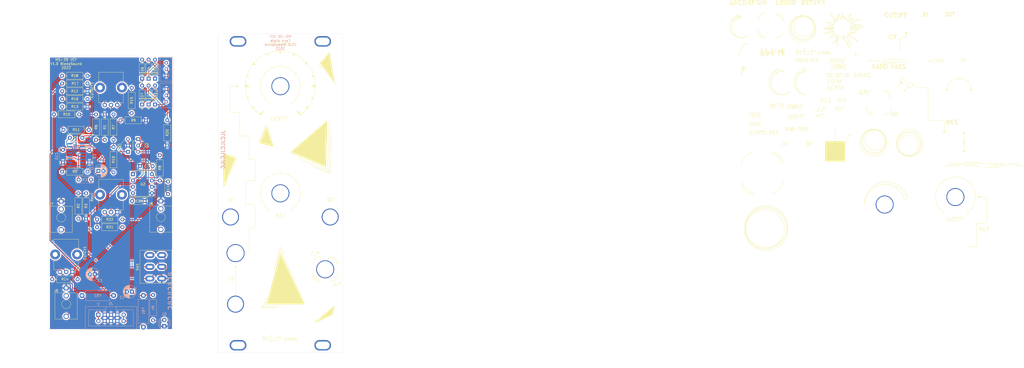
<source format=kicad_pcb>
(kicad_pcb (version 20211014) (generator pcbnew)
  (layers (0 "F.Cu" signal) (31 "B.Cu" signal) (34 "B.Paste" user) (35 "F.Paste" user) (36 "B.SilkS" user "B.Silkscreen") (37 "F.SilkS" user "F.Silkscreen") (38 "B.Mask" user) (39 "F.Mask" user) (44 "Edge.Cuts" user))
  (net 0 "")
  (net 1 "GND")
  (net 2 "+12V")
  (net 3 "-12V")
  (net 4 "Net-(C4-Pad1)")
  (net 5 "Net-(C5-Pad1)")
  (net 6 "Net-(C6-Pad2)")
  (net 7 "Net-(D3-Pad2)")
  (net 8 "Net-(R10-Pad2)")
  (net 9 "Net-(C1-Pad2)")
  (net 10 "Net-(C1-Pad1)")
  (net 11 "Net-(C4-Pad2)")
  (net 12 "/HPass")
  (net 13 "/Out1")
  (net 14 "Net-(CUTCV1-Pad2)")
  (net 15 "/CVIn")
  (net 16 "Net-(CUTOFF1-Pad1)")
  (net 17 "Net-(CUTOFF1-Pad2)")
  (net 18 "Net-(CUTOFF1-Pad3)")
  (net 19 "Net-(D1-Pad2)")
  (net 20 "Net-(D2-Pad2)")
  (net 21 "Net-(D2-Pad1)")
  (net 22 "Net-(D4-Pad1)")
  (net 23 "Net-(D5-Pad2)")
  (net 24 "Net-(D6-Pad1)")
  (net 25 "Net-(FB1-Pad2)")
  (net 26 "Net-(FB2-Pad2)")
  (net 27 "/LPass")
  (net 28 "/Cutoff")
  (net 29 "/ResOut")
  (net 30 "/FilterIn")
  (net 31 "/JackOut")
  (net 32 "Net-(Q1-Pad1)")
  (net 33 "Net-(Q1-Pad3)")
  (net 34 "Net-(R1-Pad2)")
  (net 35 "Net-(R2-Pad2)")
  (net 36 "Net-(R5-Pad2)")
  (net 37 "Net-(R11-Pad2)")
  (net 38 "Net-(R12-Pad2)")
  (net 39 "Net-(R21-Pad1)")
  (footprint "Capacitor_THT:C_Disc_D7.0mm_W2.5mm_P5.00mm" (layer "F.Cu") (at 82.9 86.8 -90)
    (fp_text reference "C4")
    (fp_text value "1nF")
  )
  (footprint "Synth:Pot-bourns-alpha" (layer "F.Cu") (at 44.5 123.05 90)
    (fp_text reference "CUTCV1")
    (fp_text value "100k")
  )
  (footprint "Synth:Pot-bourns-alpha" (layer "F.Cu") (at 62.5 56.05 90)
    (fp_text reference "CUTOFF1")
    (fp_text value "100k")
  )
  (footprint "Diode_THT:D_DO-35_SOD27_P7.62mm_Horizontal" (layer "F.Cu") (at 77.7 45.46 90)
    (fp_text reference "D2")
    (fp_text value "1N4148")
  )
  (footprint "Diode_THT:D_DO-35_SOD27_P7.62mm_Horizontal" (layer "F.Cu") (at 77.7 55.86 90)
    (fp_text reference "D3")
    (fp_text value "1N4148")
  )
  (footprint "Diode_THT:D_DO-35_SOD27_P7.62mm_Horizontal" (layer "F.Cu") (at 75.1 45.46 90)
    (fp_text reference "D4")
    (fp_text value "1N4148")
  )
  (footprint "Diode_THT:D_DO-35_SOD27_P7.62mm_Horizontal" (layer "F.Cu") (at 75.1 55.86 90)
    (fp_text reference "D5")
    (fp_text value "1N4148")
  )
  (footprint "Diode_THT:D_DO-35_SOD27_P7.62mm_Horizontal" (layer "F.Cu") (at 72.5 45.46 90)
    (fp_text reference "D6")
    (fp_text value "1N4148")
  )
  (footprint "Diode_THT:D_DO-35_SOD27_P7.62mm_Horizontal" (layer "F.Cu") (at 72.5 55.86 90)
    (fp_text reference "D7")
    (fp_text value "1N4148")
  )
  (footprint "Synth:Thonkiconn" (layer "F.Cu") (at 42 129.5)
    (fp_text reference "J6")
    (fp_text value "FilterCV1")
  )
  (footprint "Synth:Thonkiconn" (layer "F.Cu") (at 40 94.72)
    (fp_text reference "J7")
    (fp_text value "FilterIn1")
  )
  (footprint "Synth:Thonkiconn" (layer "F.Cu") (at 80 94.6)
    (fp_text reference "J8")
    (fp_text value "FilterOut1")
  )
  (footprint "Package_TO_SOT_THT:TO-92_Inline_Wide" (layer "F.Cu") (at 66.8 74.84 90)
    (fp_text reference "Q1")
    (fp_text value "BC559")
  )
  (footprint "Package_TO_SOT_THT:TO-92_Inline_Wide" (layer "F.Cu") (at 70.9 69.76 -90)
    (fp_text reference "Q2")
    (fp_text value "BC559")
  )
  (footprint "Resistor_THT:R_Axial_DIN0207_L6.3mm_D2.5mm_P10.16mm_Horizontal" (layer "F.Cu") (at 57.5 59.84 -90)
    (fp_text reference "R1")
    (fp_text value "470")
  )
  (footprint "Resistor_THT:R_Axial_DIN0207_L6.3mm_D2.5mm_P10.16mm_Horizontal" (layer "F.Cu") (at 50 101.66 90)
    (fp_text reference "R3")
    (fp_text value "470")
  )
  (footprint "Resistor_THT:R_Axial_DIN0207_L6.3mm_D2.5mm_P10.16mm_Horizontal" (layer "F.Cu") (at 50.56 82.8 180)
    (fp_text reference "R5")
    (fp_text value "2.2k")
  )
  (footprint "Resistor_THT:R_Axial_DIN0207_L6.3mm_D2.5mm_P10.16mm_Horizontal" (layer "F.Cu") (at 54 70 90)
    (fp_text reference "R6")
    (fp_text value "100k")
  )
  (footprint "Resistor_THT:R_Axial_DIN0207_L6.3mm_D2.5mm_P10.16mm_Horizontal" (layer "F.Cu") (at 61 70 90)
    (fp_text reference "R7")
    (fp_text value "100k")
  )
  (footprint "Resistor_THT:R_Axial_DIN0207_L6.3mm_D2.5mm_P10.16mm_Horizontal" (layer "F.Cu") (at 73.98 62.2 180)
    (fp_text reference "R9")
    (fp_text value "2.2k")
  )
  (footprint "Resistor_THT:R_Axial_DIN0207_L6.3mm_D2.5mm_P10.16mm_Horizontal" (layer "F.Cu") (at 51.08 66 180)
    (fp_text reference "R11")
    (fp_text value "100k")
  )
  (footprint "Resistor_THT:R_Axial_DIN0207_L6.3mm_D2.5mm_P10.16mm_Horizontal" (layer "F.Cu") (at 50.56 50.5 180)
    (fp_text reference "R12")
    (fp_text value "470")
  )
  (footprint "Resistor_THT:R_Axial_DIN0207_L6.3mm_D2.5mm_P10.16mm_Horizontal" (layer "F.Cu") (at 50.56 56.7 180)
    (fp_text reference "R13")
    (fp_text value "470")
  )
  (footprint "Resistor_THT:R_Axial_DIN0207_L6.3mm_D2.5mm_P10.16mm_Horizontal" (layer "F.Cu") (at 46.58 126 180)
    (fp_text reference "R14")
    (fp_text value "82k")
  )
  (footprint "Resistor_THT:R_Axial_DIN0207_L6.3mm_D2.5mm_P10.16mm_Horizontal" (layer "F.Cu") (at 68.3 59.3 90)
    (fp_text reference "R15")
    (fp_text value "100k")
  )
  (footprint "Resistor_THT:R_Axial_DIN0207_L6.3mm_D2.5mm_P10.16mm_Horizontal" (layer "F.Cu") (at 40.4 53.6)
    (fp_text reference "R16")
    (fp_text value "100k")
  )
  (footprint "Resistor_THT:R_Axial_DIN0207_L6.3mm_D2.5mm_P10.16mm_Horizontal" (layer "F.Cu") (at 50.56 47.4 180)
    (fp_text reference "R17")
    (fp_text value "33k")
  )
  (footprint "Resistor_THT:R_Axial_DIN0207_L6.3mm_D2.5mm_P10.16mm_Horizontal" (layer "F.Cu") (at 40.4 44.3)
    (fp_text reference "R18")
    (fp_text value "56k")
  )
  (footprint "Resistor_THT:R_Axial_DIN0207_L6.3mm_D2.5mm_P10.16mm_Horizontal" (layer "F.Cu") (at 82.6 72.28 90)
    (fp_text reference "R20")
    (fp_text value "2.2k")
  )
  (footprint "Resistor_THT:R_Axial_DIN0207_L6.3mm_D2.5mm_P10.16mm_Horizontal" (layer "F.Cu") (at 64.58 105.1 180)
    (fp_text reference "R21")
    (fp_text value "1k")
  )
  (footprint "Resistor_THT:R_Axial_DIN0207_L6.3mm_D2.5mm_P10.16mm_Horizontal" (layer "F.Cu") (at 64.58 102 180)
    (fp_text reference "R22")
    (fp_text value "1k")
  )
  (footprint "Synth:Pot-bourns-alpha" (layer "F.Cu") (at 62.5 99.05 90)
    (fp_text reference "Res1")
    (fp_text value "100k")
  )
  (footprint "Synth:SW_DPDT_Toggle" (layer "F.Cu") (at 78 121 90)
    (fp_text reference "SW1")
    (fp_text value "Hpass/Lpass Switch")
  )
  (footprint "Resistor_THT:R_Axial_DIN0207_L6.3mm_D2.5mm_P10.16mm_Horizontal" (layer "F.Cu") (at 79.6 76.22 -90)
    (fp_text reference "R8")
    (fp_text value "1k")
  )
  (footprint "Package_DIP:DIP-8_W7.62mm_Socket" (layer "F.Cu") (at 68.8 83.8)
    (fp_text reference "U2")
    (fp_text value "TL072")
  )
  (footprint "Synth:Doepfer Mounting hole" (layer "F.Cu") (at 111 30.5)
    (fp_text reference "H1" hide)
    (fp_text value "MountingHole_Pad")
  )
  (footprint "Synth:Doepfer Mounting hole" (layer "F.Cu") (at 145 30.5)
    (fp_text reference "H2" hide)
    (fp_text value "MountingHole_Pad")
  )
  (footprint "Synth:Doepfer Mounting hole" (layer "F.Cu") (at 145 152.5)
    (fp_text reference "H3" hide)
    (fp_text value "MountingHole_Pad")
  )
  (footprint "Synth:Doepfer Mounting hole" (layer "F.Cu") (at 111 152.5)
    (fp_text reference "H4" hide)
    (fp_text value "MountingHole_Pad")
  )
  (footprint "Capacitor_THT:C_Disc_D7.0mm_W2.5mm_P5.00mm" (layer "F.Cu") (at 43.5 69.2)
    (fp_text reference "C1")
    (fp_text value "1nF")
  )
  (footprint "Resistor_THT:R_Axial_DIN0207_L6.3mm_D2.5mm_P10.16mm_Horizontal" (layer "F.Cu") (at 46.9 101.66 90)
    (fp_text reference "R2")
    (fp_text value "100k")
  )
  (footprint "Resistor_THT:R_Axial_DIN0207_L6.3mm_D2.5mm_P10.16mm_Horizontal" (layer "F.Cu") (at 37.1 59.8)
    (fp_text reference "R10")
    (fp_text value "1.8k")
  )
  (footprint "Resistor_THT:R_Axial_DIN0207_L6.3mm_D2.5mm_P10.16mm_Horizontal" (layer "F.Cu") (at 61 72.92 -90)
    (fp_text reference "R19")
    (fp_text value "1.8k")
  )
  (footprint "Capacitor_THT:C_Disc_D7.0mm_W2.5mm_P5.00mm" (layer "F.Cu") (at 76.7 80.6 180)
    (fp_text reference "C7")
    (fp_text value "100nF")
  )
  (footprint "Capacitor_THT:C_Disc_D7.0mm_W2.5mm_P5.00mm" (layer "F.Cu") (at 73.5 94.6 180)
    (fp_text reference "C8")
    (fp_text value "100nF")
  )
  (footprint "Capacitor_THT:CP_Radial_D5.0mm_P2.00mm" (layer "B.Cu") (at 68.455112 131 180)
    (fp_text reference "C2")
    (fp_text value "10µ")
  )
  (footprint "Capacitor_THT:CP_Radial_D5.0mm_P2.00mm" (layer "B.Cu") (at 53.5 124 180)
    (fp_text reference "C3")
    (fp_text value "10µ")
  )
  (footprint "Capacitor_THT:CP_Radial_D5.0mm_P2.00mm" (layer "B.Cu") (at 54.944888 82.5)
    (fp_text reference "C6")
    (fp_text value "10µF")
  )
  (footprint "LED_THT:LED_D4.0mm" (layer "B.Cu") (at 81.4 144.875 90)
    (fp_text reference "D1")
    (fp_text value "LED-12V")
  )
  (footprint "Inductor_THT:L_Axial_L9.5mm_D4.0mm_P12.70mm_Horizontal_Fastron_SMCC" (layer "B.Cu") (at 61.05 132.5 180)
    (fp_text reference "FB2")
    (fp_text value "10R")
  )
  (footprint "Connector_IDC:IDC-Header_2x05_P2.54mm_Vertical" (layer "B.Cu") (at 54.925 140.2475 -90)
    (fp_text reference "J5")
    (fp_text value "Power Input")
  )
  (footprint "Potentiometer_THT:Potentiometer_Bourns_3386C_Horizontal" (layer "B.Cu") (at 82.2 44.18)
    (fp_text reference "ResLv1")
    (fp_text value "3.3k")
  )
  (footprint "Potentiometer_THT:Potentiometer_Bourns_3386C_Horizontal" (layer "B.Cu") (at 82.2 54.72)
    (fp_text reference "ResVol1")
    (fp_text value "10k")
  )
  (footprint "Resistor_THT:R_Axial_DIN0207_L6.3mm_D2.5mm_P10.16mm_Horizontal" (layer "B.Cu") (at 76.9 132.32 -90)
    (fp_text reference "R4")
    (fp_text value "2.2k")
  )
  (footprint "Inductor_THT:L_Axial_L9.5mm_D4.0mm_P12.70mm_Horizontal_Fastron_SMCC" (layer "B.Cu") (at 73 132.5 -90)
    (fp_text reference "FB1")
    (fp_text value "10R")
  )
  (footprint "Package_SO:SOIC-16_3.9x9.9mm_P1.27mm" (layer "B.Cu") (at 46 76)
    (fp_text reference "U1")
    (fp_text value "LM13700")
  )
  (footprint "Capacitor_THT:C_Disc_D7.0mm_W2.5mm_P5.00mm" (layer "B.Cu") (at 47 86)
    (fp_text reference "C5")
    (fp_text value "1nF")
  )
  (footprint "Capacitor_THT:C_Disc_D7.0mm_W2.5mm_P5.00mm" (layer "B.Cu") (at 51.3 74.1 -90)
    (fp_text reference "C9")
    (fp_text value "100nF")
  )
  (footprint "Capacitor_THT:C_Disc_D7.0mm_W2.5mm_P5.00mm" (layer "B.Cu") (at 40.7 79.1 90)
    (fp_text reference "C10")
    (fp_text value "100nF")
  )
  (gr_line (start 122.1 149.3) (end 121.1 148.9) (layer "F.SilkS") (width 0.12))
  (gr_line (start 126.9 150.5) (end 127.1 150.7) (layer "F.SilkS") (width 0.12))
  (gr_line (start 131.7 149.5) (end 130.9 149.5) (layer "F.SilkS") (width 0.12))
  (gr_line (start 134.3 149.5) (end 134.7 150.3) (layer "F.SilkS") (width 0.12))
  (gr_arc (start 147.7 117.4) (mid 149.82132 118.27868) (end 150.7 120.4) (layer "F.SilkS") (width 0.12))
  (gr_arc (start 144.2 126.4) (mid 142.07868 125.52132) (end 141.2 123.4) (layer "F.SilkS") (width 0.12))
  (gr_arc (start 151.2 123.9) (mid 150.32132 126.02132) (end 148.2 126.9) (layer "F.SilkS") (width 0.12))
  (gr_arc (start 143.7 126.9) (mid 141.57868 126.02132) (end 140.7 123.9) (layer "F.SilkS") (width 0.12))
  (gr_arc (start 141.2 119.9) (mid 142.07868 117.77868) (end 144.2 116.9) (layer "F.SilkS") (width 0.12))
  (gr_arc (start 148.2 116.9) (mid 150.32132 117.77868) (end 151.2 119.9) (layer "F.SilkS") (width 0.12))
  (gr_line (start 315.490253 31.664932) (end 315.3 31.2) (layer "F.SilkS") (width 0.12))
  (gr_line (start 107.7 93.3) (end 107.5 93.4) (layer "F.SilkS") (width 0.12))
  (gr_line (start 331.6 66) (end 330.8 65.7) (layer "F.SilkS") (width 0.12))
  (gr_line (start 328.45 34.45) (end 328.45 33.65) (layer "F.SilkS") (width 0.12))
  (gr_arc (start 115.999999 78.000001) (mid 115.646446 77.853554) (end 115.499999 77.500001) (layer "F.SilkS") (width 0.12))
  (gr_arc (start 364.15 43.75) (mid 364.267157 43.467157) (end 364.55 43.35) (layer "F.SilkS") (width 0.12))
  (gr_line (start 426.5 80.5) (end 423.5 80.5) (layer "F.SilkS") (width 0.12))
  (gr_line (start 114.83 53.33) (end 115.58 53.05) (layer "F.SilkS") (width 0.12))
  (gr_line (start 343.45 38.15) (end 343.55 38.05) (layer "F.SilkS") (width 0.12))
  (gr_line (start 339.75 15.75) (end 339.05 15.75) (layer "F.SilkS") (width 0.12))
  (gr_line (start 344.6 59.4) (end 344.5 59.4) (layer "F.SilkS") (width 0.12))
  (gr_line (start 349.75 49.85) (end 349.55 50.05) (layer "F.SilkS") (width 0.12))
  (gr_line (start 372.1 28.65) (end 372.7 29.55) (layer "F.SilkS") (width 0.12))
  (gr_line (start 343.05 38.15) (end 343.15 38.05) (layer "F.SilkS") (width 0.12))
  (gr_line (start 131.35 30.75) (end 130.55 32.35) (layer "F.SilkS") (width 0.12))
  (gr_line (start 320.975 62.8) (end 320.875 62.8) (layer "F.SilkS") (width 0.12))
  (gr_line (start 149.55 128.1) (end 150.4 128.1) (layer "F.SilkS") (width 0.12))
  (gr_line (start 327.55 34.25) (end 328.05 36.15) (layer "F.SilkS") (width 0.12))
  (gr_arc (start 332.769006 50.73996) (mid 324.72999 49.155782) (end 327.954039 41.623126) (layer "F.SilkS") (width 0.12))
  (gr_line (start 314.75 14.05) (end 313.75 14.05) (layer "F.SilkS") (width 0.12))
  (gr_line (start 376.25 19.05) (end 376.65 19.65) (layer "F.SilkS") (width 0.12))
  (gr_line (start 375.25 19.25) (end 375.25 19.05) (layer "F.SilkS") (width 0.12))
  (gr_poly (pts (xy 125.25 72.75) (xy 119.75 71.25) (xy 122.5 65)) (layer "F.SilkS") (width 0.12) (fill solid))
  (gr_line (start 378.85 41.15) (end 378.65 41.45) (layer "F.SilkS") (width 0.12))
  (gr_line (start 361.9 24.3) (end 356.65 23.8) (layer "F.SilkS") (width 0.12))
  (gr_line (start 341.75 14.05) (end 341.95 14.05) (layer "F.SilkS") (width 0.12))
  (gr_line (start 127.2 31.45) (end 127.2 31.95) (layer "F.SilkS") (width 0.12))
  (gr_line (start 319.95 14.05) (end 319.35 14.85) (layer "F.SilkS") (width 0.12))
  (gr_line (start 336.2 64.9) (end 337.1 65.3) (layer "F.SilkS") (width 0.12))
  (gr_line (start 353.75 39.25) (end 353.95 39.15) (layer "F.SilkS") (width 0.12))
  (gr_line (start 336.85 34.35) (end 336.65 34.55) (layer "F.SilkS") (width 0.12))
  (gr_arc (start 325.268047 74.909208) (mid 328.376838 76.371992) (end 329.982962 79.409208) (layer "F.SilkS") (width 0.12))
  (gr_line (start 349.25 47.25) (end 349.95 47.25) (layer "F.SilkS") (width 0.12))
  (gr_line (start 353.65 48.25) (end 352.75 49.85) (layer "F.SilkS") (width 0.12))
  (gr_line (start 350.35 37.25) (end 350.25 37.25) (layer "F.SilkS") (width 0.12))
  (gr_line (start 129.25 101.4) (end 129.25 101.2) (layer "F.SilkS") (width 0.12))
  (gr_line (start 343.05 38.15) (end 343.45 38.15) (layer "F.SilkS") (width 0.12))
  (gr_line (start 310.95 21.65) (end 309.75 21.25) (layer "F.SilkS") (width 0.12))
  (gr_line (start 379.25 28.25) (end 379.25 27.25) (layer "F.SilkS") (width 0.12))
  (gr_line (start 350.9 27.3) (end 346.15 27.3) (layer "F.SilkS") (width 0.12))
  (gr_line (start 353.45 37.25) (end 353.35 39.25) (layer "F.SilkS") (width 0.12))
  (gr_circle (center 380.75 48) (end 380.25 47) (layer "F.SilkS") (width 0.12) (fill none))
  (gr_line (start 337.15 38.75) (end 336.55 38.75) (layer "F.SilkS") (width 0.12))
  (gr_line (start 110.75 77.25) (end 109.25 80.75) (layer "F.SilkS") (width 0.12))
  (gr_line (start 321.85 36.35) (end 321.95 34.15) (layer "F.SilkS") (width 0.12))
  (gr_line (start 389.75 38.25) (end 387.75 38.25) (layer "F.SilkS") (width 0.12))
  (gr_line (start 398.625 101.15) (end 399.425 101.15) (layer "F.SilkS") (width 0.12))
  (gr_line (start 151.7 127.2) (end 152.6 127.6) (layer "F.SilkS") (width 0.12))
  (gr_line (start 345.9 24.8) (end 350.15 25.55) (layer "F.SilkS") (width 0.12))
  (gr_line (start 130.15 99.7) (end 129.15 100.3) (layer "F.SilkS") (width 0.12))
  (gr_line (start 412.4 105) (end 412.2 104.9) (layer "F.SilkS") (width 0.12))
  (gr_line (start 377.05 19.25) (end 377.25 19.25) (layer "F.SilkS") (width 0.12))
  (gr_line (start 321.25 14.05) (end 321.25 15.75) (layer "F.SilkS") (width 0.12))
  (gr_line (start 328.85 34.95) (end 329.05 34.35) (layer "F.SilkS") (width 0.12))
  (gr_line (start 355.75 43.25) (end 355.75 44.95) (layer "F.SilkS") (width 0.12))
  (gr_line (start 336.15 37.65) (end 336.05 37.55) (layer "F.SilkS") (width 0.12))
  (gr_line (start 356.65 26.3) (end 359.15 23.8) (layer "F.SilkS") (width 0.12))
  (gr_line (start 320.65 14.05) (end 319.65 14.05) (layer "F.SilkS") (width 0.12))
  (gr_line (start 342.05 37.85) (end 341.95 37.75) (layer "F.SilkS") (width 0.12))
  (gr_line (start 333.85 15.45) (end 333.65 15.75) (layer "F.SilkS") (width 0.12))
  (gr_line (start 396.35 20.25) (end 397.15 20.25) (layer "F.SilkS") (width 0.12))
  (gr_line (start 314.55 14.25) (end 313.95 14.25) (layer "F.SilkS") (width 0.12))
  (gr_line (start 367.75 39.75) (end 367.15 41.45) (layer "F.SilkS") (width 0.12))
  (gr_line (start 149.2 128.8) (end 149.1 128.8) (layer "F.SilkS") (width 0.12))
  (gr_line (start 376.65 20.45) (end 376.45 20.75) (layer "F.SilkS") (width 0.12))
  (gr_line (start 338.75 43.15) (end 337.85 41.05) (layer "F.SilkS") (width 0.12))
  (gr_line (start 127.1 150.7) (end 127.1 150.5) (layer "F.SilkS") (width 0.12))
  (gr_line (start 318.9 64.5) (end 318.8 64.5) (layer "F.SilkS") (width 0.12))
  (gr_line (start 317.3 67.4) (end 316.5 68) (layer "F.SilkS") (width 0.12))
  (gr_line (start 128.45 101.3) (end 128.25 101.5) (layer "F.SilkS") (width 0.12))
  (gr_line (start 332.85 14.35) (end 332.85 15.45) (layer "F.SilkS") (width 0.12))
  (gr_line (start 316.5 68) (end 316.5 67.8) (layer "F.SilkS") (width 0.12))
  (gr_line (start 361.15 21.55) (end 356.65 23.3) (layer "F.SilkS") (width 0.12))
  (gr_line (start 131.95 32.4) (end 132.05 32.25) (layer "F.SilkS") (width 0.12))
  (gr_line (start 321.05 14.15) (end 321.25 14.05) (layer "F.SilkS") (width 0.12))
  (gr_line (start 351.75 37.25) (end 351.65 37.25) (layer "F.SilkS") (width 0.12))
  (gr_line (start 351.75 48.25) (end 351.45 48.85) (layer "F.SilkS") (width 0.12))
  (gr_line (start 351.05 48.25) (end 350.35 49.85) (layer "F.SilkS") (width 0.12))
  (gr_line (start 128.5 149.3) (end 127.1 149.7) (layer "F.SilkS") (width 0.12))
  (gr_line (start 338.05 35.75) (end 339.25 35.75) (layer "F.SilkS") (width 0.12))
  (gr_line (start 337.55 14.05) (end 337.55 15.75) (layer "F.SilkS") (width 0.12))
  (gr_line (start 335.25 33.95) (end 335.25 35.75) (layer "F.SilkS") (width 0.12))
  (gr_line (start 349.15 43.25) (end 348.75 44.95) (layer "F.SilkS") (width 0.12))
  (gr_arc (start 370.25 50.05) (mid 372.37132 50.92868) (end 373.25 53.05) (layer "F.SilkS") (width 0.12))
  (gr_line (start 374 27.85) (end 374.7 29.55) (layer "F.SilkS") (width 0.12))
  (gr_line (start 132.5 98) (end 132.95 98.61) (layer "F.SilkS") (width 0.12))
  (gr_line (start 377.05 19.05) (end 377.25 19.05) (layer "F.SilkS") (width 0.12))
  (gr_line (start 314.75 41.25) (end 313.95 41.95) (layer "F.SilkS") (width 0.12))
  (gr_line (start 335.35 14.65) (end 334.35 15.05) (layer "F.SilkS") (width 0.12))
  (gr_line (start 311.55 14.85) (end 312.15 15.75) (layer "F.SilkS") (width 0.12))
  (gr_line (start 373.55 41.45) (end 373.55 39.75) (layer "F.SilkS") (width 0.12))
  (gr_line (start 335.25 49.65) (end 335.55 49.45) (layer "F.SilkS") (width 0.12))
  (gr_poly (pts (xy 149.5 46.5) (xy 144 39.5) (xy 147.75 34.75)) (layer "F.SilkS") (width 0.12) (fill solid))
  (gr_line (start 148.1 93.3) (end 147.8 95) (layer "F.SilkS") (width 0.12))
  (gr_line (start 338.65 38.15) (end 338.75 38.05) (layer "F.SilkS") (width 0.12))
  (gr_line (start 316.3 63.6) (end 316.8 64.5) (layer "F.SilkS") (width 0.12))
  (gr_line (start 349 53.4) (end 348 54) (layer "F.SilkS") (width 0.12))
  (gr_line (start 340.65 14.05) (end 340.15 14.05) (layer "F.SilkS") (width 0.12))
  (gr_line (start 354.65 37.25) (end 353.75 39.25) (layer "F.SilkS") (width 0.12))
  (gr_line (start 340.65 15.75) (end 340.85 15.75) (layer "F.SilkS") (width 0.12))
  (gr_line (start 364.15 44.15) (end 364.45 44.15) (layer "F.SilkS") (width 0.12))
  (gr_line (start 127.625 60.65) (end 128.425 60.65) (layer "F.SilkS") (width 0.12))
  (gr_line (start 126.1 30.65) (end 126.1 30.85) (layer "F.SilkS") (width 0.12))
  (gr_line (start 123.8 30.65) (end 123.8 32.35) (layer "F.SilkS") (width 0.12))
  (gr_line (start 409.3 106.1) (end 409.1 106.6) (layer "F.SilkS") (width 0.12))
  (gr_line (start 374.55 19.25) (end 374.75 19.25) (layer "F.SilkS") (width 0.12))
  (gr_line (start 117.5 86.5) (end 114.5 86.5) (layer "F.SilkS") (width 0.12))
  (gr_line (start 351.9 53.4) (end 351.8 55) (layer "F.SilkS") (width 0.12))
  (gr_arc (start 120 60) (mid 128.066778 34.359916) (end 135.889781 60.075425) (layer "F.SilkS") (width 0.12))
  (gr_line (start 352.65 47.25) (end 352.85 47.15) (layer "F.SilkS") (width 0.12))
  (gr_line (start 363.5 91.7) (end 363.6 91.9) (layer "F.SilkS") (width 0.12))
  (gr_line (start 369.75 41.45) (end 369.75 40.65) (layer "F.SilkS") (width 0.12))
  (gr_line (start 346.55 15.65) (end 346.55 15.35) (layer "F.SilkS") (width 0.12))
  (gr_line (start 336.15 50.35) (end 335.95 50.55) (layer "F.SilkS") (width 0.12))
  (gr_line (start 111.153553 59) (end 108.153553 59) (layer "F.SilkS") (width 0.12))
  (gr_line (start 349.65 43.25) (end 349.25 44.95) (layer "F.SilkS") (width 0.12))
  (gr_line (start 319.25 66.3) (end 318.95 68) (layer "F.SilkS") (width 0.12))
  (gr_line (start 395.225 102.1) (end 395.725 102.85) (layer "F.SilkS") (width 0.12))
  (gr_line (start 399.25 63.05) (end 399.15 62.85) (layer "F.SilkS") (width 0.12))
  (gr_line (start 318.1 62.7) (end 318 64.5) (layer "F.SilkS") (width 0.12))
  (gr_line (start 334.45 61.7) (end 334.7 60) (layer "F.SilkS") (width 0.12))
  (gr_line (start 346 57) (end 346.9 57.4) (layer "F.SilkS") (width 0.12))
  (gr_arc (start 123.5 55) (mid 128 40.462851) (end 132.5 55) (layer "F.SilkS") (width 0.12))
  (gr_line (start 337.15 37.55) (end 337.05 37.45) (layer "F.SilkS") (width 0.12))
  (gr_line (start 397.55 63.75) (end 398.15 63.75) (layer "F.SilkS") (width 0.12))
  (gr_line (start 125.2 32.35) (end 125.4 32.35) (layer "F.SilkS") (width 0.12))
  (gr_line (start 379.35 19.85) (end 379.35 19.65) (layer "F.SilkS") (width 0.12))
  (gr_line (start 122.5 63.75) (end 124.5 69.25) (layer "F.SilkS") (width 0.12))
  (gr_line (start 336.55 38.75) (end 336.45 38.65) (layer "F.SilkS") (width 0.12))
  (gr_line (start 371.85 19.25) (end 372.05 19.05) (layer "F.SilkS") (width 0.12))
  (gr_line (start 408.7 93) (end 411.113389 93) (layer "F.SilkS") (width 0.12))
  (gr_line (start 398.85 18.75) (end 398.35 18.75) (layer "F.SilkS") (width 0.12))
  (gr_line (start 338.55 14.75) (end 337.55 15.05) (layer "F.SilkS") (width 0.12))
  (gr_arc (start 314.088868 32.414931) (mid 314.564928 31.620202) (end 315.490253 31.664932) (layer "F.SilkS") (width 0.12))
  (gr_line (start 365.85 39.75) (end 366.05 39.75) (layer "F.SilkS") (width 0.12))
  (gr_line (start 328.1 56.4) (end 328.1 56.9) (layer "F.SilkS") (width 0.12))
  (gr_line (start 335.5 56.2) (end 334.9 55.9) (layer "F.SilkS") (width 0.12))
  (gr_line (start 378.65 41.25) (end 378.25 40.75) (layer "F.SilkS") (width 0.12))
  (gr_circle (center 337.55 25.55) (end 339.55 30.55) (layer "F.SilkS") (width 0.12) (fill none))
  (gr_line (start 315.05 14.95) (end 314.45 14.05) (layer "F.SilkS") (width 0.12))
  (gr_line (start 141.45 44.35) (end 140.67 44.59) (layer "F.SilkS") (width 0.12))
  (gr_line (start 351.75 49.85) (end 351.75 49.65) (layer "F.SilkS") (width 0.12))
  (gr_line (start 110.453553 48.5) (end 108.153553 48.5) (layer "F.SilkS") (width 0.12))
  (gr_line (start 311.95 21.15) (end 310.95 20.45) (layer "F.SilkS") (width 0.12))
  (gr_line (start 312.15 14.05) (end 311.55 14.85) (layer "F.SilkS") (width 0.12))
  (gr_line (start 344.65 34.55) (end 343.65 34.75) (layer "F.SilkS") (width 0.12))
  (gr_line (start 378.65 19.05) (end 378.85 19.05) (layer "F.SilkS") (width 0.12))
  (gr_line (start 135.8 51.3) (end 135.49 51.19) (layer "F.SilkS") (width 0.12))
  (gr_line (start 129.15 100.3) (end 130.05 100.8) (layer "F.SilkS") (width 0.12))
  (gr_line (start 334.95 47.25) (end 334.35 47.25) (layer "F.SilkS") (width 0.12))
  (gr_line (start 338.35 14.45) (end 338.35 14.55) (layer "F.SilkS") (width 0.12))
  (gr_line (start 124.725 62.35) (end 124.825 62.25) (layer "F.SilkS") (width 0.12))
  (gr_line (start 318.95 68) (end 319.95 66.3) (layer "F.SilkS") (width 0.12))
  (gr_line (start 396.075 101.15) (end 395.225 102.1) (layer "F.SilkS") (width 0.12))
  (gr_line (start 378.65 41.25) (end 377.85 41.25) (layer "F.SilkS") (width 0.12))
  (gr_line (start 373.55 41.45) (end 373.75 41.45) (layer "F.SilkS") (width 0.12))
  (gr_line (start 329.55 15.75) (end 329.55 14.05) (layer "F.SilkS") (width 0.12))
  (gr_line (start 376.45 41.25) (end 376.55 41.45) (layer "F.SilkS") (width 0.12))
  (gr_line (start 315.85 14.55) (end 315.85 15.25) (layer "F.SilkS") (width 0.12))
  (gr_line (start 374.95 60.65) (end 375.15 60.65) (layer "F.SilkS") (width 0.12))
  (gr_line (start 146.9 93.3) (end 147.8 93.3) (layer "F.SilkS") (width 0.12))
  (gr_poly (pts (xy 404.87 49.74) (xy 405.87 49.74) (xy 405.37 50.24)) (layer "F.SilkS") (width 0.1) (fill solid))
  (gr_line (start 326.75 33.45) (end 327.55 34.25) (layer "F.SilkS") (width 0.12))
  (gr_line (start 347.85 43.25) (end 347.75 43.25) (layer "F.SilkS") (width 0.12))
  (gr_line (start 122.72 35.4) (end 123.03 36.16) (layer "F.SilkS") (width 0.12))
  (gr_line (start 355 53.4) (end 354.9 53.4) (layer "F.SilkS") (width 0.12))
  (gr_line (start 317.55 59.15) (end 318.35 59.15) (layer "F.SilkS") (width 0.12))
  (gr_arc (start 338.855395 51.926051) (mid 335.026544 47.343156) (end 338.45 42.45) (layer "F.SilkS") (width 0.12))
  (gr_line (start 355.75 44.95) (end 356.55 43.25) (layer "F.SilkS") (width 0.12))
  (gr_line (start 133.3 149.5) (end 132.5 150.7) (layer "F.SilkS") (width 0.12))
  (gr_line (start 124.3 148.5) (end 125.1 148.5) (layer "F.SilkS") (width 0.12))
  (gr_line (start 320.75 36.45) (end 321.05 33.25) (layer "F.SilkS") (width 0.12))
  (gr_line (start 335.25 38.75) (end 335.15 38.65) (layer "F.SilkS") (width 0.12))
  (gr_poly (pts (xy 141.6 44.9) (xy 140.67 44.59) (xy 141.35 44.15)) (layer "F.SilkS") (width 0.12) (fill solid))
  (gr_line (start 342.95 15.25) (end 342.75 15.75) (layer "F.SilkS") (width 0.12))
  (gr_line (start 341.75 15.25) (end 341.95 15.75) (layer "F.SilkS") (width 0.12))
  (gr_line (start 316.5 68) (end 316.7 68) (layer "F.SilkS") (width 0.12))
  (gr_line (start 325.6 55.6) (end 325.4 55.5) (layer "F.SilkS") (width 0.12))
  (gr_arc (start 332.75 50.75) (mid 325.294471 48.62054) (end 329.954039 42.423126) (layer "F.SilkS") (width 0.12))
  (gr_line (start 376.15 59.45) (end 376.15 59.55) (layer "F.SilkS") (width 0.12))
  (gr_line (start 339.65 72.5) (end 339.15 70.8) (layer "F.SilkS") (width 0.12))
  (gr_line (start 112.153553 68.5) (end 115 68.5) (layer "F.SilkS") (width 0.12))
  (gr_line (start 343.65 35.75) (end 343.65 35.55) (layer "F.SilkS") (width 0.12))
  (gr_line (start 325.6 55.6) (end 325.2 56.3) (layer "F.SilkS") (width 0.12))
  (gr_line (start 371.95 40.65) (end 371.35 39.75) (layer "F.SilkS") (width 0.12))
  (gr_line (start 337.95 14.95) (end 338.45 15.75) (layer "F.SilkS") (width 0.12))
  (gr_line (start 371.05 19.05) (end 370.45 19.85) (layer "F.SilkS") (width 0.12))
  (gr_line (start 124.225 61.6) (end 124.725 62.35) (layer "F.SilkS") (width 0.12))
  (gr_line (start 373.35 58.95) (end 373.35 60.65) (layer "F.SilkS") (width 0.12))
  (gr_line (start 320.7 60.9) (end 320.5 61.1) (layer "F.SilkS") (width 0.12))
  (gr_line (start 117.1 57.3) (end 117.72 56.8) (layer "F.SilkS") (width 0.12))
  (gr_line (start 316.75 15.55) (end 316.85 15.75) (layer "F.SilkS") (width 0.12))
  (gr_line (start 340.85 14.25) (end 341.35 14.25) (layer "F.SilkS") (width 0.12))
  (gr_line (start 117.346446 105.500001) (end 116 105.500001) (layer "F.SilkS") (width 0.12))
  (gr_line (start 349 53.4) (end 349 53.6) (layer "F.SilkS") (width 0.12))
  (gr_line (start 358.15 21.05) (end 355.65 22.05) (layer "F.SilkS") (width 0.12))
  (gr_line (start 416.5 81) (end 410.5 81) (layer "F.SilkS") (width 0.12))
  (gr_line (start 133.9 149.5) (end 133.7 149.5) (layer "F.SilkS") (width 0.12))
  (gr_line (start 376.55 39.75) (end 376.35 40.05) (layer "F.SilkS") (width 0.12))
  (gr_line (start 395.55 63.75) (end 395.55 62.05) (layer "F.SilkS") (width 0.12))
  (gr_line (start 394.85 19.05) (end 395.05 18.75) (layer "F.SilkS") (width 0.12))
  (gr_line (start 399.85 63.45) (end 399.45 62.95) (layer "F.SilkS") (width 0.12))
  (gr_circle (center 380.669886 71.25) (end 378.669886 66.25) (layer "F.SilkS") (width 0.12) (fill none))
  (gr_line (start 324.35 34.75) (end 324.45 35.55) (layer "F.SilkS") (width 0.12))
  (gr_line (start 332.45 64.9) (end 331.65 66.5) (layer "F.SilkS") (width 0.12))
  (gr_line (start 323.45 36.35) (end 323.25 33.85) (layer "F.SilkS") (width 0.12))
  (gr_line (start 339 66.5) (end 339.2 66.5) (layer "F.SilkS") (width 0.12))
  (gr_line (start 339.85 34.55) (end 339.85 35.75) (layer "F.SilkS") (width 0.12))
  (gr_line (start 319.85 15.55) (end 320.45 15.55) (layer "F.SilkS") (width 0.12))
  (gr_line (start 127.2 31.95) (end 128 32.35) (layer "F.SilkS") (width 0.12))
  (gr_line (start 313.25 20.95) (end 312.136612 20.021173) (layer "F.SilkS") (width 0.12))
  (gr_arc (start 324.768047 75.453558) (mid 327.876838 76.916342) (end 329.482962 79.953558) (layer "F.SilkS") (width 0.12))
  (gr_line (start 359.25 43.25) (end 359.25 43.45) (layer "F.SilkS") (width 0.12))
  (gr_line (start 316.8 64.5) (end 317.15 64) (layer "F.SilkS") (width 0.12))
  (gr_line (start 333.6 66.5) (end 334.7 66) (layer "F.SilkS") (width 0.12))
  (gr_line (start 340.85 14.05) (end 340.85 15.75) (layer "F.SilkS") (width 0.12))
  (gr_line (start 125.2 32.35) (end 125.2 32.15) (layer "F.SilkS") (width 0.12))
  (gr_line (start 336 55.9) (end 335.9 55.9) (layer "F.SilkS") (width 0.12))
  (gr_line (start 107.9 125.2) (end 107.1 126.1) (layer "F.SilkS") (width 0.12))
  (gr_line (start 141.2 53.3) (end 140.43 53.02) (layer "F.SilkS") (width 0.12))
  (gr_line (start 331.9 55.9) (end 331.5 57.6) (layer "F.SilkS") (width 0.12))
  (gr_line (start 354.3 53.4) (end 354.2 53.4) (layer "F.SilkS") (width 0.12))
  (gr_line (start 329.95 72.5) (end 330.75 70.8) (layer "F.SilkS") (width 0.12))
  (gr_line (start 410.5 105) (end 410.9 105) (layer "F.SilkS") (width 0.12))
  (gr_arc (start 118 86) (mid 117.853553 86.353553) (end 117.5 86.5) (layer "F.SilkS") (width 0.12))
  (gr_line (start 312.35 15.55) (end 312.95 15.55) (layer "F.SilkS") (width 0.12))
  (gr_line (start 351.75 49.85) (end 351.95 49.75) (layer "F.SilkS") (width 0.12))
  (gr_line (start 338.9 65.4) (end 339.8 65.9) (layer "F.SilkS") (width 0.12))
  (gr_line (start 328.669006 42.53996) (end 327.169006 41.93996) (layer "F.SilkS") (width 0.12))
  (gr_circle (center 322.727312 105.442093) (end 326.927312 112.842093) (layer "F.SilkS") (width 0.12) (fill none))
  (gr_line (start 345.3 58.6) (end 345.2 58.4) (layer "F.SilkS") (width 0.12))
  (gr_line (start 334.15 14.05) (end 334.35 14.05) (layer "F.SilkS") (width 0.12))
  (gr_arc (start 315.810738 28.022885) (mid 308.740704 26.424839) (end 312.136612 20.021173) (layer "F.SilkS") (width 0.12))
  (gr_line (start 318.65 14.05) (end 317.65 14.05) (layer "F.SilkS") (width 0.12))
  (gr_poly (pts (xy 354.75 78.625) (xy 346.75 78.625) (xy 346.75 70.625) (xy 354.75 70.625)) (layer "F.SilkS") (width 0.1) (fill solid))
  (gr_line (start 337.1 55.9) (end 337.5 55.9) (layer "F.SilkS") (width 0.12))
  (gr_line (start 351.25 39.65) (end 350.35 41.65) (layer "F.SilkS") (width 0.12))
  (gr_line (start 340.65 14.25) (end 340.85 14.25) (layer "F.SilkS") (width 0.12))
  (gr_line (start 338.95 15.55) (end 339.05 15.75) (layer "F.SilkS") (width 0.12))
  (gr_line (start 150 127.2) (end 149.9 127.2) (layer "F.SilkS") (width 0.12))
  (gr_line (start 127.05 100.8) (end 126.85 101.3) (layer "F.SilkS") (width 0.12))
  (gr_line (start 329.969006 42.43996) (end 327.954039 41.623126) (layer "F.SilkS") (width 0.12))
  (gr_line (start 336.2 64.9) (end 335.5 66.5) (layer "F.SilkS") (width 0.12))
  (gr_line (start 129.325 61.3) (end 129.425 61.2) (layer "F.SilkS") (width 0.12))
  (gr_line (start 352.15 39.65) (end 352.05 39.65) (layer "F.SilkS") (width 0.12))
  (gr_line (start 403.25 38.25) (end 400.75 38.25) (layer "F.SilkS") (width 0.12))
  (gr_line (start 348.05 34.55) (end 347.85 34.55) (layer "F.SilkS") (width 0.12))
  (gr_line (start 133.1 150.7) (end 133.9 149.5) (layer "F.SilkS") (width 0.12))
  (gr_line (start 324.05 35.35) (end 324.35 34.75) (layer "F.SilkS") (width 0.12))
  (gr_line (start 327 55.6) (end 326 56.2) (layer "F.SilkS") (width 0.12))
  (gr_line (start 122.7 150.7) (end 123.3 150.7) (layer "F.SilkS") (width 0.12))
  (gr_line (start 129.225 60.65) (end 128.225 62.35) (layer "F.SilkS") (width 0.12))
  (gr_line (start 362.75 44.25) (end 363.25 44.55) (layer "F.SilkS") (width 0.12))
  (gr_line (start 394.85 19.35) (end 395.25 18.75) (layer "F.SilkS") (width 0.12))
  (gr_line (start 398.15 63.05) (end 397.25 63.05) (layer "F.SilkS") (width 0.12))
  (gr_line (start 128 34.4) (end 128 35.4) (layer "F.SilkS") (width 0.12))
  (gr_line (start 411.6 93.5) (end 411.6 103) (layer "F.SilkS") (width 0.12))
  (gr_line (start 358.75 36.25) (end 358.75 34.75) (layer "F.SilkS") (width 0.12))
  (gr_line (start 350.35 39.65) (end 350.35 39.85) (layer "F.SilkS") (width 0.12))
  (gr_line (start 343.65 14.05) (end 344.05 15.15) (layer "F.SilkS") (width 0.12))
  (gr_line (start 336.55 37.55) (end 336.55 38.15) (layer "F.SilkS") (width 0.12))
  (gr_line (start 342.55 37.55) (end 342.45 37.45) (layer "F.SilkS") (width 0.12))
  (gr_line (start 339.25 35.75) (end 339.05 35.95) (layer "F.SilkS") (width 0.12))
  (gr_line (start 351.4 22.05) (end 351.65 19.3) (layer "F.SilkS") (width 0.12))
  (gr_line (start 343.85 37.55) (end 343.95 37.45) (layer "F.SilkS") (width 0.12))
  (gr_arc (start 373.25 57.05) (mid 372.37132 59.17132) (end 370.25 60.05) (layer "F.SilkS") (width 0.12))
  (gr_line (start 363.25 44.55) (end 363.25 44.95) (layer "F.SilkS") (width 0.12))
  (gr_line (start 114.57 44.34) (end 115.34 44.58) (layer "F.SilkS") (width 0.12))
  (gr_line (start 128.45 101.3) (end 128.25 101.1) (layer "F.SilkS") (width 0.12))
  (gr_line (start 337.15 38.15) (end 337.15 38.75) (layer "F.SilkS") (width 0.12))
  (gr_line (start 315.85 15.25) (end 316.25 15.75) (layer "F.SilkS") (width 0.12))
  (gr_line (start 147.4 95) (end 146.9 93.3) (layer "F.SilkS") (width 0.12))
  (gr_line (start 387.45 20.55) (end 387.45 19.75) (layer "F.SilkS") (width 0.12))
  (gr_line (start 115.999999 78.000001) (end 117.5 78.000001) (layer "F.SilkS") (width 0.12))
  (gr_line (start 337.55 14.25) (end 338.35 14.45) (layer "F.SilkS") (width 0.12))
  (gr_line (start 148 65) (end 147.5 83) (layer "F.SilkS") (width 0.12))
  (gr_line (start 336.3 60) (end 337.35 60) (layer "F.SilkS") (width 0.12))
  (gr_line (start 340.35 70.8) (end 340.05 72.5) (layer "F.SilkS") (width 0.12))
  (gr_line (start 378.25 19.05) (end 377.25 19.05) (layer "F.SilkS") (width 0.12))
  (gr_line (start 324.269006 47.93996) (end 325.069006 47.83996) (layer "F.SilkS") (width 0.12))
  (gr_line (start 371.25 19.25) (end 371.85 19.25) (layer "F.SilkS") (width 0.12))
  (gr_line (start 338.05 38.15) (end 338.65 38.15) (layer "F.SilkS") (width 0.12))
  (gr_line (start 418.5 80.5) (end 414.5 80.5) (layer "F.SilkS") (width 0.12))
  (gr_line (start 330.75 72.5) (end 331.55 70.8) (layer "F.SilkS") (width 0.12))
  (gr_arc (start 400.95 45.45) (mid 404.06395 46.668738) (end 405.363118 49.75) (layer "F.SilkS") (width 0.12))
  (gr_line (start 333.05 15.75) (end 332.85 15.45) (layer "F.SilkS") (width 0.12))
  (gr_line (start 308.95 14.65) (end 308.55 15.75) (layer "F.SilkS") (width 0.12))
  (gr_line (start 339.85 14.05) (end 339.05 14.05) (layer "F.SilkS") (width 0.12))
  (gr_line (start 328.75 15.75) (end 328.95 15.75) (layer "F.SilkS") (width 0.12))
  (gr_line (start 324.4 67.2) (end 325.2 66.8) (layer "F.SilkS") (width 0.12))
  (gr_line (start 372.65 19.05) (end 372.65 20.75) (layer "F.SilkS") (width 0.12))
  (gr_line (start 352.65 48.25) (end 351.75 49.85) (layer "F.SilkS") (width 0.12))
  (gr_line (start 407.1 90.5) (end 406.64 90.64) (layer "F.SilkS") (width 0.12))
  (gr_line (start 397.55 62.05) (end 398.15 62.05) (layer "F.SilkS") (width 0.12))
  (gr_line (start 354.45 40.45) (end 354.85 40.45) (layer "F.SilkS") (width 0.12))
  (gr_line (start 354.15 48.25) (end 353.25 49.85) (layer "F.SilkS") (width 0.12))
  (gr_line (start 333.7 64.9) (end 333.2 66.5) (layer "F.SilkS") (width 0.12))
  (gr_line (start 369.95 41.45) (end 369.75 41.45) (layer "F.SilkS") (width 0.12))
  (gr_line (start 350.65 21.3) (end 350.4 23.3) (layer "F.SilkS") (width 0.12))
  (gr_line (start 124.7 30.65) (end 124.5 30.55) (layer "F.SilkS") (width 0.12))
  (gr_line (start 121.75 136.75) (end 128.5 136.75) (layer "F.SilkS") (width 0.12))
  (gr_line (start 316.75 14.25) (end 316.85 14.05) (layer "F.SilkS") (width 0.12))
  (gr_line (start 141.1 114.8) (end 140.4 116.5) (layer "F.SilkS") (width 0.12))
  (gr_line (start 322.85 15.75) (end 323.05 15.75) (layer "F.SilkS") (width 0.12))
  (gr_line (start 319.95 59.2) (end 319.85 59.2) (layer "F.SilkS") (width 0.12))
  (gr_line (start 125.7 149.5) (end 126.5 149.5) (layer "F.SilkS") (width 0.12))
  (gr_line (start 397.675 101.15) (end 398.375 101.15) (layer "F.SilkS") (width 0.12))
  (gr_line (start 356.9 32.3) (end 355.15 28.05) (layer "F.SilkS") (width 0.12))
  (gr_line (start 329.55 15.75) (end 329.75 15.75) (layer "F.SilkS") (width 0.12))
  (gr_line (start 399 84.961611) (end 399 84) (layer "F.SilkS") (width 0.12))
  (gr_line (start 346.3 59.8) (end 345.1 60.1) (layer "F.SilkS") (width 0.12))
  (gr_line (start 375.85 19.05) (end 376.45 19.05) (layer "F.SilkS") (width 0.12))
  (gr_line (start 318.35 59.15) (end 317.3 60.9) (layer "F.SilkS") (width 0.12))
  (gr_line (start 338.9 64.9) (end 337.9 65.4) (layer "F.SilkS") (width 0.12))
  (gr_circle (center 380.219886 72.25) (end 377.619886 69.25) (layer "F.SilkS") (width 0.12) (fill none))
  (gr_line (start 375.25 19.05) (end 374.75 19.05) (layer "F.SilkS") (width 0.12))
  (gr_line (start 377.75 40.05) (end 378.15 40.55) (layer "F.SilkS") (width 0.12))
  (gr_line (start 340.65 15.75) (end 340.65 14.05) (layer "F.SilkS") (width 0.12))
  (gr_line (start 349.15 41.65) (end 349.15 41.45) (layer "F.SilkS") (width 0.12))
  (gr_line (start 397.75 62.05) (end 397.15 62.85) (layer "F.SilkS") (width 0.12))
  (gr_line (start 355.65 27.8) (end 359.9 30.55) (layer "F.SilkS") (width 0.12))
  (gr_line (start 370.75 19.85) (end 371.35 20.75) (layer "F.SilkS") (width 0.12))
  (gr_line (start 391.1 95.9) (end 391.54 95.74) (layer "F.SilkS") (width 0.12))
  (gr_line (start 312.35 14.25) (end 312.95 14.25) (layer "F.SilkS") (width 0.12))
  (gr_line (start 376.15 59.55) (end 375.15 59.95) (layer "F.SilkS") (width 0.12))
  (gr_line (start 127.2 30.65) (end 128 30.75) (layer "F.SilkS") (width 0.12))
  (gr_line (start 147.5 83) (end 135 77.5) (layer "F.SilkS") (width 0.12))
  (gr_line (start 339.15 37.55) (end 339.15 38.75) (layer "F.SilkS") (width 0.12))
  (gr_line (start 349.85 45.65) (end 350.25 45.65) (layer "F.SilkS") (width 0.12))
  (gr_line (start 343.05 38.75) (end 343.15 38.65) (layer "F.SilkS") (width 0.12))
  (gr_line (start 322.05 15.75) (end 322.05 14.05) (layer "F.SilkS") (width 0.12))
  (gr_line (start 326.1 57.3) (end 326.3 57.3) (layer "F.SilkS") (width 0.12))
  (gr_line (start 369.75 40.65) (end 369.75 39.75) (layer "F.SilkS") (width 0.12))
  (gr_line (start 319.85 14.25) (end 320.45 14.25) (layer "F.SilkS") (width 0.12))
  (gr_line (start 134.3 149.5) (end 133.7 150.7) (layer "F.SilkS") (width 0.12))
  (gr_line (start 321.05 15.65) (end 321.05 14.15) (layer "F.SilkS") (width 0.12))
  (gr_line (start 373 27.85) (end 372.4 28.65) (layer "F.SilkS") (width 0.12))
  (gr_line (start 118 86) (end 118 78.500001) (layer "F.SilkS") (width 0.12))
  (gr_line (start 309.35 24.05) (end 308.45 23.85) (layer "F.SilkS") (width 0.12))
  (gr_line (start 398.15 20.45) (end 398.15 18.75) (layer "F.SilkS") (width 0.12))
  (gr_line (start 353.7 56.8) (end 352.7 58.45) (layer "F.SilkS") (width 0.12))
  (gr_line (start 341.35 38.75) (end 340.85 37.55) (layer "F.SilkS") (width 0.12))
  (gr_line (start 119.9 89) (end 120.36 89.14) (layer "F.SilkS") (width 0.12))
  (gr_line (start 364 38.25) (end 368.75 38.25) (layer "F.SilkS") (width 0.12))
  (gr_line (start 310.65 14.85) (end 311.25 14.35) (layer "F.SilkS") (width 0.12))
  (gr_line (start 328.75 14.05) (end 328.95 14.05) (layer "F.SilkS") (width 0.12))
  (gr_line (start 394.85 19.05) (end 394.85 20.15) (layer "F.SilkS") (width 0.12))
  (gr_line (start 327.2 66.4) (end 327.5 68) (layer "F.SilkS") (width 0.12))
  (gr_line (start 315.85 14.55) (end 316.25 14.05) (layer "F.SilkS") (width 0.12))
  (gr_line (start 378.25 50.5) (end 378.75 50.5) (layer "F.SilkS") (width 0.12))
  (gr_line (start 320.65 15.05) (end 320.25 15.05) (layer "F.SilkS") (width 0.12))
  (gr_line (start 353.5 53.4) (end 353.6 53.5) (layer "F.SilkS") (width 0.12))
  (gr_line (start 355.15 70.025) (end 355.45 70.025) (layer "F.SilkS") (width 0.12))
  (gr_line (start 374.55 20.75) (end 374.75 20.75) (layer "F.SilkS") (width 0.12))
  (gr_line (start 107.6 95) (end 107.5 95) (layer "F.SilkS") (width 0.12))
  (gr_line (start 335.7 66.4) (end 335.5 66.5) (layer "F.SilkS") (width 0.12))
  (gr_line (start 125.5 122.75) (end 128 114) (layer "F.SilkS") (width 0.12))
  (gr_line (start 125.775 60.65) (end 125.475 62.35) (layer "F.SilkS") (width 0.12))
  (gr_line (start 127.375 62.35) (end 127.625 60.65) (layer "F.SilkS") (width 0.12))
  (gr_line (start 412.4 105) (end 411.4 105.6) (layer "F.SilkS") (width 0.12))
  (gr_line (start 309.75 22.95) (end 308.75 22.65) (layer "F.SilkS") (width 0.12))
  (gr_line (start 322.05 15.75) (end 322.25 15.65) (layer "F.SilkS") (width 0.12))
  (gr_arc (start 326.45 19.65) (mid 328.57132 20.52868) (end 329.45 22.65) (layer "F.SilkS") (width 0.12))
  (gr_line (start 322.75 33.25) (end 323.45 36.35) (layer "F.SilkS") (width 0.12))
  (gr_line (start 320.45 14.25) (end 320.65 14.05) (layer "F.SilkS") (width 0.12))
  (gr_line (start 357.15 19.55) (end 355.65 22.3) (layer "F.SilkS") (width 0.12))
  (gr_line (start 363.95 44.95) (end 364.65 44.95) (layer "F.SilkS") (width 0.12))
  (gr_line (start 319.35 14.85) (end 319.95 15.75) (layer "F.SilkS") (width 0.12))
  (gr_line (start 409 80.5) (end 402.5 80.5) (layer "F.SilkS") (width 0.12))
  (gr_line (start 396.45 63.75) (end 395.85 63.05) (layer "F.SilkS") (width 0.12))
  (gr_line (start 327.8 66.4) (end 326.75 68) (layer "F.SilkS") (width 0.12))
  (gr_line (start 342.05 38.45) (end 341.95 38.35) (layer "F.SilkS") (width 0.12))
  (gr_line (start 320.55 66.3) (end 319.7 68) (layer "F.SilkS") (width 0.12))
  (gr_line (start 130.05 100.8) (end 129.25 101.4) (layer "F.SilkS") (width 0.12))
  (gr_line (start 353.4 57.4) (end 353.825 57.4) (layer "F.SilkS") (width 0.12))
  (gr_line (start 395.75 62.25) (end 396.55 62.45) (layer "F.SilkS") (width 0.12))
  (gr_arc (start 379.25 28.25) (mid 379.103553 28.603553) (end 378.75 28.75) (layer "F.SilkS") (width 0.12))
  (gr_line (start 387.65 18.85) (end 387.65 20.55) (layer "F.SilkS") (width 0.12))
  (gr_arc (start 115.5 115) (mid 115.353553 115.353553) (end 115 115.5) (layer "F.SilkS") (width 0.12))
  (gr_line (start 372.45 19.05) (end 372.65 19.05) (layer "F.SilkS") (width 0.12))
  (gr_line (start 330.35 14.05) (end 330.55 14.05) (layer "F.SilkS") (width 0.12))
  (gr_line (start 327.25 15.75) (end 328.25 15.75) (layer "F.SilkS") (width 0.12))
  (gr_line (start 148 83.5) (end 147.99 83.77) (layer "F.SilkS") (width 0.12))
  (gr_line (start 335.3 57.6) (end 336.1 57.6) (layer "F.SilkS") (width 0.12))
  (gr_line (start 349.45 46.05) (end 349.25 47.25) (layer "F.SilkS") (width 0.12))
  (gr_line (start 398 80) (end 401 80) (layer "F.SilkS") (width 0.12))
  (gr_line (start 337.3 57.6) (end 337.1 57.8) (layer "F.SilkS") (width 0.12))
  (gr_line (start 347.25 35.75) (end 348.05 34.55) (layer "F.SilkS") (width 0.12))
  (gr_line (start 316.45 14.05) (end 315.85 14.85) (layer "F.SilkS") (width 0.12))
  (gr_line (start 374.75 40.25) (end 374.75 40.35) (layer "F.SilkS") (width 0.12))
  (gr_line (start 322.05 14.85) (end 321.25 14.85) (layer "F.SilkS") (width 0.12))
  (gr_line (start 353.05 46.55) (end 353.05 45.65) (layer "F.SilkS") (width 0.12))
  (gr_line (start 120.5 137.5) (end 121 136) (layer "F.SilkS") (width 0.12))
  (gr_line (start 351.45 48.85) (end 350.65 48.85) (layer "F.SilkS") (width 0.12))
  (gr_line (start 362.55 51.65) (end 362.75 51.65) (layer "F.SilkS") (width 0.12))
  (gr_line (start 387.45 18.85) (end 387.65 18.85) (layer "F.SilkS") (width 0.12))
  (gr_circle (center 366.05 71.15) (end 368.05 76.15) (layer "F.SilkS") (width 0.12) (fill none))
  (gr_line (start 371.35 41.45) (end 371.95 40.65) (layer "F.SilkS") (width 0.12))
  (gr_line (start 314.55 15.55) (end 313.95 15.55) (layer "F.SilkS") (width 0.12))
  (gr_line (start 127.15 100.2) (end 126.45 100.3) (layer "F.SilkS") (width 0.12))
  (gr_line (start 330.55 14.05) (end 330.55 15.75) (layer "F.SilkS") (width 0.12))
  (gr_arc (start 360.25 36.25) (mid 359.18934 35.81066) (end 358.75 34.75) (layer "F.SilkS") (width 0.12))
  (gr_line (start 107.6 126.8) (end 107.7 126.7) (layer "F.SilkS") (width 0.12))
  (gr_line (start 399.9 101.7) (end 400.425 101.7) (layer "F.SilkS") (width 0.12))
  (gr_line (start 333.7 64.9) (end 333.6 64.9) (layer "F.SilkS") (width 0.12))
  (gr_line (start 108.7 125.2) (end 108.6 126.8) (layer "F.SilkS") (width 0.12))
  (gr_line (start 345.4 59.4) (end 346.3 59.8) (layer "F.SilkS") (width 0.12))
  (gr_line (start 402 80) (end 407 80) (layer "F.SilkS") (width 0.12))
  (gr_arc (start 363.25 53.05) (mid 364.12868 50.92868) (end 366.25 50.05) (layer "F.SilkS") (width 0.12))
  (gr_line (start 373.7 27.85) (end 372.7 27.85) (layer "F.SilkS") (width 0.12))
  (gr_line (start 338.9 64.9) (end 338.7 64.8) (layer "F.SilkS") (width 0.12))
  (gr_line (start 314.05 41.65) (end 313.75 41.75) (layer "F.SilkS") (width 0.12))
  (gr_line (start 322.85 14.05) (end 323.05 14.05) (layer "F.SilkS") (width 0.12))
  (gr_line (start 352.7 54.3) (end 353.2 55) (layer "F.SilkS") (width 0.12))
  (gr_line (start 352.9 21.55) (end 353.9 20.3) (layer "F.SilkS") (width 0.12))
  (gr_line (start 337.75 38.15) (end 337.65 38.05) (layer "F.SilkS") (width 0.12))
  (gr_line (start 409 104.9) (end 409.4 105.5) (layer "F.SilkS") (width 0.12))
  (gr_line (start 343.05 38.75) (end 343.05 37.55) (layer "F.SilkS") (width 0.12))
  (gr_line (start 380.25 48.5) (end 378.25 50.5) (layer "F.SilkS") (width 0.12))
  (gr_line (start 378.75 39.75) (end 378.65 39.95) (layer "F.SilkS") (width 0.12))
  (gr_line (start 313.75 41.95) (end 314.05 41.65) (layer "F.SilkS") (width 0.12))
  (gr_line (start 341.95 15.75) (end 342.75 15.75) (layer "F.SilkS") (width 0.12))
  (gr_line (start 336.55 38.15) (end 336.45 38.05) (layer "F.SilkS") (width 0.12))
  (gr_line (start 378.65 20.75) (end 378.65 19.05) (layer "F.SilkS") (width 0.12))
  (gr_line (start 356.9 26.8) (end 359.15 26.8) (layer "F.SilkS") (width 0.12))
  (gr_line (start 350.9 27.55) (end 351.65 32.55) (layer "F.SilkS") (width 0.12))
  (gr_line (start 338.35 14.55) (end 337.55 14.75) (layer "F.SilkS") (width 0.12))
  (gr_line (start 331.3 60.95) (end 331.8 61.7) (layer "F.SilkS") (width 0.12))
  (gr_line (start 397.65 18.75) (end 397.65 18.95) (layer "F.SilkS") (width 0.12))
  (gr_line (start 315.490253 31.664932) (end 315.025321 31.855185) (layer "F.SilkS") (width 0.12))
  (gr_line (start 327 55.6) (end 326.8 55.5) (layer "F.SilkS") (width 0.12))
  (gr_line (start 338.05 38.75) (end 338.65 38.75) (layer "F.SilkS") (width 0.12))
  (gr_line (start 353.15 21.55) (end 352.4 19.55) (layer "F.SilkS") (width 0.12))
  (gr_line (start 354.25 41.65) (end 355.15 41.65) (layer "F.SilkS") (width 0.12))
  (gr_line (start 353.4 28.55) (end 349.65 31.55) (layer "F.SilkS") (width 0.12))
  (gr_line (start 313.85 41.05) (end 314.15 40.95) (layer "F.SilkS") (width 0.12))
  (gr_line (start 333.2 64.9) (end 332.7 66.5) (layer "F.SilkS") (width 0.12))
  (gr_line (start 374.1 88.8) (end 374.5 87.5) (layer "F.SilkS") (width 0.12))
  (gr_line (start 317.875 60.9) (end 317.775 60.9) (layer "F.SilkS") (width 0.12))
  (gr_line (start 313.55 41.25) (end 313.55 41.85) (layer "F.SilkS") (width 0.12))
  (gr_line (start 334.7 60) (end 335.5 60) (layer "F.SilkS") (width 0.12))
  (gr_line (start 398.15 18.75) (end 398.35 18.75) (layer "F.SilkS") (width 0.12))
  (gr_line (start 358.25 43.85) (end 359.25 44.25) (layer "F.SilkS") (width 0.12))
  (gr_line (start 130.15 99.7) (end 130.15 99.9) (layer "F.SilkS") (width 0.12))
  (gr_line (start 122.7 149.3) (end 122.7 150.7) (layer "F.SilkS") (width 0.12))
  (gr_line (start 399.85 63.45) (end 399.65 63.75) (layer "F.SilkS") (width 0.12))
  (gr_line (start 373.75 39.75) (end 374.75 40.25) (layer "F.SilkS") (width 0.12))
  (gr_line (start 373.75 39.75) (end 373.75 41.45) (layer "F.SilkS") (width 0.12))
  (gr_line (start 395.65 18.75) (end 395.85 19.05) (layer "F.SilkS") (width 0.12))
  (gr_line (start 343.25 60.3) (end 344.1 60.3) (layer "F.SilkS") (width 0.12))
  (gr_line (start 317.3 60.9) (end 317.55 59.15) (layer "F.SilkS") (width 0.12))
  (gr_line (start 332.35 65.7) (end 332.05 65.7) (layer "F.SilkS") (width 0.12))
  (gr_line (start 313.95 14.25) (end 313.95 15.55) (layer "F.SilkS") (width 0.12))
  (gr_line (start 149 93.3) (end 149.7 93.3) (layer "F.SilkS") (width 0.12))
  (gr_poly (pts (xy 137.75 136) (xy 122.5 136) (xy 128 115.5)) (layer "F.SilkS") (width 0.12) (fill solid))
  (gr_line (start 355.15 70.025) (end 355.15 69.725) (layer "F.SilkS") (width 0.12))
  (gr_line (start 345.85 34.55) (end 345.05 34.55) (layer "F.SilkS") (width 0.12))
  (gr_line (start 356.15 22.8) (end 358.15 21.05) (layer "F.SilkS") (width 0.12))
  (gr_line (start 351.9 22.05) (end 348.65 19.3) (layer "F.SilkS") (width 0.12))
  (gr_line (start 333.8 55.9) (end 333.5 57.6) (layer "F.SilkS") (width 0.12))
  (gr_line (start 114 87) (end 114 95.5) (layer "F.SilkS") (width 0.12))
  (gr_line (start 409 104.9) (end 408.2 106.6) (layer "F.SilkS") (width 0.12))
  (gr_line (start 353.15 19.05) (end 354.4 21.8) (layer "F.SilkS") (width 0.12))
  (gr_line (start 337.6 64.9) (end 336.8 66.5) (layer "F.SilkS") (width 0.12))
  (gr_line (start 374.05 19.25) (end 374.55 19.25) (layer "F.SilkS") (width 0.12))
  (gr_line (start 310.35 14.05) (end 310.35 15.75) (layer "F.SilkS") (width 0.12))
  (gr_line (start 121 137.25) (end 122.25 133.5) (layer "F.SilkS") (width 0.12))
  (gr_line (start 138.96 57.24) (end 138.31 56.73) (layer "F.SilkS") (width 0.12))
  (gr_line (start 394.25 37.75) (end 389.75 37.75) (layer "F.SilkS") (width 0.12))
  (gr_line (start 344.45 35.35) (end 343.65 35.75) (layer "F.SilkS") (width 0.12))
  (gr_line (start 310.35 27.75) (end 310.05 28.05) (layer "F.SilkS") (width 0.12))
  (gr_line (start 124.7 30.65) (end 124.3 31.35) (layer "F.SilkS") (width 0.12))
  (gr_line (start 353.45 37.25) (end 352.55 39.25) (layer "F.SilkS") (width 0.12))
  (gr_line (start 313.55 40.85) (end 313.95 40.55) (layer "F.SilkS") (width 0.12))
  (gr_line (start 412.4 105) (end 412.4 105.2) (layer "F.SilkS") (width 0.12))
  (gr_line (start 352.35 38.25) (end 352.85 37.25) (layer "F.SilkS") (width 0.12))
  (gr_line (start 333.65 15.75) (end 333.05 15.75) (layer "F.SilkS") (width 0.12))
  (gr_line (start 361.45 43.85) (end 360.75 43.95) (layer "F.SilkS") (width 0.12))
  (gr_line (start 331.15 14.05) (end 331.35 14.05) (layer "F.SilkS") (width 0.12))
  (gr_line (start 358.25 44.95) (end 358.45 44.95) (layer "F.SilkS") (width 0.12))
  (gr_line (start 378.75 28.75) (end 377.25 28.75) (layer "F.SilkS") (width 0.12))
  (gr_line (start 336.85 34.35) (end 336.85 35.75) (layer "F.SilkS") (width 0.12))
  (gr_line (start 353.725 57.5) (end 353.825 57.4) (layer "F.SilkS") (width 0.12))
  (gr_line (start 338.65 38.15) (end 338.65 37.55) (layer "F.SilkS") (width 0.12))
  (gr_line (start 377.05 20.75) (end 377.25 20.75) (layer "F.SilkS") (width 0.12))
  (gr_line (start 316.4 66.9) (end 317.3 67.4) (layer "F.SilkS") (width 0.12))
  (gr_line (start 387.65 20.55) (end 387.45 20.55) (layer "F.SilkS") (width 0.12))
  (gr_line (start 405.43 98.14) (end 405.19 97.94) (layer "F.SilkS") (width 0.12))
  (gr_line (start 325.95 34.05) (end 326.05 35.85) (layer "F.SilkS") (width 0.12))
  (gr_line (start 339.9 64.9) (end 338.9 65.4) (layer "F.SilkS") (width 0.12))
  (gr_line (start 312.45 14.05) (end 311.85 14.85) (layer "F.SilkS") (width 0.12))
  (gr_line (start 329.95 72.5) (end 329.85 72.5) (layer "F.SilkS") (width 0.12))
  (gr_line (start 374.15 60.65) (end 374.15 58.95) (layer "F.SilkS") (width 0.12))
  (gr_line (start 378.65 39.95) (end 377.95 39.95) (layer "F.SilkS") (width 0.12))
  (gr_line (start 142.75 142) (end 141.25 143.5) (layer "F.SilkS") (width 0.12))
  (gr_line (start 335.1 57) (end 334.5 56.6) (layer "F.SilkS") (width 0.12))
  (gr_line (start 354.4 28.3) (end 353.9 30.05) (layer "F.SilkS") (width 0.12))
  (gr_line (start 329.05 34.35) (end 329.15 34.85) (layer "F.SilkS") (width 0.12))
  (gr_arc (start 313.560618 42.549242) (mid 313.475023 43.144278) (end 313.149999 43.649999) (layer "F.SilkS") (width 0.12))
  (gr_line (start 120.1 51.4) (end 120.54 51.24) (layer "F.SilkS") (width 0.12))
  (gr_line (start 313.85 41.45) (end 313.65 41.65) (layer "F.SilkS") (width 0.12))
  (gr_line (start 347.05 43.25) (end 347.85 44.95) (layer "F.SilkS") (width 0.12))
  (gr_line (start 373.15 59.05) (end 373.35 58.95) (layer "F.SilkS") (width 0.12))
  (gr_line (start 377.5 46.75) (end 377.5 47.25) (layer "F.SilkS") (width 0.12))
  (gr_line (start 349.25 40.25) (end 350.15 40.85) (layer "F.SilkS") (width 0.12))
  (gr_line (start 123.9 148.9) (end 123.9 150.7) (layer "F.SilkS") (width 0.12))
  (gr_line (start 374.7 29.55) (end 375.3 27.85) (layer "F.SilkS") (width 0.12))
  (gr_line (start 333.85 15.45) (end 333.85 14.35) (layer "F.SilkS") (width 0.12))
  (gr_line (start 395.55 63.75) (end 395.75 63.75) (layer "F.SilkS") (width 0.12))
  (gr_line (start 312.95 14.25) (end 313.15 14.05) (layer "F.SilkS") (width 0.12))
  (gr_line (start 349.45 46.45) (end 349.75 46.45) (layer "F.SilkS") (width 0.12))
  (gr_line (start 350.35 39.65) (end 349.25 40.25) (layer "F.SilkS") (width 0.12))
  (gr_line (start 313.95 15.55) (end 313.75 15.75) (layer "F.SilkS") (width 0.12))
  (gr_line (start 321.8 66.3) (end 321.9 66.5) (layer "F.SilkS") (width 0.12))
  (gr_line (start 313.95 42.15) (end 313.55 42.55) (layer "F.SilkS") (width 0.12))
  (gr_line (start 346.7 54.2) (end 347 54.2) (layer "F.SilkS") (width 0.12))
  (gr_line (start 364.75 44.95) (end 364.55 44.75) (layer "F.SilkS") (width 0.12))
  (gr_line (start 364.55 43.35) (end 364.95 43.35) (layer "F.SilkS") (width 0.12))
  (gr_line (start 353.15 39.65) (end 353.85 40.35) (layer "F.SilkS") (width 0.12))
  (gr_line (start 313.65 41.65) (end 313.55 41.25) (layer "F.SilkS") (width 0.12))
  (gr_line (start 350.4 23.55) (end 347.9 24.3) (layer "F.SilkS") (width 0.12))
  (gr_line (start 318.2 66.3) (end 318.9 66.3) (layer "F.SilkS") (width 0.12))
  (gr_line (start 334.7 66) (end 334 64.9) (layer "F.SilkS") (width 0.12))
  (gr_line (start 360.95 49.95) (end 360.95 51.65) (layer "F.SilkS") (width 0.12))
  (gr_line (start 134.39 42.9) (end 134.04 43.22) (layer "F.SilkS") (width 0.12))
  (gr_line (start 328.05 36.15) (end 328.05 34.05) (layer "F.SilkS") (width 0.12))
  (gr_line (start 314.75 15.75) (end 315.35 14.95) (layer "F.SilkS") (width 0.12))
  (gr_line (start 370.55 41.25) (end 370.35 41.45) (layer "F.SilkS") (width 0.12))
  (gr_line (start 319.95 62.75) (end 319.925 64.5) (layer "F.SilkS") (width 0.12))
  (gr_line (start 310.15 15.75) (end 310.15 14.05) (layer "F.SilkS") (width 0.12))
  (gr_line (start 369.05 39.75) (end 369.75 40.65) (layer "F.SilkS") (width 0.12))
  (gr_line (start 368.85 39.75) (end 369.05 39.75) (layer "F.SilkS") (width 0.12))
  (gr_line (start 366.05 39.75) (end 366.05 41.45) (layer "F.SilkS") (width 0.12))
  (gr_line (start 377.25 41.45) (end 376.55 41.45) (layer "F.SilkS") (width 0.12))
  (gr_line (start 333.75 60) (end 334.45 60) (layer "F.SilkS") (width 0.12))
  (gr_line (start 334.15 60) (end 333.15 61.7) (layer "F.SilkS") (width 0.12))
  (gr_line (start 126.75 99.6) (end 127.15 100.2) (layer "F.SilkS") (width 0.12))
  (gr_line (start 375.15 58.95) (end 376.15 59.45) (layer "F.SilkS") (width 0.12))
  (gr_line (start 376.45 20.75) (end 375.85 20.75) (layer "F.SilkS") (width 0.12))
  (gr_line (start 337.15 38.75) (end 337.05 38.65) (layer "F.SilkS") (width 0.12))
  (gr_line (start 318.15 14.85) (end 318.15 14.65) (layer "F.SilkS") (width 0.12))
  (gr_line (start 371.05 41.45) (end 371.65 40.65) (layer "F.SilkS") (width 0.12))
  (gr_line (start 353.9 30.05) (end 353.9 28.05) (layer "F.SilkS") (width 0.12))
  (gr_line (start 335.25 34.75) (end 336.25 34.35) (layer "F.SilkS") (width 0.12))
  (gr_line (start 356.55 43.25) (end 356.45 43.25) (layer "F.SilkS") (width 0.12))
  (gr_line (start 317.45 15.75) (end 317.65 15.75) (layer "F.SilkS") (width 0.12))
  (gr_line (start 342.05 37.85) (end 342.05 38.45) (layer "F.SilkS") (width 0.12))
  (gr_line (start 372.05 19.05) (end 371.05 19.05) (layer "F.SilkS") (width 0.12))
  (gr_line (start 334.15 15.75) (end 334.35 15.75) (layer "F.SilkS") (width 0.12))
  (gr_line (start 338.05 34.55) (end 338.45 34.55) (layer "F.SilkS") (width 0.12))
  (gr_line (start 374.35 59.05) (end 374.35 60.55) (layer "F.SilkS") (width 0.12))
  (gr_line (start 345.4 59.4) (end 344.7 61) (layer "F.SilkS") (width 0.12))
  (gr_line (start 353.05 49.05) (end 353.85 49.05) (layer "F.SilkS") (width 0.12))
  (gr_line (start 129.225 60.65) (end 130.275 60.65) (layer "F.SilkS") (width 0.12))
  (gr_line (start 131.7 150.7) (end 132.9 149.5) (layer "F.SilkS") (width 0.12))
  (gr_line (start 373.15 60.55) (end 373.15 59.05) (layer "F.SilkS") (width 0.12))
  (gr_arc (start 329.982962 86.409208) (mid 328.527312 89.624123) (end 325.482962 91.409208) (layer "F.SilkS") (width 0.12))
  (gr_line (start 342.55 38.75) (end 342.45 38.65) (layer "F.SilkS") (width 0.12))
  (gr_line (start 353.05 40.45) (end 353.75 40.95) (layer "F.SilkS") (width 0.12))
  (gr_line (start 349.75 49.85) (end 349.55 49.65) (layer "F.SilkS") (width 0.12))
  (gr_line (start 328.05 34.05) (end 328.35 35.15) (layer "F.SilkS") (width 0.12))
  (gr_line (start 356.65 68.125) (end 355.15 70.025) (layer "F.SilkS") (width 0.12))
  (gr_line (start 316.6 59.15) (end 317.3 59.15) (layer "F.SilkS") (width 0.12))
  (gr_line (start 340.15 14.05) (end 340.15 14.25) (layer "F.SilkS") (width 0.12))
  (gr_line (start 349.65 31.55) (end 352.4 28.3) (layer "F.SilkS") (width 0.12))
  (gr_line (start 332.85 14.35) (end 333.05 14.05) (layer "F.SilkS") (width 0.12))
  (gr_line (start 129.5 149.7) (end 130.3 150.3) (layer "F.SilkS") (width 0.12))
  (gr_line (start 352.55 39.65) (end 352.45 41.65) (layer "F.SilkS") (width 0.12))
  (gr_line (start 142.25 143.5) (end 145 142.25) (layer "F.SilkS") (width 0.12))
  (gr_line (start 124.3 31.35) (end 123.8 30.65) (layer "F.SilkS") (width 0.12))
  (gr_line (start 110 132.5) (end 110 121) (layer "F.SilkS") (width 0.12))
  (gr_line (start 316.85 14.95) (end 316.85 15.05) (layer "F.SilkS") (width 0.12))
  (gr_line (start 327.1 66.4) (end 327.2 66.4) (layer "F.SilkS") (width 0.12))
  (gr_line (start 328.25 15.75) (end 328.05 15.55) (layer "F.SilkS") (width 0.12))
  (gr_line (start 411.1 103.5) (end 408.1 103.5) (layer "F.SilkS") (width 0.12))
  (gr_line (start 345.05 34.55) (end 345.05 35.75) (layer "F.SilkS") (width 0.12))
  (gr_line (start 322.05 14.05) (end 322.25 14.15) (layer "F.SilkS") (width 0.12))
  (gr_line (start 352.6 53.4) (end 352.5 53.4) (layer "F.SilkS") (width 0.12))
  (gr_line (start 373.65 20.25) (end 373.45 20.75) (layer "F.SilkS") (width 0.12))
  (gr_line (start 134.43 96.64) (end 134.19 96.44) (layer "F.SilkS") (width 0.12))
  (gr_line (start 336.15 38.75) (end 336.05 38.65) (layer "F.SilkS") (width 0.12))
  (gr_line (start 333.5 57.6) (end 334.5 55.9) (layer "F.SilkS") (width 0.12))
  (gr_circle (center 323.127312 104.842093) (end 326.927312 112.342093) (layer "F.SilkS") (width 0.12) (fill none))
  (gr_arc (start 313.041535 43.216138) (mid 313.198799 43.205456) (end 313.35 43.25) (layer "F.SilkS") (width 0.12))
  (gr_arc (start 362.5 96) (mid 369.633536 88.068285) (end 378.5 94) (layer "F.SilkS") (width 0.12))
  (gr_line (start 332.25 15.75) (end 332.05 15.75) (layer "F.SilkS") (width 0.12))
  (gr_line (start 344.3 56.9) (end 343.6 58.6) (layer "F.SilkS") (width 0.12))
  (gr_line (start 347.85 35.75) (end 348.85 35.35) (layer "F.SilkS") (width 0.12))
  (gr_line (start 392.5 98.3) (end 392.85 98.01) (layer "F.SilkS") (width 0.12))
  (gr_line (start 334.35 14.05) (end 334.35 15.75) (layer "F.SilkS") (width 0.12))
  (gr_line (start 328.1 56.9) (end 328.9 57.3) (layer "F.SilkS") (width 0.12))
  (gr_line (start 325.45 33.35) (end 325.45 36.35) (layer "F.SilkS") (width 0.12))
  (gr_line (start 115.499999 77.500001) (end 115.499999 69.000001) (layer "F.SilkS") (width 0.12))
  (gr_line (start 362.75 49.95) (end 362.75 51.65) (layer "F.SilkS") (width 0.12))
  (gr_line (start 122.75 133.5) (end 121.75 136.75) (layer "F.SilkS") (width 0.12))
  (gr_line (start 365.85 41.45) (end 366.05 41.45) (layer "F.SilkS") (width 0.12))
  (gr_line (start 117.846446 105.000001) (end 117.846446 96.500001) (layer "F.SilkS") (width 0.12))
  (gr_line (start 320.35 66.3) (end 321.25 66.3) (layer "F.SilkS") (width 0.12))
  (gr_line (start 329.55 14.05) (end 329.75 14.05) (layer "F.SilkS") (width 0.12))
  (gr_line (start 345.65 13.95) (end 346.55 15.35) (layer "F.SilkS") (width 0.12))
  (gr_line (start 409.4 105.5) (end 408.7 105.6) (layer "F.SilkS") (width 0.12))
  (gr_line (start 128 83.461611) (end 128 82.5) (layer "F.SilkS") (width 0.12))
  (gr_line (start 377.75 19.65) (end 377.05 19.65) (layer "F.SilkS") (width 0.12))
  (gr_line (start 374.55 20.75) (end 374.55 19.05) (layer "F.SilkS") (width 0.12))
  (gr_line (start 132.5 150.7) (end 132.7 150.7) (layer "F.SilkS") (width 0.12))
  (gr_line (start 328.95 14.05) (end 328.95 15.75) (layer "F.SilkS") (width 0.12))
  (gr_line (start 371.25 20.55) (end 371.85 20.55) (layer "F.SilkS") (width 0.12))
  (gr_line (start 313.25 42.45) (end 313.25 41.85) (layer "F.SilkS") (width 0.12))
  (gr_line (start 351.75 43.25) (end 351.35 44.95) (layer "F.SilkS") (width 0.12))
  (gr_arc (start 115 68.5) (mid 115.353553 68.646447) (end 115.5 69) (layer "F.SilkS") (width 0.12))
  (gr_line (start 347.9 26.3) (end 350.15 26.55) (layer "F.SilkS") (width 0.12))
  (gr_line (start 374.05 19.05) (end 374.05 19.25) (layer "F.SilkS") (width 0.12))
  (gr_line (start 361.05 43.25) (end 360.25 44.95) (layer "F.SilkS") (width 0.12))
  (gr_line (start 399.45 62.95) (end 399.35 62.75) (layer "F.SilkS") (width 0.12))
  (gr_line (start 339.95 15.45) (end 339.75 15.75) (layer "F.SilkS") (width 0.12))
  (gr_line (start 338.55 14.25) (end 338.55 14.75) (layer "F.SilkS") (width 0.12))
  (gr_line (start 351.95 39.25) (end 351.85 39.25) (layer "F.SilkS") (width 0.12))
  (gr_line (start 365.85 41.45) (end 365.85 39.75) (layer "F.SilkS") (width 0.12))
  (gr_line (start 124.7 30.65) (end 124.7 32.35) (layer "F.SilkS") (width 0.12))
  (gr_line (start 132.9 149.5) (end 132.7 149.5) (layer "F.SilkS") (width 0.12))
  (gr_line (start 353.05 46.55) (end 352.65 47.25) (layer "F.SilkS") (width 0.12))
  (gr_line (start 108.4 95) (end 109.2 93.3) (layer "F.SilkS") (width 0.12))
  (gr_poly (pts (xy 115.34 44.58) (xy 114.5 44.5) (xy 114.65 44.05)) (layer "F.SilkS") (width 0.12) (fill solid))
  (gr_line (start 395.05 18.75) (end 395.65 18.75) (layer "F.SilkS") (width 0.12))
  (gr_line (start 339.55 14.95) (end 339.45 14.75) (layer "F.SilkS") (width 0.12))
  (gr_line (start 362.75 49.95) (end 363.75 50.45) (layer "F.SilkS") (width 0.12))
  (gr_line (start 348.45 34.55) (end 347.85 35.75) (layer "F.SilkS") (width 0.12))
  (gr_line (start 335.35 14.55) (end 335.35 14.65) (layer "F.SilkS") (width 0.12))
  (gr_line (start 352.55 39.65) (end 351.65 41.65) (layer "F.SilkS") (width 0.12))
  (gr_line (start 339.75 37.55) (end 339.85 37.45) (layer "F.SilkS") (width 0.12))
  (gr_line (start 353.35 38.25) (end 353.05 38.25) (layer "F.SilkS") (width 0.12))
  (gr_line (start 398.85 18.95) (end 398.85 18.75) (layer "F.SilkS") (width 0.12))
  (gr_line (start 335.15 48.35) (end 334.55 48.35) (layer "F.SilkS") (width 0.12))
  (gr_arc (start 395.751488 49.863118) (mid 396.969707 46.749701) (end 400.05 45.45) (layer "F.SilkS") (width 0.12))
  (gr_line (start 346.15 27.3) (end 350.4 26.55) (layer "F.SilkS") (width 0.12))
  (gr_line (start 127.1 150.7) (end 127.3 150.5) (layer "F.SilkS") (width 0.12))
  (gr_line (start 339.85 35.15) (end 340.05 35.15) (layer "F.SilkS") (width 0.12))
  (gr_line (start 352.45 40.65) (end 352.15 40.65) (layer "F.SilkS") (width 0.12))
  (gr_line (start 331.35 14.05) (end 331.35 15.75) (layer "F.SilkS") (width 0.12))
  (gr_poly (pts (xy 138.75 57.5) (xy 138.31 56.73) (xy 139.35 56.7)) (layer "F.SilkS") (width 0.12) (fill solid))
  (gr_poly (pts (xy 403 67.5) (xy 402 67.5) (xy 402.5 67)) (layer "F.SilkS") (width 0.1) (fill solid))
  (gr_line (start 330.8 64.9) (end 330.8 66.5) (layer "F.SilkS") (width 0.12))
  (gr_line (start 370.55 39.95) (end 370.55 41.25) (layer "F.SilkS") (width 0.12))
  (gr_line (start 407 113) (end 404.153553 113) (layer "F.SilkS") (width 0.12))
  (gr_line (start 126.75 99.6) (end 125.95 101.3) (layer "F.SilkS") (width 0.12))
  (gr_line (start 348.1 55.1) (end 348.1 54.9) (layer "F.SilkS") (width 0.12))
  (gr_line (start 320.45 15.55) (end 320.65 15.75) (layer "F.SilkS") (width 0.12))
  (gr_line (start 336.85 35.75) (end 337.45 35.75) (layer "F.SilkS") (width 0.12))
  (gr_line (start 364.15 43.75) (end 363.95 44.95) (layer "F.SilkS") (width 0.12))
  (gr_line (start 349.65 43.25) (end 349.55 43.25) (layer "F.SilkS") (width 0.12))
  (gr_line (start 348.25 43.25) (end 349.15 43.25) (layer "F.SilkS") (width 0.12))
  (gr_arc (start 322.45 29.15) (mid 320.32868 28.27132) (end 319.45 26.15) (layer "F.SilkS") (width 0.12))
  (gr_line (start 351 56.8) (end 350.9 56.8) (layer "F.SilkS") (width 0.12))
  (gr_line (start 350.05 47.25) (end 349.85 47.05) (layer "F.SilkS") (width 0.12))
  (gr_line (start 386.05 20.55) (end 386.05 18.85) (layer "F.SilkS") (width 0.12))
  (gr_line (start 336 55.9) (end 335.3 57.6) (layer "F.SilkS") (width 0.12))
  (gr_line (start 376.05 41.45) (end 375.35 39.75) (layer "F.SilkS") (width 0.12))
  (gr_line (start 327 55.6) (end 327 55.8) (layer "F.SilkS") (width 0.12))
  (gr_line (start 373.15 60.55) (end 373.35 60.65) (layer "F.SilkS") (width 0.12))
  (gr_line (start 367.15 41.45) (end 368.45 41.45) (layer "F.SilkS") (width 0.12))
  (gr_line (start 348.25 39.25) (end 348.15 39.25) (layer "F.SilkS") (width 0.12))
  (gr_line (start 150 127.2) (end 149.2 128.8) (layer "F.SilkS") (width 0.12))
  (gr_line (start 338.85 14.35) (end 339.25 14.85) (layer "F.SilkS") (width 0.12))
  (gr_line (start 345.6 53.3) (end 346 53.9) (layer "F.SilkS") (width 0.12))
  (gr_line (start 397.35 18.75) (end 397.35 19.95) (layer "F.SilkS") (width 0.12))
  (gr_line (start 400.325 101.8) (end 400.425 101.7) (layer "F.SilkS") (width 0.12))
  (gr_line (start 123.5 55) (end 123.04 55.59) (layer "F.SilkS") (width 0.12))
  (gr_line (start 359.25 43.25) (end 358.25 43.85) (layer "F.SilkS") (width 0.12))
  (gr_line (start 120.1 94.4) (end 120.54 94.24) (layer "F.SilkS") (width 0.12))
  (gr_line (start 345.65 13.95) (end 345.65 14.25) (layer "F.SilkS") (width 0.12))
  (gr_line (start 352.35 38.25) (end 351.95 39.25) (layer "F.SilkS") (width 0.12))
  (gr_line (start 320.65 15.75) (end 320.65 15.05) (layer "F.SilkS") (width 0.12))
  (gr_line (start 115.5 106.000001) (end 115.5 115) (layer "F.SilkS") (width 0.12))
  (gr_line (start 134.43 53.64) (end 134.19 53.44) (layer "F.SilkS") (width 0.12))
  (gr_line (start 149.5 44) (end 150 47.5) (layer "F.SilkS") (width 0.12))
  (gr_line (start 332.7 66.5) (end 332.6 66.5) (layer "F.SilkS") (width 0.12))
  (gr_line (start 125.5 137.5) (end 120.5 137.5) (layer "F.SilkS") (width 0.12))
  (gr_line (start 151 128.8) (end 150.9 128.6) (layer "F.SilkS") (width 0.12))
  (gr_line (start 362.35 44.95) (end 363.15 43.25) (layer "F.SilkS") (width 0.12))
  (gr_line (start 125.075 60.65) (end 125.175 60.75) (layer "F.SilkS") (width 0.12))
  (gr_line (start 351.25 45.65) (end 350.45 46.55) (layer "F.SilkS") (width 0.12))
  (gr_line (start 122.25 64) (end 119.25 70.75) (layer "F.SilkS") (width 0.12))
  (gr_line (start 133.375 31.45) (end 133.475 31.35) (layer "F.SilkS") (width 0.12))
  (gr_line (start 121.5 96.8) (end 121.85 96.51) (layer "F.SilkS") (width 0.12))
  (gr_line (start 370.35 41.45) (end 371.35 41.45) (layer "F.SilkS") (width 0.12))
  (gr_line (start 329.75 14.05) (end 330.35 14.65) (layer "F.SilkS") (width 0.12))
  (gr_line (start 366.35 40.55) (end 366.95 40.05) (layer "F.SilkS") (width 0.12))
  (gr_line (start 378.25 50.5) (end 378.25 50) (layer "F.SilkS") (width 0.12))
  (gr_line (start 394.85 19.85) (end 395.25 20.45) (layer "F.SilkS") (width 0.12))
  (gr_line (start 332.85 14.65) (end 333.25 14.05) (layer "F.SilkS") (width 0.12))
  (gr_poly (pts (xy 402.5 75) (xy 402 74.5) (xy 403 74.5)) (layer "F.SilkS") (width 0.1) (fill solid))
  (gr_line (start 402.5375 101.25) (end 402.6375 101.15) (layer "F.SilkS") (width 0.12))
  (gr_line (start 400.75 37.25) (end 402.75 37.25) (layer "F.SilkS") (width 0.12))
  (gr_line (start 346.9 57.4) (end 345.7 57.7) (layer "F.SilkS") (width 0.12))
  (gr_line (start 386.25 18.85) (end 386.25 20.55) (layer "F.SilkS") (width 0.12))
  (gr_line (start 338.45 33.55) (end 339.25 33.55) (layer "F.SilkS") (width 0.12))
  (gr_line (start 376.45 19.05) (end 376.65 19.35) (layer "F.SilkS") (width 0.12))
  (gr_line (start 345.5 58.5) (end 345.3 58.6) (layer "F.SilkS") (width 0.12))
  (gr_line (start 119.29 48.5) (end 120.061612 48.5) (layer "F.SilkS") (width 0.12))
  (gr_line (start 131.3 40.7) (end 131.14 41.08) (layer "F.SilkS") (width 0.12))
  (gr_line (start 398.95 62.25) (end 399.35 62.75) (layer "F.SilkS") (width 0.12))
  (gr_line (start 335.65 44.65) (end 334.95 44.25) (layer "F.SilkS") (width 0.12))
  (gr_line (start 108.4 93.3) (end 108.4 95) (layer "F.SilkS") (width 0.12))
  (gr_line (start 328.75 15.75) (end 328.75 14.05) (layer "F.SilkS") (width 0.12))
  (gr_line (start 119.9 46) (end 120.36 46.14) (layer "F.SilkS") (width 0.12))
  (gr_line (start 375.15 58.95) (end 375.15 60.65) (layer "F.SilkS") (width 0.12))
  (gr_line (start 377.05 40.65) (end 376.95 40.45) (layer "F.SilkS") (width 0.12))
  (gr_line (start 338.05 38.75) (end 338.05 38.15) (layer "F.SilkS") (width 0.12))
  (gr_arc (start 114.5 96) (mid 114.146447 95.853553) (end 114 95.5) (layer "F.SilkS") (width 0.12))
  (gr_line (start 406.944194 93) (end 407.715806 93) (layer "F.SilkS") (width 0.12))
  (gr_line (start 375.65 20.15) (end 376.05 20.75) (layer "F.SilkS") (width 0.12))
  (gr_line (start 352.05 46.45) (end 351.75 46.45) (layer "F.SilkS") (width 0.12))
  (gr_poly (pts (xy 142.05 49) (xy 140.5 48.5) (xy 142.05 47.95)) (layer "F.SilkS") (width 0.12) (fill solid))
  (gr_line (start 396.35 20.45) (end 397.15 20.45) (layer "F.SilkS") (width 0.12))
  (gr_line (start 372.9 28.05) (end 373.5 28.05) (layer "F.SilkS") (width 0.12))
  (gr_line (start 338 66.5) (end 338 66.3) (layer "F.SilkS") (width 0.12))
  (gr_line (start 328.45 33.65) (end 328.75 35.15) (layer "F.SilkS") (width 0.12))
  (gr_line (start 339 66.5) (end 339 66.3) (layer "F.SilkS") (width 0.12))
  (gr_line (start 136.1 46) (end 135.64 46.14) (layer "F.SilkS") (width 0.12))
  (gr_line (start 150 47.5) (end 147.25 44) (layer "F.SilkS") (width 0.12))
  (gr_line (start 321.25 66.3) (end 320.95 66.9) (layer "F.SilkS") (width 0.12))
  (gr_line (start 397.15 63.25) (end 397.55 63.75) (layer "F.SilkS") (width 0.12))
  (gr_line (start 402.5 71.5) (end 402.5 74.5) (layer "F.SilkS") (width 0.12))
  (gr_line (start 130.65 30.75) (end 130.55 30.75) (layer "F.SilkS") (width 0.12))
  (gr_line (start 351.15 27.8) (end 348.4 29.3) (layer "F.SilkS") (width 0.12))
  (gr_line (start 343.35 14.05) (end 344.05 15.75) (layer "F.SilkS") (width 0.12))
  (gr_line (start 319.95 59.2) (end 318.9 60.9) (layer "F.SilkS") (width 0.12))
  (gr_line (start 339.15 38.75) (end 339.25 38.65) (layer "F.SilkS") (width 0.12))
  (gr_line (start 347.45 34.55) (end 347.25 35.75) (layer "F.SilkS") (width 0.12))
  (gr_line (start 340.05 72.5) (end 341.05 70.8) (layer "F.SilkS") (width 0.12))
  (gr_line (start 397.25 62.75) (end 397.95 62.75) (layer "F.SilkS") (width 0.12))
  (gr_line (start 341.35 38.75) (end 341.65 37.55) (layer "F.SilkS") (width 0.12))
  (gr_line (start 377.5 47.25) (end 377 46.75) (layer "F.SilkS") (width 0.12))
  (gr_line (start 396.15 62.95) (end 396.65 63.75) (layer "F.SilkS") (width 0.12))
  (gr_arc (start 117.5 78.000001) (mid 117.853553 78.146448) (end 118 78.500001) (layer "F.SilkS") (width 0.12))
  (gr_line (start 337.35 14.05) (end 337.55 14.05) (layer "F.SilkS") (width 0.12))
  (gr_line (start 324.05 34.25) (end 324.05 35.35) (layer "F.SilkS") (width 0.12))
  (gr_line (start 411.5 106.7) (end 411.5 106.5) (layer "F.SilkS") (width 0.12))
  (gr_line (start 325.283973 45.656794) (end 324.369006 45.33996) (layer "F.SilkS") (width 0.12))
  (gr_line (start 122.7 149.3) (end 122.9 149.5) (layer "F.SilkS") (width 0.12))
  (gr_line (start 121.1 148.9) (end 121.1 150.7) (layer "F.SilkS") (width 0.12))
  (gr_line (start 401.2625 101.7) (end 401.7875 101.7) (layer "F.SilkS") (width 0.12))
  (gr_line (start 121.1 150.7) (end 122.1 150.1) (layer "F.SilkS") (width 0.12))
  (gr_line (start 331.15 15.75) (end 331.15 14.05) (layer "F.SilkS") (width 0.12))
  (gr_line (start 360.75 51.65) (end 360.95 51.65) (layer "F.SilkS") (width 0.12))
  (gr_line (start 339.75 14.25) (end 339.05 14.25) (layer "F.SilkS") (width 0.12))
  (gr_line (start 375.75 39.25) (end 369.75 39.25) (layer "F.SilkS") (width 0.12))
  (gr_line (start 346.25 34.55) (end 345.85 35.75) (layer "F.SilkS") (width 0.12))
  (gr_line (start 351.25 38.25) (end 352.35 38.25) (layer "F.SilkS") (width 0.12))
  (gr_line (start 325.069006 46.73996) (end 324.169006 46.63996) (layer "F.SilkS") (width 0.12))
  (gr_line (start 310.15 15.75) (end 310.35 15.75) (layer "F.SilkS") (width 0.12))
  (gr_arc (start 315.810738 28.022885) (mid 309.488914 26.311701) (end 313.25 20.95) (layer "F.SilkS") (width 0.12))
  (gr_line (start 329.45 36.05) (end 329.75 33.55) (layer "F.SilkS") (width 0.12))
  (gr_line (start 131.45 31.65) (end 131.95 32.4) (layer "F.SilkS") (width 0.12))
  (gr_arc (start 108.153553 59) (mid 107.8 58.853553) (end 107.653553 58.5) (layer "F.SilkS") (width 0.12))
  (gr_line (start 363.75 50.55) (end 362.75 50.95) (layer "F.SilkS") (width 0.12))
  (gr_line (start 317.45 15.75) (end 317.45 14.05) (layer "F.SilkS") (width 0.12))
  (gr_line (start 311.45 21.35) (end 310.45 20.75) (layer "F.SilkS") (width 0.12))
  (gr_line (start 317.4 66.3) (end 317.4 66.5) (layer "F.SilkS") (width 0.12))
  (gr_line (start 362.45 43.25) (end 362.25 43.35) (layer "F.SilkS") (width 0.12))
  (gr_line (start 360.35 43.25) (end 359.35 44.95) (layer "F.SilkS") (width 0.12))
  (gr_line (start 336.5 57.6) (end 337.2 57.6) (layer "F.SilkS") (width 0.12))
  (gr_line (start 336.3 60) (end 335.3 61.7) (layer "F.SilkS") (width 0.12))
  (gr_line (start 350.85 48.25) (end 351.75 48.25) (layer "F.SilkS") (width 0.12))
  (gr_line (start 314.05 41.35) (end 314.55 41.05) (layer "F.SilkS") (width 0.12))
  (gr_line (start 378.65 19.25) (end 378.85 19.25) (layer "F.SilkS") (width 0.12))
  (gr_line (start 338.05 33.95) (end 338.05 35.75) (layer "F.SilkS") (width 0.12))
  (gr_line (start 107.7 93.3) (end 107.8 93.5) (layer "F.SilkS") (width 0.12))
  (gr_circle (center 380.469886 71.65) (end 378.669886 67.05) (layer "F.SilkS") (width 0.12) (fill none))
  (gr_line (start 397.65 62.25) (end 398.05 62.25) (layer "F.SilkS") (width 0.12))
  (gr_line (start 377.05 19.85) (end 377.75 19.85) (layer "F.SilkS") (width 0.12))
  (gr_line (start 354.25 41.65) (end 354.55 39.65) (layer "F.SilkS") (width 0.12))
  (gr_line (start 354.65 37.25) (end 354.05 37.25) (layer "F.SilkS") (width 0.12))
  (gr_line (start 405.39 87.4) (end 405.04 87.72) (layer "F.SilkS") (width 0.12))
  (gr_line (start 363.75 50.45) (end 363.75 50.55) (layer "F.SilkS") (width 0.12))
  (gr_poly (pts (xy 123.03 36.16) (xy 122.5 35.5) (xy 122.95 35.3)) (layer "F.SilkS") (width 0.12) (fill solid))
  (gr_line (start 350.95 37.25) (end 350.05 39.25) (layer "F.SilkS") (width 0.12))
  (gr_line (start 313.75 41.75) (end 313.85 41.45) (layer "F.SilkS") (width 0.12))
  (gr_line (start 350.05 47.25) (end 349.85 47.45) (layer "F.SilkS") (width 0.12))
  (gr_arc (start 111.153553 59) (mid 111.507106 59.146447) (end 111.653553 59.5) (layer "F.SilkS") (width 0.12))
  (gr_line (start 331.15 15.75) (end 331.35 15.75) (layer "F.SilkS") (width 0.12))
  (gr_line (start 341.95 14.05) (end 341.95 15.75) (layer "F.SilkS") (width 0.12))
  (gr_poly (pts (xy 138.7 39.3) (xy 138 39.73) (xy 138.25 38.85)) (layer "F.SilkS") (width 0.12) (fill solid))
  (gr_line (start 313.75 15.75) (end 314.75 15.75) (layer "F.SilkS") (width 0.12))
  (gr_arc (start 107.653553 49) (mid 107.8 48.646447) (end 108.153553 48.5) (layer "F.SilkS") (width 0.12))
  (gr_line (start 369.75 37.75) (end 379 37.75) (layer "F.SilkS") (width 0.12))
  (gr_line (start 353.7 56.8) (end 354.75 56.8) (layer "F.SilkS") (width 0.12))
  (gr_line (start 343.05 37.55) (end 343.15 37.45) (layer "F.SilkS") (width 0.12))
  (gr_line (start 312.95 15.55) (end 313.15 15.75) (layer "F.SilkS") (width 0.12))
  (gr_line (start 322.85 15.75) (end 322.85 14.05) (layer "F.SilkS") (width 0.12))
  (gr_arc (start 318.197877 91.409208) (mid 315.089086 89.946424) (end 313.482962 86.909208) (layer "F.SilkS") (width 0.12))
  (gr_line (start 333.1 57.6) (end 332.6 55.9) (layer "F.SilkS") (width 0.12))
  (gr_line (start 378.45 40.65) (end 378.35 40.45) (layer "F.SilkS") (width 0.12))
  (gr_line (start 354.65 56.9) (end 354.75 56.8) (layer "F.SilkS") (width 0.12))
  (gr_arc (start 329.95 26.15) (mid 329.07132 28.27132) (end 326.95 29.15) (layer "F.SilkS") (width 0.12))
  (gr_line (start 337.3375 60.55) (end 337.8625 60.55) (layer "F.SilkS") (width 0.12))
  (gr_line (start 133.35 30.75) (end 134.4 30.75) (layer "F.SilkS") (width 0.12))
  (gr_line (start 147.8 95) (end 148.8 93.3) (layer "F.SilkS") (width 0.12))
  (gr_line (start 395.45 18.75) (end 395.85 19.35) (layer "F.SilkS") (width 0.12))
  (gr_line (start 394.05 62.15) (end 388.55 62.15) (layer "F.SilkS") (width 0.12))
  (gr_line (start 316.65 14.75) (end 316.85 14.75) (layer "F.SilkS") (width 0.12))
  (gr_line (start 339.85 35.75) (end 340.65 35.75) (layer "F.SilkS") (width 0.12))
  (gr_line (start 317 59.15) (end 316 60.9) (layer "F.SilkS") (width 0.12))
  (gr_arc (start 349.15 48.65) (mid 349.267157 48.367157) (end 349.55 48.25) (layer "F.SilkS") (width 0.12))
  (gr_line (start 131.35 30.75) (end 131.25 30.75) (layer "F.SilkS") (width 0.12))
  (gr_line (start 329.95 34.45) (end 330.35 35.95) (layer "F.SilkS") (width 0.12))
  (gr_line (start 396.075 101.15) (end 396.175 101.25) (layer "F.SilkS") (width 0.12))
  (gr_line (start 373.5 28.05) (end 373.7 27.85) (layer "F.SilkS") (width 0.12))
  (gr_line (start 320.7 60.9) (end 320.5 60.7) (layer "F.SilkS") (width 0.12))
  (gr_line (start 352.15 39.65) (end 351.25 41.65) (layer "F.SilkS") (width 0.12))
  (gr_line (start 410.1 105.4) (end 409.9 106.6) (layer "F.SilkS") (width 0.12))
  (gr_line (start 326.069006 44.13996) (end 325.169006 43.63996) (layer "F.SilkS") (width 0.12))
  (gr_line (start 375.65 19.35) (end 375.85 19.05) (layer "F.SilkS") (width 0.12))
  (gr_line (start 332.85 60) (end 332.55 61.7) (layer "F.SilkS") (width 0.12))
  (gr_line (start 401.5875 101.15) (end 402.6375 101.15) (layer "F.SilkS") (width 0.12))
  (gr_line (start 338.05 38.75) (end 338.15 38.65) (layer "F.SilkS") (width 0.12))
  (gr_line (start 339.35 15.05) (end 339.25 14.85) (layer "F.SilkS") (width 0.12))
  (gr_line (start 377.05 20.75) (end 377.05 19.05) (layer "F.SilkS") (width 0.12))
  (gr_line (start 375.3 27.85) (end 374 27.85) (layer "F.SilkS") (width 0.12))
  (gr_line (start 316.35 14.25) (end 316.75 14.25) (layer "F.SilkS") (width 0.12))
  (gr_line (start 349 53.4) (end 348.8 53.3) (layer "F.SilkS") (width 0.12))
  (gr_line (start 372.65 20.55) (end 373.45 20.55) (layer "F.SilkS") (width 0.12))
  (gr_line (start 401.6875 101.8) (end 401.7875 101.7) (layer "F.SilkS") (width 0.12))
  (gr_line (start 368.15 41.45) (end 367.75 40.35) (layer "F.SilkS") (width 0.12))
  (gr_line (start 343.7 59.4) (end 342.9 61) (layer "F.SilkS") (width 0.12))
  (gr_line (start 322.25 14.15) (end 322.25 15.65) (layer "F.SilkS") (width 0.12))
  (gr_arc (start 365.75 60.05) (mid 363.62868 59.17132) (end 362.75 57.05) (layer "F.SilkS") (width 0.12))
  (gr_line (start 130.65 30.75) (end 130.55 32.35) (layer "F.SilkS") (width 0.12))
  (gr_line (start 359.25 44.25) (end 358.25 44.95) (layer "F.SilkS") (width 0.12))
  (gr_line (start 323.25 33.85) (end 323.75 36.55) (layer "F.SilkS") (width 0.12))
  (gr_line (start 150.9 127.2) (end 150.8 127.2) (layer "F.SilkS") (width 0.12))
  (gr_line (start 366.05 41.45) (end 366.85 41.15) (layer "F.SilkS") (width 0.12))
  (gr_line (start 360.75 43.95) (end 361.35 44.45) (layer "F.SilkS") (width 0.12))
  (gr_line (start 408.5 79) (end 402.5 79) (layer "F.SilkS") (width 0.12))
  (gr_line (start 119.29 91.5) (end 120.061612 91.5) (layer "F.SilkS") (width 0.12))
  (gr_line (start 351.7 56.8) (end 351.6 56.8) (layer "F.SilkS") (width 0.12))
  (gr_line (start 148.5 68.5) (end 148 83.5) (layer "F.SilkS") (width 0.12))
  (gr_line (start 353.9 20.3) (end 353.65 21.8) (layer "F.SilkS") (width 0.12))
  (gr_line (start 346.55 13.95) (end 345.65 15.65) (layer "F.SilkS") (width 0.12))
  (gr_arc (start 123.9 148.9) (mid 124.017157 148.617157) (end 124.3 148.5) (layer "F.SilkS") (width 0.12))
  (gr_line (start 341.65 70.8) (end 340.65 72.5) (layer "F.SilkS") (width 0.12))
  (gr_line (start 398.375 102.85) (end 398.625 101.15) (layer "F.SilkS") (width 0.12))
  (gr_line (start 324.45 35.55) (end 324.65 34.85) (layer "F.SilkS") (width 0.12))
  (gr_line (start 359.15 26.8) (end 355.65 27.55) (layer "F.SilkS") (width 0.12))
  (gr_line (start 325.8 66.4) (end 326.6 66.4) (layer "F.SilkS") (width 0.12))
  (gr_line (start 411.5 106.7) (end 411.7 106.7) (layer "F.SilkS") (width 0.12))
  (gr_line (start 125.75 121) (end 128 113) (layer "F.SilkS") (width 0.12))
  (gr_poly (pts (xy 117.98 39.89) (xy 116.95 39.75) (xy 117.45 39.15)) (layer "F.SilkS") (width 0.12) (fill solid))
  (gr_line (start 362.55 51.65) (end 362.55 49.95) (layer "F.SilkS") (width 0.12))
  (gr_line (start 338 66.5) (end 338.2 66.5) (layer "F.SilkS") (width 0.12))
  (gr_line (start 374.55 19.05) (end 374.05 19.05) (layer "F.SilkS") (width 0.12))
  (gr_line (start 329.4 55.6) (end 330 55.6) (layer "F.SilkS") (width 0.12))
  (gr_line (start 125.7 150.7) (end 126.5 150.7) (layer "F.SilkS") (width 0.12))
  (gr_line (start 353.2 55) (end 353.3 54.9) (layer "F.SilkS") (width 0.12))
  (gr_line (start 335.25 37.65) (end 335.15 37.55) (layer "F.SilkS") (width 0.12))
  (gr_line (start 321.25 36.45) (end 321.55 34.35) (layer "F.SilkS") (width 0.12))
  (gr_line (start 387.55 49.15) (end 382.55 49.15) (layer "F.SilkS") (width 0.12))
  (gr_line (start 346.25 34.55) (end 346.05 34.55) (layer "F.SilkS") (width 0.12))
  (gr_line (start 409.9 106.6) (end 410.6 106.6) (layer "F.SilkS") (width 0.12))
  (gr_line (start 325.6 55.6) (end 325.6 57.3) (layer "F.SilkS") (width 0.12))
  (gr_line (start 127.65 101.3) (end 128.35 101.3) (layer "F.SilkS") (width 0.12))
  (gr_poly (pts (xy 379.75 27.25) (xy 378.75 27.25) (xy 379.25 26.75)) (layer "F.SilkS") (width 0.1) (fill solid))
  (gr_line (start 314.35 41.35) (end 314.75 41.25) (layer "F.SilkS") (width 0.12))
  (gr_line (start 318.4 64.5) (end 319.2 62.7) (layer "F.SilkS") (width 0.12))
  (gr_line (start 371.15 39.95) (end 370.55 39.95) (layer "F.SilkS") (width 0.12))
  (gr_line (start 351.25 45.65) (end 351.35 45.75) (layer "F.SilkS") (width 0.12))
  (gr_line (start 142.1 116.5) (end 142 116.3) (layer "F.SilkS") (width 0.12))
  (gr_line (start 353.15 39.65) (end 352.85 41.65) (layer "F.SilkS") (width 0.12))
  (gr_line (start 348.75 38.25) (end 349.85 38.25) (layer "F.SilkS") (width 0.12))
  (gr_line (start 328.05 15.55) (end 327.25 15.55) (layer "F.SilkS") (width 0.12))
  (gr_line (start 324.4 66.4) (end 324.4 68) (layer "F.SilkS") (width 0.12))
  (gr_line (start 329.3 57.3) (end 329.4 55.6) (layer "F.SilkS") (width 0.12))
  (gr_line (start 341.05 35.55) (end 341.25 35.75) (layer "F.SilkS") (width 0.12))
  (gr_line (start 349.25 37.25) (end 348.25 39.25) (layer "F.SilkS") (width 0.12))
  (gr_line (start 397.15 62.55) (end 397.15 63.25) (layer "F.SilkS") (width 0.12))
  (gr_line (start 129.5 150.7) (end 129.5 150.5) (layer "F.SilkS") (width 0.12))
  (gr_line (start 336.85 34.35) (end 337.05 34.55) (layer "F.SilkS") (width 0.12))
  (gr_line (start 349.25 37.25) (end 349.15 37.25) (layer "F.SilkS") (width 0.12))
  (gr_line (start 410.7 106.6) (end 410.5 106.4) (layer "F.SilkS") (width 0.12))
  (gr_line (start 348.95 49.85) (end 349.65 49.85) (layer "F.SilkS") (width 0.12))
  (gr_line (start 326.9 56.7) (end 326.1 57.3) (layer "F.SilkS") (width 0.12))
  (gr_line (start 345.65 14.25) (end 346.55 15.65) (layer "F.SilkS") (width 0.12))
  (gr_line (start 341.25 35.75) (end 341.25 35.55) (layer "F.SilkS") (width 0.12))
  (gr_line (start 340.65 14.05) (end 340.85 14.05) (layer "F.SilkS") (width 0.12))
  (gr_line (start 333.65 14.05) (end 333.85 14.35) (layer "F.SilkS") (width 0.12))
  (gr_circle (center 402.5 71) (end 403 71) (layer "F.SilkS") (width 0.15) (fill none))
  (gr_line (start 317.65 14.05) (end 317.65 15.75) (layer "F.SilkS") (width 0.12))
  (gr_line (start 312.15 15.75) (end 313.15 15.75) (layer "F.SilkS") (width 0.12))
  (gr_line (start 337.1 65.3) (end 335.9 65.6) (layer "F.SilkS") (width 0.12))
  (gr_line (start 374.95 60.65) (end 374.95 58.95) (layer "F.SilkS") (width 0.12))
  (gr_line (start 398.75 62.35) (end 399.15 62.85) (layer "F.SilkS") (width 0.12))
  (gr_line (start 403 79.5) (end 396 79.5) (layer "F.SilkS") (width 0.12))
  (gr_line (start 338.65 38.75) (end 338.75 38.65) (layer "F.SilkS") (width 0.12))
  (gr_line (start 309.65 15.75) (end 308.95 14.05) (layer "F.SilkS") (width 0.12))
  (gr_line (start 377.75 19.85) (end 377.75 19.65) (layer "F.SilkS") (width 0.12))
  (gr_line (start 147 82) (end 132 75.5) (layer "F.SilkS") (width 0.12))
  (gr_line (start 353.85 40.35) (end 353.05 40.45) (layer "F.SilkS") (width 0.12))
  (gr_line (start 354.4 21.8) (end 357.15 19.55) (layer "F.SilkS") (width 0.12))
  (gr_line (start 347.9 24.3) (end 350.15 24.8) (layer "F.SilkS") (width 0.12))
  (gr_line (start 343.7 59.4) (end 343.6 59.4) (layer "F.SilkS") (width 0.12))
  (gr_line (start 355.05 43.25) (end 355.15 43.45) (layer "F.SilkS") (width 0.12))
  (gr_line (start 367.1 88.8) (end 366.8 88.2) (layer "F.SilkS") (width 0.12))
  (gr_line (start 370.45 19.85) (end 371.05 20.75) (layer "F.SilkS") (width 0.12))
  (gr_line (start 377.25 19.05) (end 377.25 20.75) (layer "F.SilkS") (width 0.12))
  (gr_line (start 114.5 96) (end 117.346447 96) (layer "F.SilkS") (width 0.12))
  (gr_line (start 354.25 44.95) (end 355.05 43.25) (layer "F.SilkS") (width 0.12))
  (gr_line (start 352.85 37.25) (end 352.75 37.25) (layer "F.SilkS") (width 0.12))
  (gr_line (start 348.75 44.95) (end 348.25 43.25) (layer "F.SilkS") (width 0.12))
  (gr_line (start 335.5 66.5) (end 335.4 66.3) (layer "F.SilkS") (width 0.12))
  (gr_line (start 403.5 99.5) (end 403.95 100.11) (layer "F.SilkS") (width 0.12))
  (gr_line (start 314.55 41.05) (end 314.35 41.35) (layer "F.SilkS") (width 0.12))
  (gr_line (start 356.9 26.05) (end 360.4 25.55) (layer "F.SilkS") (width 0.12))
  (gr_line (start 332.15 60) (end 331.3 60.95) (layer "F.SilkS") (width 0.12))
  (gr_arc (start 336.7 56.3) (mid 336.817157 56.017157) (end 337.1 55.9) (layer "F.SilkS") (width 0.12))
  (gr_line (start 341.25 33.95) (end 341.25 35.75) (layer "F.SilkS") (width 0.12))
  (gr_line (start 337.6625 60) (end 338.7125 60) (layer "F.SilkS") (width 0.12))
  (gr_line (start 142.05 48.5) (end 140.5 48.5) (layer "F.SilkS") (width 0.12))
  (gr_line (start 379.35 19.65) (end 378.65 19.65) (layer "F.SilkS") (width 0.12))
  (gr_line (start 321.05 15.65) (end 321.25 15.75) (layer "F.SilkS") (width 0.12))
  (gr_line (start 130.2625 61.2) (end 130.7875 61.2) (layer "F.SilkS") (width 0.12))
  (gr_line (start 321.55 34.35) (end 321.85 36.35) (layer "F.SilkS") (width 0.12))
  (gr_line (start 335.25 37.65) (end 335.25 38.75) (layer "F.SilkS") (width 0.12))
  (gr_line (start 327.05 15.75) (end 327.05 14.05) (layer "F.SilkS") (width 0.12))
  (gr_line (start 132.1 149.5) (end 131.9 149.5) (layer "F.SilkS") (width 0.12))
  (gr_line (start 395.85 20.15) (end 395.85 19.05) (layer "F.SilkS") (width 0.12))
  (gr_line (start 130.6875 61.3) (end 130.7875 61.2) (layer "F.SilkS") (width 0.12))
  (gr_line (start 134.3 30.85) (end 134.4 30.75) (layer "F.SilkS") (width 0.12))
  (gr_line (start 368.45 41.45) (end 367.75 39.75) (layer "F.SilkS") (width 0.12))
  (gr_line (start 377.25 41.25) (end 376.85 40.75) (layer "F.SilkS") (width 0.12))
  (gr_line (start 323 67.4) (end 322.3 66.3) (layer "F.SilkS") (width 0.12))
  (gr_line (start 125.7 149.5) (end 125.7 150.7) (layer "F.SilkS") (width 0.12))
  (gr_line (start 410.1 105.8) (end 410.4 105.8) (layer "F.SilkS") (width 0.12))
  (gr_line (start 123.5 98) (end 123.04 98.59) (layer "F.SilkS") (width 0.12))
  (gr_line (start 133.05 31.35) (end 133.475 31.35) (layer "F.SilkS") (width 0.12))
  (gr_line (start 325.45 36.35) (end 325.95 34.05) (layer "F.SilkS") (width 0.12))
  (gr_line (start 123.9 150.7) (end 125.1 150.7) (layer "F.SilkS") (width 0.12))
  (gr_line (start 318 63.7) (end 317.7 63.7) (layer "F.SilkS") (width 0.12))
  (gr_line (start 386.55 18.85) (end 386.75 18.85) (layer "F.SilkS") (width 0.12))
  (gr_line (start 339.05 14.05) (end 338.85 14.35) (layer "F.SilkS") (width 0.12))
  (gr_line (start 330.05 70.8) (end 330.15 71) (layer "F.SilkS") (width 0.12))
  (gr_line (start 150.1 128.8) (end 150 128.8) (layer "F.SilkS") (width 0.12))
  (gr_line (start 346.65 35.75) (end 346.85 35.75) (layer "F.SilkS") (width 0.12))
  (gr_line (start 339.75 38.75) (end 339.85 38.65) (layer "F.SilkS") (width 0.12))
  (gr_line (start 395.85 19.85) (end 395.45 20.45) (layer "F.SilkS") (width 0.12))
  (gr_line (start 335.25 35.75) (end 336.25 35.15) (layer "F.SilkS") (width 0.12))
  (gr_line (start 339.9 64.9) (end 339.7 64.8) (layer "F.SilkS") (width 0.12))
  (gr_line (start 320.5 59.2) (end 320.9 59.2) (layer "F.SilkS") (width 0.12))
  (gr_line (start 315.95 14.75) (end 316.65 14.75) (layer "F.SilkS") (width 0.12))
  (gr_line (start 152.6 127.6) (end 151.4 127.9) (layer "F.SilkS") (width 0.12))
  (gr_line (start 325.569006 44.83996) (end 324.669006 44.43996) (layer "F.SilkS") (width 0.12))
  (gr_line (start 330.8 66.5) (end 331.6 66) (layer "F.SilkS") (width 0.12))
  (gr_line (start 328.75 35.15) (end 328.85 34.25) (layer "F.SilkS") (width 0.12))
  (gr_line (start 371.35 19.05) (end 370.75 19.85) (layer "F.SilkS") (width 0.12))
  (gr_line (start 333.2 64.9) (end 333.2 66.5) (layer "F.SilkS") (width 0.12))
  (gr_line (start 319.95 62.75) (end 318.9 64.5) (layer "F.SilkS") (width 0.12))
  (gr_line (start 347.85 48.25) (end 347.45 49.85) (layer "F.SilkS") (width 0.12))
  (gr_line (start 350.15 40.85) (end 349.15 41.65) (layer "F.SilkS") (width 0.12))
  (gr_line (start 321.9 68) (end 323 67.4) (layer "F.SilkS") (width 0.12))
  (gr_line (start 346.7 53.8) (end 346.5 55) (layer "F.SilkS") (width 0.12))
  (gr_arc (start 313.328109 33.212778) (mid 313.592866 32.703607) (end 314.088868 32.414931) (layer "F.SilkS") (width 0.12))
  (gr_line (start 354.95 44.95) (end 355.75 43.25) (layer "F.SilkS") (width 0.12))
  (gr_line (start 330.35 15.75) (end 330.35 14.05) (layer "F.SilkS") (width 0.12))
  (gr_line (start 325.2 56.3) (end 324.7 55.6) (layer "F.SilkS") (width 0.12))
  (gr_line (start 126.25 137.25) (end 121 137.25) (layer "F.SilkS") (width 0.12))
  (gr_line (start 130.3 150.3) (end 129.5 150.7) (layer "F.SilkS") (width 0.12))
  (gr_line (start 107.9 125.2) (end 108 125.3) (layer "F.SilkS") (width 0.12))
  (gr_line (start 340.05 70.8) (end 339.65 72.5) (layer "F.SilkS") (width 0.12))
  (gr_line (start 316.45 15.75) (end 315.85 14.95) (layer "F.SilkS") (width 0.12))
  (gr_line (start 349.15 48.65) (end 348.95 49.85) (layer "F.SilkS") (width 0.12))
  (gr_line (start 339.75 38.75) (end 339.75 37.55) (layer "F.SilkS") (width 0.12))
  (gr_line (start 321.95 34.15) (end 322.55 36.55) (layer "F.SilkS") (width 0.12))
  (gr_arc (start 410.1 105.4) (mid 410.217157 105.117157) (end 410.5 105) (layer "F.SilkS") (width 0.12))
  (gr_line (start 317.4 66.3) (end 316.4 66.9) (layer "F.SilkS") (width 0.12))
  (gr_line (start 345.05 35.75) (end 345.85 34.55) (layer "F.SilkS") (width 0.12))
  (gr_line (start 319.9 60.9) (end 320.6 60.9) (layer "F.SilkS") (width 0.12))
  (gr_line (start 311.85 14.85) (end 312.45 15.75) (layer "F.SilkS") (width 0.12))
  (gr_line (start 338.9 64.9) (end 338.9 65.1) (layer "F.SilkS") (width 0.12))
  (gr_line (start 339.85 34.55) (end 340.65 34.55) (layer "F.SilkS") (width 0.12))
  (gr_circle (center 338.15 24.55) (end 340.75 27.55) (layer "F.SilkS") (width 0.12) (fill none))
  (gr_line (start 143.7 115.3) (end 142.5 115.6) (layer "F.SilkS") (width 0.12))
  (gr_arc (start 394.05 62.15) (mid 394.403553 62.296447) (end 394.55 62.65) (layer "F.SilkS") (width 0.12))
  (gr_line (start 373.45 19.05) (end 373.65 19.05) (layer "F.SilkS") (width 0.12))
  (gr_line (start 122.7 149.3) (end 122.5 149.5) (layer "F.SilkS") (width 0.12))
  (gr_line (start 343.6 58.6) (end 344.7 58.6) (layer "F.SilkS") (width 0.12))
  (gr_line (start 138.6 39.19) (end 138 39.73) (layer "F.SilkS") (width 0.12))
  (gr_line (start 391.75 38.25) (end 394.75 38.25) (layer "F.SilkS") (width 0.12))
  (gr_circle (center 380.269886 71.85) (end 377.269886 68.25) (layer "F.SilkS") (width 0.12) (fill none))
  (gr_line (start 107.1 126.1) (end 107.6 126.8) (layer "F.SilkS") (width 0.12))
  (gr_line (start 313.95 40.55) (end 313.85 41.05) (layer "F.SilkS") (width 0.12))
  (gr_poly (pts (xy 134.05 35.75) (xy 133.19 36.24) (xy 133.35 35.45)) (layer "F.SilkS") (width 0.12) (fill solid))
  (gr_line (start 377.25 41.25) (end 376.45 41.25) (layer "F.SilkS") (width 0.12))
  (gr_line (start 354.65 37.25) (end 355.15 37.25) (layer "F.SilkS") (width 0.12))
  (gr_line (start 343.65 34.75) (end 344.45 35.35) (layer "F.SilkS") (width 0.12))
  (gr_line (start 141.1 114.8) (end 141 114.8) (layer "F.SilkS") (width 0.12))
  (gr_line (start 395.8 85.1) (end 395.99 85.55) (layer "F.SilkS") (width 0.12))
  (gr_line (start 131.3 83.7) (end 131.14 84.08) (layer "F.SilkS") (width 0.12))
  (gr_line (start 348.55 49.35) (end 347.85 48.25) (layer "F.SilkS") (width 0.12))
  (gr_line (start 344.9 60.9) (end 344.7 61) (layer "F.SilkS") (width 0.12))
  (gr_line (start 342.05 38.45) (end 342.55 38.75) (layer "F.SilkS") (width 0.12))
  (gr_line (start 398.05 62.25) (end 398.15 62.05) (layer "F.SilkS") (width 0.12))
  (gr_arc (start 117.846446 105.000001) (mid 117.699999 105.353554) (end 117.346446 105.500001) (layer "F.SilkS") (width 0.12))
  (gr_line (start 127.1 148.9) (end 127.1 150.7) (layer "F.SilkS") (width 0.12))
  (gr_line (start 326.669006 43.53996) (end 325.669006 43.03996) (layer "F.SilkS") (width 0.12))
  (gr_line (start 320.1 59.6) (end 319.9 60.9) (layer "F.SilkS") (width 0.12))
  (gr_line (start 317.45 14.05) (end 317.65 14.05) (layer "F.SilkS") (width 0.12))
  (gr_line (start 348.4 29.3) (end 350.65 27.05) (layer "F.SilkS") (width 0.12))
  (gr_line (start 359.95 43.25) (end 360.65 43.25) (layer "F.SilkS") (width 0.12))
  (gr_poly (pts (xy 394.55 67.15) (xy 394.05 66.65) (xy 395.05 66.65)) (layer "F.SilkS") (width 0.1) (fill solid))
  (gr_line (start 312.85 20.95) (end 311.75 20.15) (layer "F.SilkS") (width 0.12))
  (gr_line (start 132.5 55) (end 132.91 55.6) (layer "F.SilkS") (width 0.12))
  (gr_line (start 396.15 19.95) (end 396.15 18.75) (layer "F.SilkS") (width 0.12))
  (gr_line (start 310.35 15.75) (end 311.15 15.45) (layer "F.SilkS") (width 0.12))
  (gr_line (start 125.075 60.65) (end 124.225 61.6) (layer "F.SilkS") (width 0.12))
  (gr_line (start 133.5 35.5) (end 133.19 36.24) (layer "F.SilkS") (width 0.12))
  (gr_line (start 336.05 44.05) (end 335.45 43.55) (layer "F.SilkS") (width 0.12))
  (gr_line (start 125.475 62.35) (end 126.475 60.65) (layer "F.SilkS") (width 0.12))
  (gr_line (start 328.9 55.7) (end 328.9 56.2) (layer "F.SilkS") (width 0.12))
  (gr_poly (pts (xy 136.4 59.7) (xy 135.889781 60.075425) (xy 134.6 58.5)) (layer "F.SilkS") (width 0.12) (fill solid))
  (gr_line (start 377.95 39.75) (end 377.75 40.05) (layer "F.SilkS") (width 0.12))
  (gr_line (start 377.45 41.15) (end 377.25 41.45) (layer "F.SilkS") (width 0.12))
  (gr_line (start 380 93.5) (end 378.5 94) (layer "F.SilkS") (width 0.12))
  (gr_line (start 334.5 56.6) (end 335.5 56.2) (layer "F.SilkS") (width 0.12))
  (gr_arc (start 123.5 98) (mid 128 83.462851) (end 132.5 98) (layer "F.SilkS") (width 0.12))
  (gr_line (start 328.35 35.15) (end 328.45 34.45) (layer "F.SilkS") (width 0.12))
  (gr_line (start 336.95 51.05) (end 336.85 51.15) (layer "F.SilkS") (width 0.12))
  (gr_line (start 317.1 62.7) (end 317.2 62.8) (layer "F.SilkS") (width 0.12))
  (gr_circle (center 323.127312 106) (end 320.927312 114.342093) (layer "F.SilkS") (width 0.12) (fill none))
  (gr_line (start 129.1 30.65) (end 129 32.35) (layer "F.SilkS") (width 0.12))
  (gr_line (start 327.4 68) (end 327.5 68) (layer "F.SilkS") (width 0.12))
  (gr_line (start 337.05 43.15) (end 336.55 42.45) (layer "F.SilkS") (width 0.12))
  (gr_line (start 376.65 20.15) (end 376.25 20.75) (layer "F.SilkS") (width 0.12))
  (gr_line (start 140.5 80.5) (end 147.99 83.77) (layer "F.SilkS") (width 0.12))
  (gr_line (start 395.75 62.05) (end 396.75 62.25) (layer "F.SilkS") (width 0.12))
  (gr_line (start 125.7 150.1) (end 125.9 150.1) (layer "F.SilkS") (width 0.12))
  (gr_line (start 312.45 21.05) (end 311.35 20.25) (layer "F.SilkS") (width 0.12))
  (gr_line (start 130.9 149.5) (end 130.9 150.7) (layer "F.SilkS") (width 0.12))
  (gr_line (start 344.65 14.05) (end 343.35 14.05) (layer "F.SilkS") (width 0.12))
  (gr_arc (start 114 87) (mid 114.146447 86.646447) (end 114.5 86.5) (layer "F.SilkS") (width 0.12))
  (gr_line (start 326 56.2) (end 326.9 56.7) (layer "F.SilkS") (width 0.12))
  (gr_line (start 397.75 63.75) (end 397.15 62.95) (layer "F.SilkS") (width 0.12))
  (gr_line (start 361.75 51.45) (end 360.95 51.45) (layer "F.SilkS") (width 0.12))
  (gr_line (start 126 31.75) (end 125.2 32.35) (layer "F.SilkS") (width 0.12))
  (gr_line (start 341.65 37.55) (end 341.75 37.45) (layer "F.SilkS") (width 0.12))
  (gr_line (start 359.15 23.8) (end 356.65 25.3) (layer "F.SilkS") (width 0.12))
  (gr_line (start 318.65 14.25) (end 318.65 14.05) (layer "F.SilkS") (width 0.12))
  (gr_arc (start 117.346447 96) (mid 117.699998 96.146448) (end 117.846447 96.5) (layer "F.SilkS") (width 0.12))
  (gr_line (start 353.65 28.3) (end 356.4 33.05) (layer "F.SilkS") (width 0.12))
  (gr_line (start 371.05 20.75) (end 372.05 20.75) (layer "F.SilkS") (width 0.12))
  (gr_line (start 313.35 41.75) (end 313.35 40.35) (layer "F.SilkS") (width 0.12))
  (gr_line (start 130.15 99.7) (end 129.95 99.6) (layer "F.SilkS") (width 0.12))
  (gr_line (start 336.55 37.55) (end 336.45 37.45) (layer "F.SilkS") (width 0.12))
  (gr_line (start 109.4 125.2) (end 109.3 125.2) (layer "F.SilkS") (width 0.12))
  (gr_line (start 377.27 91.4) (end 378.5 90.5) (layer "F.SilkS") (width 0.12))
  (gr_line (start 349.85 38.25) (end 349.45 39.25) (layer "F.SilkS") (width 0.12))
  (gr_line (start 334 64.9) (end 333.6 66.5) (layer "F.SilkS") (width 0.12))
  (gr_line (start 374.3 27.85) (end 374.7 28.95) (layer "F.SilkS") (width 0.12))
  (gr_line (start 398.15 62.95) (end 398.15 63.05) (layer "F.SilkS") (width 0.12))
  (gr_line (start 320.975 62.8) (end 319.925 64.5) (layer "F.SilkS") (width 0.12))
  (gr_line (start 325.15 35.75) (end 325.45 33.35) (layer "F.SilkS") (width 0.12))
  (gr_line (start 351.8 57.7) (end 352.3 58.45) (layer "F.SilkS") (width 0.12))
  (gr_line (start 398.95 62.05) (end 398.75 62.35) (layer "F.SilkS") (width 0.12))
  (gr_line (start 400.05 45.25) (end 400.95 45.25) (layer "F.SilkS") (width 0.12))
  (gr_poly (pts (xy 148.75 140.25) (xy 142 143.25) (xy 149.5 136.75)) (layer "F.SilkS") (width 0.12) (fill solid))
  (gr_line (start 353.75 39.25) (end 353.65 39.05) (layer "F.SilkS") (width 0.12))
  (gr_line (start 360.75 50.05) (end 360.95 49.95) (layer "F.SilkS") (width 0.12))
  (gr_line (start 356.4 33.05) (end 354.4 28.3) (layer "F.SilkS") (width 0.12))
  (gr_line (start 359.25 43.25) (end 359.05 43.25) (layer "F.SilkS") (width 0.12))
  (gr_line (start 402.75 37.75) (end 403.25 37.75) (layer "F.SilkS") (width 0.12))
  (gr_line (start 379.85 19.05) (end 378.85 19.05) (layer "F.SilkS") (width 0.12))
  (gr_line (start 376.35 40.05) (end 376.75 40.55) (layer "F.SilkS") (width 0.12))
  (gr_line (start 376.65 20.45) (end 376.65 19.35) (layer "F.SilkS") (width 0.12))
  (gr_line (start 350.75 47.25) (end 350.85 47.15) (layer "F.SilkS") (width 0.12))
  (gr_line (start 313.95 14.25) (end 313.75 14.05) (layer "F.SilkS") (width 0.12))
  (gr_line (start 317.4 66.3) (end 317.2 66.2) (layer "F.SilkS") (width 0.12))
  (gr_line (start 395.75 62.05) (end 395.75 63.75) (layer "F.SilkS") (width 0.12))
  (gr_line (start 314.15 40.95) (end 314.05 41.35) (layer "F.SilkS") (width 0.12))
  (gr_line (start 399.65 63.55) (end 398.85 63.55) (layer "F.SilkS") (width 0.12))
  (gr_line (start 374.95 58.95) (end 375.15 58.95) (layer "F.SilkS") (width 0.12))
  (gr_line (start 350.4 26.3) (end 345.9 24.8) (layer "F.SilkS") (width 0.12))
  (gr_line (start 361.05 43.25) (end 361.45 43.85) (layer "F.SilkS") (width 0.12))
  (gr_line (start 397.15 20.45) (end 397.15 18.75) (layer "F.SilkS") (width 0.12))
  (gr_line (start 397.15 62.55) (end 397.55 62.05) (layer "F.SilkS") (width 0.12))
  (gr_line (start 134.6 58.5) (end 135.889781 60.075425) (layer "F.SilkS") (width 0.12))
  (gr_line (start 338.45 15.75) (end 338.25 15.75) (layer "F.SilkS") (width 0.12))
  (gr_line (start 352.6 56.8) (end 352.7 56.9) (layer "F.SilkS") (width 0.12))
  (gr_line (start 128 31.25) (end 127.2 31.45) (layer "F.SilkS") (width 0.12))
  (gr_line (start 342.9 61) (end 342.8 61) (layer "F.SilkS") (width 0.12))
  (gr_line (start 347.3 55) (end 347.1 54.8) (layer "F.SilkS") (width 0.12))
  (gr_line (start 334.15 15.75) (end 334.15 14.05) (layer "F.SilkS") (width 0.12))
  (gr_line (start 316.25 14.05) (end 316.85 14.05) (layer "F.SilkS") (width 0.12))
  (gr_line (start 317.45 14.25) (end 317.65 14.25) (layer "F.SilkS") (width 0.12))
  (gr_line (start 361.9 25.05) (end 356.9 25.3) (layer "F.SilkS") (width 0.12))
  (gr_line (start 140.4 116.5) (end 141.5 116.5) (layer "F.SilkS") (width 0.12))
  (gr_line (start 313.125 43.675) (end 313.149999 43.649999) (layer "F.SilkS") (width 0.12))
  (gr_line (start 349.85 38.25) (end 350.35 37.25) (layer "F.SilkS") (width 0.12))
  (gr_line (start 406.5 79.5) (end 418.5 79.5) (layer "F.SilkS") (width 0.12))
  (gr_line (start 367.75 40.35) (end 367.35 41.45) (layer "F.SilkS") (width 0.12))
  (gr_line (start 369.1 88.1) (end 368.8 87.3) (layer "F.SilkS") (width 0.12))
  (gr_line (start 331.6 65.3) (end 330.8 64.9) (layer "F.SilkS") (width 0.12))
  (gr_line (start 394.55 66.65) (end 394.55 62.65) (layer "F.SilkS") (width 0.12))
  (gr_line (start 374.15 59.75) (end 373.35 59.75) (layer "F.SilkS") (width 0.12))
  (gr_line (start 335.95 42.95) (end 336.45 43.65) (layer "F.SilkS") (width 0.12))
  (gr_line (start 398.35 18.95) (end 398.85 18.95) (layer "F.SilkS") (width 0.12))
  (gr_poly (pts (xy 408.2 93) (xy 408.7 92.5) (xy 408.7 93.5)) (layer "F.SilkS") (width 0.1) (fill solid))
  (gr_line (start 346.9 22.8) (end 350.15 23.8) (layer "F.SilkS") (width 0.12))
  (gr_line (start 348.9 54.5) (end 348.1 55.1) (layer "F.SilkS") (width 0.12))
  (gr_line (start 392.5 87.4) (end 392.91 87.75) (layer "F.SilkS") (width 0.12))
  (gr_line (start 352.4 19.55) (end 351.4 22.55) (layer "F.SilkS") (width 0.12))
  (gr_line (start 368.85 41.45) (end 368.85 39.75) (layer "F.SilkS") (width 0.12))
  (gr_line (start 337.7625 60.65) (end 337.8625 60.55) (layer "F.SilkS") (width 0.12))
  (gr_line (start 394.25 38.75) (end 388.25 38.75) (layer "F.SilkS") (width 0.12))
  (gr_line (start 326.6 66.4) (end 325.55 68) (layer "F.SilkS") (width 0.12))
  (gr_poly (pts (xy 110.953553 48.5) (xy 110.453553 49) (xy 110.453553 48)) (layer "F.SilkS") (width 0.1) (fill solid))
  (gr_line (start 313.75 14.05) (end 313.75 15.75) (layer "F.SilkS") (width 0.12))
  (gr_poly (pts (xy 141.25 53.05) (xy 141.05 53.65) (xy 140.43 53.02)) (layer "F.SilkS") (width 0.12) (fill solid))
  (gr_line (start 351.65 19.3) (end 352.4 21.8) (layer "F.SilkS") (width 0.12))
  (gr_line (start 127.1 148.9) (end 128.5 149.3) (layer "F.SilkS") (width 0.12))
  (gr_line (start 349.15 41.65) (end 349.35 41.65) (layer "F.SilkS") (width 0.12))
  (gr_line (start 127.85 100.5) (end 128.15 100.5) (layer "F.SilkS") (width 0.12))
  (gr_line (start 308.35 15.75) (end 309.65 15.75) (layer "F.SilkS") (width 0.12))
  (gr_line (start 342.55 37.55) (end 342.05 37.85) (layer "F.SilkS") (width 0.12))
  (gr_line (start 360.4 25.55) (end 356.65 27.3) (layer "F.SilkS") (width 0.12))
  (gr_line (start 328.85 34.25) (end 328.85 34.95) (layer "F.SilkS") (width 0.12))
  (gr_line (start 126.1 30.65) (end 125.1 31.25) (layer "F.SilkS") (width 0.12))
  (gr_line (start 333.5 55.9) (end 333.1 57.6) (layer "F.SilkS") (width 0.12))
  (gr_arc (start 322.95 28.65) (mid 320.82868 27.77132) (end 319.95 25.65) (layer "F.SilkS") (width 0.12))
  (gr_line (start 121.5 42.9) (end 121.91 43.25) (layer "F.SilkS") (width 0.12))
  (gr_line (start 372.45 20.25) (end 372.65 20.75) (layer "F.SilkS") (width 0.12))
  (gr_line (start 330.05 70.8) (end 329.85 70.9) (layer "F.SilkS") (width 0.12))
  (gr_line (start 347.85 44.95) (end 347.85 43.25) (layer "F.SilkS") (width 0.12))
  (gr_line (start 309.25 25.55) (end 308.55 25.75) (layer "F.SilkS") (width 0.12))
  (gr_line (start 369.95 39.75) (end 369.95 41.45) (layer "F.SilkS") (width 0.12))
  (gr_arc (start 338.05 33.95) (mid 338.167157 33.667157) (end 338.45 33.55) (layer "F.SilkS") (width 0.12))
  (gr_arc (start 366.25 59.55) (mid 364.12868 58.67132) (end 363.25 56.55) (layer "F.SilkS") (width 0.12))
  (gr_line (start 328.9 56.2) (end 328.1 56.4) (layer "F.SilkS") (width 0.12))
  (gr_line (start 338.8 65.9) (end 338 66.5) (layer "F.SilkS") (width 0.12))
  (gr_line (start 372.7 29.55) (end 373.7 29.55) (layer "F.SilkS") (width 0.12))
  (gr_line (start 127.075 60.65) (end 126.075 62.35) (layer "F.SilkS") (width 0.12))
  (gr_line (start 375.35 39.75) (end 374.75 41.45) (layer "F.SilkS") (width 0.12))
  (gr_line (start 339.05 14.25) (end 339.45 14.75) (layer "F.SilkS") (width 0.12))
  (gr_line (start 356.15 27.3) (end 356.9 32.3) (layer "F.SilkS") (width 0.12))
  (gr_line (start 397.15 18.75) (end 397.35 18.75) (layer "F.SilkS") (width 0.12))
  (gr_line (start 147.8 93.3) (end 147.4 95) (layer "F.SilkS") (width 0.12))
  (gr_line (start 341.75 15.25) (end 341.75 14.05) (layer "F.SilkS") (width 0.12))
  (gr_line (start 135.944194 48.5) (end 136.715806 48.5) (layer "F.SilkS") (width 0.12))
  (gr_line (start 319.65 15.75) (end 320.65 15.75) (layer "F.SilkS") (width 0.12))
  (gr_line (start 333.45 14.05) (end 333.85 14.65) (layer "F.SilkS") (width 0.12))
  (gr_line (start 318.15 14.65) (end 317.45 14.65) (layer "F.SilkS") (width 0.12))
  (gr_line (start 372.7 27.85) (end 372.1 28.65) (layer "F.SilkS") (width 0.12))
  (gr_line (start 124.8 40.6) (end 124.99 41.05) (layer "F.SilkS") (width 0.12))
  (gr_line (start 377.5 46.75) (end 377 46.75) (layer "F.SilkS") (width 0.12))
  (gr_line (start 350.45 46.55) (end 350.75 47.25) (layer "F.SilkS") (width 0.12))
  (gr_line (start 332.05 15.75) (end 332.05 14.95) (layer "F.SilkS") (width 0.12))
  (gr_line (start 128 30.75) (end 128 31.25) (layer "F.SilkS") (width 0.12))
  (gr_line (start 128 113) (end 129.5 116.25) (layer "F.SilkS") (width 0.12))
  (gr_line (start 347.45 34.55) (end 346.65 35.75) (layer "F.SilkS") (width 0.12))
  (gr_line (start 338.05 37.55) (end 338.15 37.45) (layer "F.SilkS") (width 0.12))
  (gr_line (start 340.15 14.25) (end 340.65 14.25) (layer "F.SilkS") (width 0.12))
  (gr_line (start 401.75 37.75) (end 402.75 37.75) (layer "F.SilkS") (width 0.12))
  (gr_line (start 339.95 15.45) (end 339.55 14.95) (layer "F.SilkS") (width 0.12))
  (gr_line (start 367.5 38.75) (end 380 38.75) (layer "F.SilkS") (width 0.12))
  (gr_line (start 347.05 34.55) (end 346.85 34.55) (layer "F.SilkS") (width 0.12))
  (gr_line (start 329.75 14.05) (end 329.75 15.75) (layer "F.SilkS") (width 0.12))
  (gr_line (start 332.6 57) (end 331.9 55.9) (layer "F.SilkS") (width 0.12))
  (gr_arc (start 338.852142 51.949767) (mid 334.293032 47.114765) (end 338.05 41.633166) (layer "F.SilkS") (width 0.12))
  (gr_line (start 375.65 19.65) (end 376.05 19.05) (layer "F.SilkS") (width 0.12))
  (gr_line (start 126.675 60.65) (end 127.375 60.65) (layer "F.SilkS") (width 0.12))
  (gr_line (start 377.85 41.25) (end 377.95 41.45) (layer "F.SilkS") (width 0.12))
  (gr_line (start 366.95 40.05) (end 366.05 39.75) (layer "F.SilkS") (width 0.12))
  (gr_line (start 342.75 15.75) (end 342.75 14.05) (layer "F.SilkS") (width 0.12))
  (gr_line (start 398.05 63.55) (end 398.15 63.75) (layer "F.SilkS") (width 0.12))
  (gr_line (start 375.75 41.45) (end 375.35 40.35) (layer "F.SilkS") (width 0.12))
  (gr_line (start 371.35 39.75) (end 370.35 39.75) (layer "F.SilkS") (width 0.12))
  (gr_line (start 387.45 19.75) (end 387.45 18.85) (layer "F.SilkS") (width 0.12))
  (gr_line (start 128.25 99.7) (end 128.65 99.7) (layer "F.SilkS") (width 0.12))
  (gr_line (start 330.8 65.7) (end 331.6 65.3) (layer "F.SilkS") (width 0.12))
  (gr_line (start 345.85 35.75) (end 347.05 34.55) (layer "F.SilkS") (width 0.12))
  (gr_line (start 353.75 40.95) (end 353.65 41.65) (layer "F.SilkS") (width 0.12))
  (gr_line (start 322.3 66.3) (end 321.9 68) (layer "F.SilkS") (width 0.12))
  (gr_line (start 321.05 33.25) (end 321.25 36.45) (layer "F.SilkS") (width 0.12))
  (gr_line (start 126.5 31.65) (end 126.9 31.65) (layer "F.SilkS") (width 0.12))
  (gr_line (start 373.5 29.35) (end 373.7 29.55) (layer "F.SilkS") (width 0.12))
  (gr_line (start 323.05 14.05) (end 323.05 15.75) (layer "F.SilkS") (width 0.12))
  (gr_line (start 327.05 15.75) (end 327.25 15.75) (layer "F.SilkS") (width 0.12))
  (gr_line (start 395.65 20.45) (end 395.05 20.45) (layer "F.SilkS") (width 0.12))
  (gr_line (start 373.45 20.75) (end 373.45 19.05) (layer "F.SilkS") (width 0.12))
  (gr_line (start 408.7 105.6) (end 409.3 106.1) (layer "F.SilkS") (width 0.12))
  (gr_line (start 341.95 15.55) (end 342.75 15.55) (layer "F.SilkS") (width 0.12))
  (gr_line (start 345.3 54) (end 345.9 54.5) (layer "F.SilkS") (width 0.12))
  (gr_line (start 377.94 92.47) (end 379.3 91.8) (layer "F.SilkS") (width 0.12))
  (gr_line (start 135.944194 91.5) (end 136.715806 91.5) (layer "F.SilkS") (width 0.12))
  (gr_line (start 337.15 37.55) (end 336.55 37.55) (layer "F.SilkS") (width 0.12))
  (gr_line (start 351.9 53.4) (end 351.8 53.4) (layer "F.SilkS") (width 0.12))
  (gr_line (start 350.75 71.375) (end 350.75 65.125) (layer "F.SilkS") (width 0.12))
  (gr_line (start 339.15 41.65) (end 338.75 43.15) (layer "F.SilkS") (width 0.12))
  (gr_line (start 130.5 149.5) (end 129.5 149.7) (layer "F.SilkS") (width 0.12))
  (gr_line (start 364.7 89.9) (end 364.9 90.3) (layer "F.SilkS") (width 0.12))
  (gr_line (start 316.35 15.55) (end 316.75 15.55) (layer "F.SilkS") (width 0.12))
  (gr_line (start 347.75 47.25) (end 348.85 46.75) (layer "F.SilkS") (width 0.12))
  (gr_line (start 314.45 15.75) (end 315.05 14.95) (layer "F.SilkS") (width 0.12))
  (gr_line (start 131.5375 60.75) (end 131.6375 60.65) (layer "F.SilkS") (width 0.12))
  (gr_line (start 338.65 37.55) (end 338.05 37.55) (layer "F.SilkS") (width 0.12))
  (gr_line (start 315.35 14.95) (end 314.75 14.05) (layer "F.SilkS") (width 0.12))
  (gr_line (start 372.6 88.2) (end 372.7 87) (layer "F.SilkS") (width 0.12))
  (gr_line (start 320.1 60.1) (end 320.4 60.1) (layer "F.SilkS") (width 0.12))
  (gr_arc (start 376.75 29.25) (mid 376.896447 28.896447) (end 377.25 28.75) (layer "F.SilkS") (width 0.12))
  (gr_line (start 395.55 62.05) (end 395.75 62.05) (layer "F.SilkS") (width 0.12))
  (gr_line (start 355.65 22.3) (end 353.15 19.05) (layer "F.SilkS") (width 0.12))
  (gr_line (start 350.65 23.05) (end 346.9 22.8) (layer "F.SilkS") (width 0.12))
  (gr_line (start 128.9 61.2) (end 129.425 61.2) (layer "F.SilkS") (width 0.12))
  (gr_line (start 129.25 101.4) (end 129.45 101.4) (layer "F.SilkS") (width 0.12))
  (gr_line (start 127.85 100.1) (end 127.65 101.3) (layer "F.SilkS") (width 0.12))
  (gr_line (start 332.55 61.7) (end 333.55 60) (layer "F.SilkS") (width 0.12))
  (gr_circle (center 337.75 25.15) (end 339.55 29.75) (layer "F.SilkS") (width 0.12) (fill none))
  (gr_line (start 336.25 34.35) (end 335.25 33.95) (layer "F.SilkS") (width 0.12))
  (gr_line (start 376.85 40.75) (end 376.75 40.55) (layer "F.SilkS") (width 0.12))
  (gr_line (start 107.6 95) (end 108.4 93.3) (layer "F.SilkS") (width 0.12))
  (gr_line (start 425 79.5) (end 421 79.5) (layer "F.SilkS") (width 0.12))
  (gr_line (start 375.5 48.75) (end 377.5 46.75) (layer "F.SilkS") (width 0.12))
  (gr_line (start 378.65 20.75) (end 378.85 20.75) (layer "F.SilkS") (width 0.12))
  (gr_line (start 358.25 44.95) (end 358.25 44.75) (layer "F.SilkS") (width 0.12))
  (gr_line (start 396.15 19.95) (end 396.35 20.45) (layer "F.SilkS") (width 0.12))
  (gr_line (start 130.5 149.5) (end 130.5 149.7) (layer "F.SilkS") (width 0.12))
  (gr_line (start 410.7 106.6) (end 410.5 106.8) (layer "F.SilkS") (width 0.12))
  (gr_line (start 339.75 37.55) (end 339.15 37.55) (layer "F.SilkS") (width 0.12))
  (gr_line (start 329.15 34.85) (end 329.45 33.25) (layer "F.SilkS") (width 0.12))
  (gr_line (start 352.15 45.65) (end 351.35 47.25) (layer "F.SilkS") (width 0.12))
  (gr_line (start 325.2 67.5) (end 324.4 67.2) (layer "F.SilkS") (width 0.12))
  (gr_poly (pts (xy 115.63 53.05) (xy 114.9 53.45) (xy 114.7 52.85)) (layer "F.SilkS") (width 0.12) (fill solid))
  (gr_line (start 343.8 61) (end 343.7 61) (layer "F.SilkS") (width 0.12))
  (gr_line (start 340.85 37.55) (end 340.95 37.45) (layer "F.SilkS") (width 0.12))
  (gr_poly (pts (xy 117.25 57.5) (xy 116.85 57) (xy 117.72 56.8)) (layer "F.SilkS") (width 0.12) (fill solid))
  (gr_line (start 128 40.461611) (end 128 39.5) (layer "F.SilkS") (width 0.12))
  (gr_poly (pts (xy 110 77.5) (xy 105.25 89) (xy 105 75.25)) (layer "F.SilkS") (width 0.12) (fill solid))
  (gr_line (start 378.25 50) (end 378.75 50.5) (layer "F.SilkS") (width 0.12))
  (gr_line (start 318.925 59.15) (end 318.9 60.9) (layer "F.SilkS") (width 0.12))
  (gr_circle (center 322.527312 105.842093) (end 325.927312 112.842093) (layer "F.SilkS") (width 0.12) (fill none))
  (gr_line (start 390.9 90.5) (end 391.36 90.64) (layer "F.SilkS") (width 0.12))
  (gr_arc (start 388.55 62.15) (mid 388.196447 62.003553) (end 388.05 61.65) (layer "F.SilkS") (width 0.12))
  (gr_line (start 412.3 106.1) (end 411.5 106.7) (layer "F.SilkS") (width 0.12))
  (gr_poly (pts (xy 110.5 121) (xy 109.5 121) (xy 110 120.5)) (layer "F.SilkS") (width 0.1) (fill solid))
  (gr_line (start 398.075 101.15) (end 397.075 102.85) (layer "F.SilkS") (width 0.12))
  (gr_line (start 386.05 18.85) (end 386.25 18.85) (layer "F.SilkS") (width 0.12))
  (gr_line (start 397.65 18.95) (end 398.15 18.95) (layer "F.SilkS") (width 0.12))
  (gr_line (start 351.65 32.55) (end 351.65 27.8) (layer "F.SilkS") (width 0.12))
  (gr_line (start 344.05 15.15) (end 344.45 14.05) (layer "F.SilkS") (width 0.12))
  (gr_line (start 344.65 34.55) (end 344.65 34.75) (layer "F.SilkS") (width 0.12))
  (gr_line (start 356.9 24.55) (end 361.9 25.05) (layer "F.SilkS") (width 0.12))
  (gr_line (start 386.75 18.85) (end 386.75 20.55) (layer "F.SilkS") (width 0.12))
  (gr_line (start 339.15 70.8) (end 340.05 70.8) (layer "F.SilkS") (width 0.12))
  (gr_line (start 398.35 18.75) (end 398.35 20.45) (layer "F.SilkS") (width 0.12))
  (gr_line (start 326.05 35.85) (end 326.75 33.45) (layer "F.SilkS") (width 0.12))
  (gr_line (start 332.45 64.9) (end 332.35 66.5) (layer "F.SilkS") (width 0.12))
  (gr_line (start 348.85 46.75) (end 348.15 45.65) (layer "F.SilkS") (width 0.12))
  (gr_line (start 378.85 19.05) (end 378.85 20.75) (layer "F.SilkS") (width 0.12))
  (gr_line (start 341.35 14.05) (end 340.85 14.05) (layer "F.SilkS") (width 0.12))
  (gr_line (start 330.35 35.95) (end 330.25 33.75) (layer "F.SilkS") (width 0.12))
  (gr_line (start 349.45 39.25) (end 349.35 39.25) (layer "F.SilkS") (width 0.12))
  (gr_line (start 377.35 39.75) (end 377.25 39.95) (layer "F.SilkS") (width 0.12))
  (gr_line (start 149.75 136.75) (end 149 140.25) (layer "F.SilkS") (width 0.12))
  (gr_circle (center 356.65 68.125) (end 356.65 68.375) (layer "F.SilkS") (width 0.12) (fill none))
  (gr_line (start 332.05 14.95) (end 332.05 14.05) (layer "F.SilkS") (width 0.12))
  (gr_line (start 348 54) (end 348.9 54.5) (layer "F.SilkS") (width 0.12))
  (gr_line (start 310.15 14.05) (end 310.35 14.05) (layer "F.SilkS") (width 0.12))
  (gr_line (start 351.15 22.8) (end 350.65 21.3) (layer "F.SilkS") (width 0.12))
  (gr_line (start 128.5 30.65) (end 129.1 30.65) (layer "F.SilkS") (width 0.12))
  (gr_arc (start 326.95 19.15) (mid 329.07132 20.02868) (end 329.95 22.15) (layer "F.SilkS") (width 0.12))
  (gr_line (start 339.15 38.75) (end 339.75 38.75) (layer "F.SilkS") (width 0.12))
  (gr_line (start 398.85 63.55) (end 398.95 63.75) (layer "F.SilkS") (width 0.12))
  (gr_line (start 335.5 60) (end 334.45 61.7) (layer "F.SilkS") (width 0.12))
  (gr_line (start 350.35 39.65) (end 350.15 39.55) (layer "F.SilkS") (width 0.12))
  (gr_line (start 132.25 30.75) (end 132.35 30.85) (layer "F.SilkS") (width 0.12))
  (gr_line (start 354.95 44.95) (end 354.85 44.95) (layer "F.SilkS") (width 0.12))
  (gr_line (start 125.1 31.25) (end 126 31.75) (layer "F.SilkS") (width 0.12))
  (gr_line (start 350.85 43.25) (end 351.75 43.25) (layer "F.SilkS") (width 0.12))
  (gr_line (start 398.15 18.75) (end 397.65 18.75) (layer "F.SilkS") (width 0.12))
  (gr_line (start 360.75 51.65) (end 360.75 50.05) (layer "F.SilkS") (width 0.12))
  (gr_line (start 341.25 35.75) (end 341.45 35.55) (layer "F.SilkS") (width 0.12))
  (gr_line (start 352.95 43.25) (end 353.65 43.25) (layer "F.SilkS") (width 0.12))
  (gr_line (start 107.75 76) (end 110.75 77.25) (layer "F.SilkS") (width 0.12))
  (gr_line (start 327.4 56.6) (end 327.8 56.6) (layer "F.SilkS") (width 0.12))
  (gr_line (start 356.65 22.3) (end 361.15 21.55) (layer "F.SilkS") (width 0.12))
  (gr_line (start 372.9 29.35) (end 373.5 29.35) (layer "F.SilkS") (width 0.12))
  (gr_line (start 395.05 20.45) (end 394.85 20.15) (layer "F.SilkS") (width 0.12))
  (gr_line (start 328.95 14.05) (end 329.55 14.65) (layer "F.SilkS") (width 0.12))
  (gr_line (start 321 68) (end 321.8 66.3) (layer "F.SilkS") (width 0.12))
  (gr_line (start 134.39 85.9) (end 134.04 86.22) (layer "F.SilkS") (width 0.12))
  (gr_line (start 375.85 20.75) (end 375.65 20.45) (layer "F.SilkS") (width 0.12))
  (gr_line (start 337.25 60.1) (end 337.35 60) (layer "F.SilkS") (width 0.12))
  (gr_line (start 311.15 15.45) (end 310.65 14.85) (layer "F.SilkS") (width 0.12))
  (gr_line (start 360.95 51.65) (end 361.95 51.65) (layer "F.SilkS") (width 0.12))
  (gr_line (start 339.8 65.9) (end 339 66.5) (layer "F.SilkS") (width 0.12))
  (gr_line (start 115 115.5) (end 113.653554 115.5) (layer "F.SilkS") (width 0.12))
  (gr_line (start 336.4 60.65) (end 336.5 60.55) (layer "F.SilkS") (width 0.12))
  (gr_line (start 318.6 66.3) (end 317.6 68) (layer "F.SilkS") (width 0.12))
  (gr_line (start 331.55 70.8) (end 331.45 70.8) (layer "F.SilkS") (width 0.12))
  (gr_line (start 374.75 19.25) (end 375.25 19.25) (layer "F.SilkS") (width 0.12))
  (gr_line (start 135.8 94.3) (end 135.49 94.19) (layer "F.SilkS") (width 0.12))
  (gr_line (start 337.45 38.15) (end 337.75 38.15) (layer "F.SilkS") (width 0.12))
  (gr_arc (start 387.55 49.15) (mid 387.903553 49.296447) (end 388.05 49.65) (layer "F.SilkS") (width 0.12))
  (gr_line (start 338.05 38.15) (end 338.15 38.05) (layer "F.SilkS") (width 0.12))
  (gr_line (start 316.85 15.05) (end 315.95 15.05) (layer "F.SilkS") (width 0.12))
  (gr_line (start 398.15 62.75) (end 398.15 62.95) (layer "F.SilkS") (width 0.12))
  (gr_line (start 324.7 55.6) (end 324.7 57.3) (layer "F.SilkS") (width 0.12))
  (gr_line (start 368.85 41.45) (end 369.05 41.45) (layer "F.SilkS") (width 0.12))
  (gr_line (start 147.5 62.5) (end 147 81) (layer "F.SilkS") (width 0.12))
  (gr_line (start 401.175 101.25) (end 401.275 101.15) (layer "F.SilkS") (width 0.12))
  (gr_line (start 348.65 19.3) (end 350.9 22.8) (layer "F.SilkS") (width 0.12))
  (gr_line (start 399.425 101.15) (end 398.375 102.85) (layer "F.SilkS") (width 0.12))
  (gr_line (start 308.95 14.05) (end 308.35 15.75) (layer "F.SilkS") (width 0.12))
  (gr_line (start 402.3 85.2) (end 402.14 85.58) (layer "F.SilkS") (width 0.12))
  (gr_line (start 396.55 62.55) (end 395.75 62.75) (layer "F.SilkS") (width 0.12))
  (gr_line (start 341.25 33.95) (end 342.65 34.35) (layer "F.SilkS") (width 0.12))
  (gr_arc (start 319.95 22.15) (mid 320.82868 20.02868) (end 322.95 19.15) (layer "F.SilkS") (width 0.12))
  (gr_poly (pts (xy 115.5 48.5) (xy 113.95 49) (xy 113.95 47.9)) (layer "F.SilkS") (width 0.12) (fill solid))
  (gr_line (start 399.75 62.05) (end 398.95 62.05) (layer "F.SilkS") (width 0.12))
  (gr_line (start 128.4 32.35) (end 128.5 30.65) (layer "F.SilkS") (width 0.12))
  (gr_line (start 107.653553 49) (end 107.653553 58.5) (layer "F.SilkS") (width 0.12))
  (gr_line (start 320.95 66.9) (end 320.15 66.9) (layer "F.SilkS") (width 0.12))
  (gr_line (start 342.75 14.05) (end 342.95 14.05) (layer "F.SilkS") (width 0.12))
  (gr_line (start 326.1 57.3) (end 326.1 57.1) (layer "F.SilkS") (width 0.12))
  (gr_line (start 333.9 57.6) (end 335.1 57) (layer "F.SilkS") (width 0.12))
  (gr_line (start 336.55 38.15) (end 337.15 38.15) (layer "F.SilkS") (width 0.12))
  (gr_line (start 133.35 30.75) (end 132.35 32.4) (layer "F.SilkS") (width 0.12))
  (gr_line (start 335.05 46.25) (end 334.35 46.15) (layer "F.SilkS") (width 0.12))
  (gr_line (start 149.4 93.3) (end 148.4 95) (layer "F.SilkS") (width 0.12))
  (gr_line (start 317.05 63.9) (end 317.15 64) (layer "F.SilkS") (width 0.12))
  (gr_arc (start 407.5 104) (mid 407.646447 103.646447) (end 408 103.5) (layer "F.SilkS") (width 0.12))
  (gr_poly (pts (xy 146.258621 80.896552) (xy 132.258621 74.896552) (xy 146.758621 62.396552)) (layer "F.SilkS") (width 0.12) (fill solid))
  (gr_line (start 113.95 48.5) (end 115.5 48.5) (layer "F.SilkS") (width 0.12))
  (gr_line (start 377.95 39.95) (end 378.35 40.45) (layer "F.SilkS") (width 0.12))
  (gr_line (start 312.75 28.95) (end 312.75 29.05) (layer "F.SilkS") (width 0.12))
  (gr_line (start 337.35 41.95) (end 337.65 42.75) (layer "F.SilkS") (width 0.12))
  (gr_line (start 356.4 23.05) (end 361.9 24.3) (layer "F.SilkS") (width 0.12))
  (gr_line (start 337.35 15.75) (end 337.55 15.75) (layer "F.SilkS") (width 0.12))
  (gr_line (start 376.55 39.95) (end 376.95 40.45) (layer "F.SilkS") (width 0.12))
  (gr_line (start 132.25 30.75) (end 131.45 31.65) (layer "F.SilkS") (width 0.12))
  (gr_line (start 327.25 14.05) (end 327.25 15.75) (layer "F.SilkS") (width 0.12))
  (gr_line (start 330.75 70.8) (end 330.75 72.5) (layer "F.SilkS") (width 0.12))
  (gr_arc (start 411.1 93) (mid 411.453552 93.146448) (end 411.6 93.5) (layer "F.SilkS") (width 0.12))
  (gr_line (start 362.55 49.95) (end 362.75 49.95) (layer "F.SilkS") (width 0.12))
  (gr_line (start 376.75 34.25) (end 376.75 29.25) (layer "F.SilkS") (width 0.12))
  (gr_line (start 313.15 14.05) (end 312.15 14.05) (layer "F.SilkS") (width 0.12))
  (gr_line (start 370.35 39.75) (end 370.35 41.45) (layer "F.SilkS") (width 0.12))
  (gr_line (start 378.85 19.25) (end 379.85 19.25) (layer "F.SilkS") (width 0.12))
  (gr_line (start 374.15 60.65) (end 374.35 60.55) (layer "F.SilkS") (width 0.12))
  (gr_line (start 132.1 149.5) (end 131.7 150.7) (layer "F.SilkS") (width 0.12))
  (gr_line (start 339.25 35.75) (end 339.05 35.55) (layer "F.SilkS") (width 0.12))
  (gr_arc (start 320.1 59.6) (mid 320.217157 59.317157) (end 320.5 59.2) (layer "F.SilkS") (width 0.12))
  (gr_line (start 402.5 70.5) (end 402.5 67.5) (layer "F.SilkS") (width 0.12))
  (gr_line (start 350.15 24.55) (end 346.15 25.8) (layer "F.SilkS") (width 0.12))
  (gr_line (start 353.5 53.4) (end 352.7 54.3) (layer "F.SilkS") (width 0.12))
  (gr_line (start 319.2 62.7) (end 319.3 62.9) (layer "F.SilkS") (width 0.12))
  (gr_line (start 336.7 56.7) (end 337 56.7) (layer "F.SilkS") (width 0.12))
  (gr_line (start 378.25 40.75) (end 378.15 40.55) (layer "F.SilkS") (width 0.12))
  (gr_line (start 339.15 37.55) (end 339.25 37.45) (layer "F.SilkS") (width 0.12))
  (gr_line (start 319.65 14.05) (end 319.05 14.85) (layer "F.SilkS") (width 0.12))
  (gr_line (start 336.15 37.65) (end 336.15 38.75) (layer "F.SilkS") (width 0.12))
  (gr_line (start 151.7 127.2) (end 151 128.8) (layer "F.SilkS") (width 0.12))
  (gr_line (start 337.15 38.15) (end 336.95 38.05) (layer "F.SilkS") (width 0.12))
  (gr_line (start 346.5 55) (end 347.2 55) (layer "F.SilkS") (width 0.12))
  (gr_line (start 121.5 53.8) (end 121.85 53.51) (layer "F.SilkS") (width 0.12))
  (gr_line (start 351.75 44.95) (end 352.75 43.25) (layer "F.SilkS") (width 0.12))
  (gr_line (start 352.65 47.25) (end 352.65 47.05) (layer "F.SilkS") (width 0.12))
  (gr_line (start 313.55 42.55) (end 313.25 42.45) (layer "F.SilkS") (width 0.12))
  (gr_line (start 378.65 19.85) (end 379.35 19.85) (layer "F.SilkS") (width 0.12))
  (gr_poly (pts (xy 128.35 34.4) (xy 128 35.4) (xy 127.6 34.4)) (layer "F.SilkS") (width 0.12) (fill solid))
  (gr_line (start 361.65 44.95) (end 362.45 43.25) (layer "F.SilkS") (width 0.12))
  (gr_line (start 378.25 19.25) (end 378.25 19.05) (layer "F.SilkS") (width 0.12))
  (gr_line (start 352.3 58.45) (end 352.4 58.3) (layer "F.SilkS") (width 0.12))
  (gr_line (start 121.5 85.9) (end 121.91 86.25) (layer "F.SilkS") (width 0.12))
  (gr_line (start 372.45 20.25) (end 372.45 19.05) (layer "F.SilkS") (width 0.12))
  (gr_arc (start 369.75 50.55) (mid 371.87132 51.42868) (end 372.75 53.55) (layer "F.SilkS") (width 0.12))
  (gr_arc (start 349.45 46.05) (mid 349.567157 45.767157) (end 349.85 45.65) (layer "F.SilkS") (width 0.12))
  (gr_line (start 120 60) (end 121.3 58.5) (layer "F.SilkS") (width 0.12))
  (gr_line (start 337.6 64.9) (end 337.5 66.5) (layer "F.SilkS") (width 0.12))
  (gr_line (start 362.75 44.25) (end 363.65 43.35) (layer "F.SilkS") (width 0.12))
  (gr_line (start 317.45 14.85) (end 318.15 14.85) (layer "F.SilkS") (width 0.12))
  (gr_line (start 369.05 39.75) (end 369.05 41.45) (layer "F.SilkS") (width 0.12))
  (gr_line (start 125.1 150.7) (end 124.9 150.5) (layer "F.SilkS") (width 0.12))
  (gr_line (start 324.7 55.6) (end 324.5 55.5) (layer "F.SilkS") (width 0.12))
  (gr_line (start 337.3 57.6) (end 337.1 57.4) (layer "F.SilkS") (width 0.12))
  (gr_line (start 126.1 30.65) (end 125.9 30.55) (layer "F.SilkS") (width 0.12))
  (gr_line (start 372.65 20.75) (end 373.45 20.75) (layer "F.SilkS") (width 0.12))
  (gr_line (start 370.55 39.95) (end 370.35 39.75) (layer "F.SilkS") (width 0.12))
  (gr_line (start 374.75 40.35) (end 373.75 40.75) (layer "F.SilkS") (width 0.12))
  (gr_line (start 347.3 55) (end 347.1 55.2) (layer "F.SilkS") (width 0.12))
  (gr_line (start 375.65 19.35) (end 375.65 20.45) (layer "F.SilkS") (width 0.12))
  (gr_poly (pts (xy 120 60) (xy 119.6 59.7) (xy 121.3 58.5)) (layer "F.SilkS") (width 0.12) (fill solid))
  (gr_line (start 147 81) (end 147 82) (layer "F.SilkS") (width 0.12))
  (gr_arc (start 407.5 112.5) (mid 407.353553 112.853553) (end 407 113) (layer "F.SilkS") (width 0.12))
  (gr_line (start 366.85 41.15) (end 366.35 40.55) (layer "F.SilkS") (width 0.12))
  (gr_line (start 396.15 18.75) (end 396.35 18.75) (layer "F.SilkS") (width 0.12))
  (gr_line (start 396.75 62.25) (end 396.75 62.75) (layer "F.SilkS") (width 0.12))
  (gr_line (start 329.25 72.5) (end 330.05 70.8) (layer "F.SilkS") (width 0.12))
  (gr_line (start 396.65 63.75) (end 396.45 63.75) (layer "F.SilkS") (width 0.12))
  (gr_line (start 339.75 15.55) (end 338.95 15.55) (layer "F.SilkS") (width 0.12))
  (gr_line (start 396.75 62.75) (end 395.75 63.05) (layer "F.SilkS") (width 0.12))
  (gr_line (start 122.1 150.1) (end 121.1 149.7) (layer "F.SilkS") (width 0.12))
  (gr_line (start 369.75 39.75) (end 369.95 39.75) (layer "F.SilkS") (width 0.12))
  (gr_line (start 117.3 39.3) (end 117.98 39.89) (layer "F.SilkS") (width 0.12))
  (gr_poly (pts (xy 395.25 49.75) (xy 396.25 49.75) (xy 395.75 50.25)) (layer "F.SilkS") (width 0.1) (fill solid))
  (gr_line (start 406.8 95.8) (end 406.49 95.69) (layer "F.SilkS") (width 0.12))
  (gr_line (start 349.15 49.05) (end 349.45 49.05) (layer "F.SilkS") (width 0.12))
  (gr_line (start 329.75 33.55) (end 329.75 35.95) (layer "F.SilkS") (width 0.12))
  (gr_line (start 330.35 15.75) (end 330.55 15.75) (layer "F.SilkS") (width 0.12))
  (gr_line (start 109.4 125.2) (end 108.6 126.8) (layer "F.SilkS") (width 0.12))
  (gr_line (start 396.35 18.75) (end 396.35 20.45) (layer "F.SilkS") (width 0.12))
  (gr_line (start 394.5 99.5) (end 394.04 100.09) (layer "F.SilkS") (width 0.12))
  (gr_line (start 346 53.9) (end 345.3 54) (layer "F.SilkS") (width 0.12))
  (gr_line (start 374.75 19.05) (end 374.75 20.75) (layer "F.SilkS") (width 0.12))
  (gr_line (start 339.9 64.9) (end 339.9 65.1) (layer "F.SilkS") (width 0.12))
  (gr_line (start 313.35 40.35) (end 313.55 40.85) (layer "F.SilkS") (width 0.12))
  (gr_line (start 396.55 62.45) (end 396.55 62.55) (layer "F.SilkS") (width 0.12))
  (gr_circle (center 366.65 70.15) (end 369.25 73.15) (layer "F.SilkS") (width 0.12) (fill none))
  (gr_line (start 327.569006 42.93996) (end 326.369006 42.43996) (layer "F.SilkS") (width 0.12))
  (gr_line (start 375.35 40.35) (end 374.95 41.45) (layer "F.SilkS") (width 0.12))
  (gr_line (start 395.85 20.15) (end 395.65 20.45) (layer "F.SilkS") (width 0.12))
  (gr_line (start 411.4 105.6) (end 412.3 106.1) (layer "F.SilkS") (width 0.12))
  (gr_line (start 338.25 15.75) (end 337.65 15.05) (layer "F.SilkS") (width 0.12))
  (gr_line (start 337.9 65.4) (end 338.8 65.9) (layer "F.SilkS") (width 0.12))
  (gr_line (start 397.65 63.55) (end 398.05 63.55) (layer "F.SilkS") (width 0.12))
  (gr_line (start 353.05 46.55) (end 353.55 45.65) (layer "F.SilkS") (width 0.12))
  (gr_arc (start 115.5 106.000001) (mid 115.646447 105.646448) (end 116 105.500001) (layer "F.SilkS") (width 0.12))
  (gr_line (start 313.0902 43.638513) (end 313.1 43.675) (layer "F.SilkS") (width 0.12))
  (gr_line (start 346.15 25.8) (end 350.15 25.05) (layer "F.SilkS") (width 0.12))
  (gr_line (start 328.1 55.6) (end 328.9 55.7) (layer "F.SilkS") (width 0.12))
  (gr_arc (start 411.6 103) (mid 411.453553 103.353553) (end 411.1 103.5) (layer "F.SilkS") (width 0.12))
  (gr_line (start 337.45 38.15) (end 337.35 38.05) (layer "F.SilkS") (width 0.12))
  (gr_line (start 142.3 116.4) (end 142.1 116.5) (layer "F.SilkS") (width 0.12))
  (gr_line (start 151.2 128.7) (end 151 128.8) (layer "F.SilkS") (width 0.12))
  (gr_line (start 125.1 150.7) (end 124.9 150.9) (layer "F.SilkS") (width 0.12))
  (gr_line (start 353.35 43.25) (end 352.35 44.95) (layer "F.SilkS") (width 0.12))
  (gr_line (start 342.65 34.35) (end 341.25 34.75) (layer "F.SilkS") (width 0.12))
  (gr_line (start 142.8 114.9) (end 143.7 115.3) (layer "F.SilkS") (width 0.12))
  (gr_line (start 347.45 49.85) (end 348.55 49.35) (layer "F.SilkS") (width 0.12))
  (gr_line (start 377.25 39.95) (end 376.55 39.95) (layer "F.SilkS") (width 0.12))
  (gr_line (start 337.5 65.7) (end 337.2 65.7) (layer "F.SilkS") (width 0.12))
  (gr_line (start 331.8 61.7) (end 331.9 61.6) (layer "F.SilkS") (width 0.12))
  (gr_line (start 351.25 39.65) (end 351.25 41.65) (layer "F.SilkS") (width 0.12))
  (gr_arc (start 313.063271 43.646207) (mid 313.025037 43.027561) (end 313.25 42.45) (layer "F.SilkS") (width 0.12))
  (gr_arc (start 362.5 96) (mid 370.132004 86.924027) (end 380 93.5) (layer "F.SilkS") (width 0.12))
  (gr_line (start 350.35 41.65) (end 350.25 41.65) (layer "F.SilkS") (width 0.12))
  (gr_line (start 399.75 62.05) (end 399.65 62.25) (layer "F.SilkS") (width 0.12))
  (gr_line (start 335.75 38.05) (end 335.65 37.95) (layer "F.SilkS") (width 0.12))
  (gr_line (start 336.25 35.15) (end 335.25 34.75) (layer "F.SilkS") (width 0.12))
  (gr_line (start 324.4 68) (end 325.2 67.5) (layer "F.SilkS") (width 0.12))
  (gr_line (start 332.85 15.15) (end 333.25 15.75) (layer "F.SilkS") (width 0.12))
  (gr_line (start 351.75 37.25) (end 350.75 39.25) (layer "F.SilkS") (width 0.12))
  (gr_arc (start 317.697877 91.909208) (mid 314.589086 90.446424) (end 312.982962 87.409208) (layer "F.SilkS") (width 0.12))
  (gr_line (start 359.9 30.55) (end 356.4 27.05) (layer "F.SilkS") (width 0.12))
  (gr_line (start 341.25 70.8) (end 341.95 70.8) (layer "F.SilkS") (width 0.12))
  (gr_line (start 371.85 20.55) (end 372.05 20.75) (layer "F.SilkS") (width 0.12))
  (gr_line (start 331.5 57.6) (end 332.6 57) (layer "F.SilkS") (width 0.12))
  (gr_line (start 371.65 40.65) (end 371.05 39.75) (layer "F.SilkS") (width 0.12))
  (gr_line (start 318.925 59.15) (end 317.875 60.9) (layer "F.SilkS") (width 0.12))
  (gr_line (start 123.8 30.65) (end 123.6 30.55) (layer "F.SilkS") (width 0.12))
  (gr_line (start 330 55.6) (end 329.9 57.3) (layer "F.SilkS") (width 0.12))
  (gr_line (start 337.6625 60) (end 336.6625 61.7) (layer "F.SilkS") (width 0.12))
  (gr_arc (start 394.5 99.5) (mid 399 84.962851) (end 403.5 99.5) (layer "F.SilkS") (width 0.12))
  (gr_line (start 351.35 44.95) (end 350.85 43.25) (layer "F.SilkS") (width 0.12))
  (gr_line (start 347.05 43.25) (end 346.95 43.25) (layer "F.SilkS") (width 0.12))
  (gr_line (start 374.55 19.05) (end 374.75 19.05) (layer "F.SilkS") (width 0.12))
  (gr_line (start 351.7 56.8) (end 350.9 58.4) (layer "F.SilkS") (width 0.12))
  (gr_line (start 412.5 80) (end 423.5 80) (layer "F.SilkS") (width 0.12))
  (gr_line (start 325.2 66.8) (end 324.4 66.4) (layer "F.SilkS") (width 0.12))
  (gr_line (start 342.95 14.05) (end 342.95 15.25) (layer "F.SilkS") (width 0.12))
  (gr_line (start 150.9 127.2) (end 150.1 128.8) (layer "F.SilkS") (width 0.12))
  (gr_line (start 311.25 14.35) (end 310.35 14.05) (layer "F.SilkS") (width 0.12))
  (gr_line (start 143.5 39.75) (end 145 41.75) (layer "F.SilkS") (width 0.12))
  (gr_line (start 395.725 102.85) (end 395.825 102.75) (layer "F.SilkS") (width 0.12))
  (gr_line (start 123.9 149.5) (end 124.3 149.5) (layer "F.SilkS") (width 0.12))
  (gr_line (start 133.7 150.7) (end 134.7 150.3) (layer "F.SilkS") (width 0.12))
  (gr_line (start 329.9 57.3) (end 329.3 57.3) (layer "F.SilkS") (width 0.12))
  (gr_line (start 130.5875 60.65) (end 131.6375 60.65) (layer "F.SilkS") (width 0.12))
  (gr_line (start 338.6125 60.1) (end 338.7125 60) (layer "F.SilkS") (width 0.12))
  (gr_line (start 396.475 102.85) (end 397.475 101.15) (layer "F.SilkS") (width 0.12))
  (gr_line (start 332.25 14.05) (end 332.25 15.75) (layer "F.SilkS") (width 0.12))
  (gr_line (start 111.653553 59.5) (end 111.653553 68) (layer "F.SilkS") (width 0.12))
  (gr_line (start 354.55 39.65) (end 355.35 39.65) (layer "F.SilkS") (width 0.12))
  (gr_line (start 350.75 39.25) (end 350.65 39.25) (layer "F.SilkS") (width 0.12))
  (gr_line (start 145 37.75) (end 143.5 39.75) (layer "F.SilkS") (width 0.12))
  (gr_line (start 373.55 39.75) (end 373.75 39.75) (layer "F.SilkS") (width 0.12))
  (gr_line (start 339.75 15.55) (end 339.35 15.05) (layer "F.SilkS") (width 0.12))
  (gr_line (start 399.65 63.55) (end 399.25 63.05) (layer "F.SilkS") (width 0.12))
  (gr_circle (center 366.45 70.55) (end 369.45 74.15) (layer "F.SilkS") (width 0.12) (fill none))
  (gr_line (start 348.15 45.65) (end 347.75 47.25) (layer "F.SilkS") (width 0.12))
  (gr_line (start 129 32.35) (end 128.4 32.35) (layer "F.SilkS") (width 0.12))
  (gr_line (start 386.75 18.85) (end 387.45 19.75) (layer "F.SilkS") (width 0.12))
  (gr_line (start 316.85 14.75) (end 316.85 14.95) (layer "F.SilkS") (width 0.12))
  (gr_line (start 400.5 80.5) (end 394.5 80.5) (layer "F.SilkS") (width 0.12))
  (gr_line (start 371.15 41.25) (end 370.55 41.25) (layer "F.SilkS") (width 0.12))
  (gr_line (start 332.15 60) (end 332.25 60.1) (layer "F.SilkS") (width 0.12))
  (gr_line (start 349.25 44.95) (end 350.35 44.95) (layer "F.SilkS") (width 0.12))
  (gr_line (start 399.65 63.75) (end 398.95 63.75) (layer "F.SilkS") (width 0.12))
  (gr_line (start 397.35 19.95) (end 397.15 20.45) (layer "F.SilkS") (width 0.12))
  (gr_line (start 325.969006 49.93996) (end 325.369006 50.03996) (layer "F.SilkS") (width 0.12))
  (gr_line (start 329.75 35.95) (end 329.95 34.45) (layer "F.SilkS") (width 0.12))
  (gr_line (start 374.7 28.95) (end 375.1 27.85) (layer "F.SilkS") (width 0.12))
  (gr_line (start 317.65 14.25) (end 318.65 14.25) (layer "F.SilkS") (width 0.12))
  (gr_line (start 370.8 88) (end 370.8 86.9) (layer "F.SilkS") (width 0.12))
  (gr_line (start 344.3 56.9) (end 344.2 56.9) (layer "F.SilkS") (width 0.12))
  (gr_line (start 344.05 15.75) (end 344.65 14.05) (layer "F.SilkS") (width 0.12))
  (gr_line (start 335.975 60.55) (end 336.5 60.55) (layer "F.SilkS") (width 0.12))
  (gr_line (start 320.25 15.05) (end 320.45 15.25) (layer "F.SilkS") (width 0.12))
  (gr_line (start 327.05 14.05) (end 327.25 14.05) (layer "F.SilkS") (width 0.12))
  (gr_line (start 347.1 53.4) (end 347.5 53.4) (layer "F.SilkS") (width 0.12))
  (gr_line (start 345.6 53.3) (end 344.8 55) (layer "F.SilkS") (width 0.12))
  (gr_line (start 397.95 62.75) (end 398.15 62.75) (layer "F.SilkS") (width 0.12))
  (gr_line (start 377.25 19.25) (end 378.25 19.25) (layer "F.SilkS") (width 0.12))
  (gr_arc (start 312.328109 36.212776) (mid 312.206789 34.50567) (end 313.328109 33.212778) (layer "F.SilkS") (width 0.12))
  (gr_line (start 313.25 41.85) (end 313.95 42.15) (layer "F.SilkS") (width 0.12))
  (gr_line (start 378.75 39.75) (end 377.95 39.75) (layer "F.SilkS") (width 0.12))
  (gr_line (start 400.225 101.15) (end 401.275 101.15) (layer "F.SilkS") (width 0.12))
  (gr_line (start 319.05 14.85) (end 319.65 15.75) (layer "F.SilkS") (width 0.12))
  (gr_line (start 349.9 25.8) (end 347.9 26.3) (layer "F.SilkS") (width 0.12))
  (gr_line (start 126.45 100.3) (end 127.05 100.8) (layer "F.SilkS") (width 0.12))
  (gr_arc (start 127.85 100.1) (mid 127.967157 99.817157) (end 128.25 99.7) (layer "F.SilkS") (width 0.12))
  (gr_line (start 136.1 89) (end 135.64 89.14) (layer "F.SilkS") (width 0.12))
  (gr_line (start 133.3 149.5) (end 133.1 150.7) (layer "F.SilkS") (width 0.12))
  (gr_line (start 321.8 66.3) (end 321.6 66.4) (layer "F.SilkS") (width 0.12))
  (gr_line (start 318.1 62.7) (end 317.3 64.5) (layer "F.SilkS") (width 0.12))
  (gr_line (start 339.85 14.05) (end 339.75 14.25) (layer "F.SilkS") (width 0.12))
  (gr_line (start 331.35 14.05) (end 332.05 14.95) (layer "F.SilkS") (width 0.12))
  (gr_circle (center 366.25 70.75) (end 368.05 75.35) (layer "F.SilkS") (width 0.12) (fill none))
  (gr_line (start 352.15 48.25) (end 353.05 48.25) (layer "F.SilkS") (width 0.12))
  (gr_arc (start 346.7 53.8) (mid 346.817157 53.517157) (end 347.1 53.4) (layer "F.SilkS") (width 0.12))
  (gr_line (start 332.6 55.9) (end 333.5 55.9) (layer "F.SilkS") (width 0.12))
  (gr_line (start 328.369006 51.63996) (end 328.269006 51.83996) (layer "F.SilkS") (width 0.12))
  (gr_line (start 361.35 44.45) (end 361.15 44.95) (layer "F.SilkS") (width 0.12))
  (gr_line (start 396.775 101.15) (end 396.475 102.85) (layer "F.SilkS") (width 0.12))
  (gr_line (start 352.15 45.65) (end 352.05 47.25) (layer "F.SilkS") (width 0.12))
  (gr_line (start 341.35 38.75) (end 341.45 38.65) (layer "F.SilkS") (width 0.12))
  (gr_line (start 122.25 64.75) (end 119.5 71) (layer "F.SilkS") (width 0.12))
  (gr_circle (center 337.95 24.95) (end 340.95 28.55) (layer "F.SilkS") (width 0.12) (fill none))
  (gr_line (start 337.55 14.05) (end 338.55 14.25) (layer "F.SilkS") (width 0.12))
  (gr_line (start 352.6 53.4) (end 351.8 55) (layer "F.SilkS") (width 0.12))
  (gr_line (start 310.35 22.15) (end 309.25 21.85) (layer "F.SilkS") (width 0.12))
  (gr_line (start 130.175 60.75) (end 130.275 60.65) (layer "F.SilkS") (width 0.12))
  (gr_line (start 377.35 39.75) (end 376.55 39.75) (layer "F.SilkS") (width 0.12))
  (gr_line (start 333.85 15.15) (end 333.45 15.75) (layer "F.SilkS") (width 0.12))
  (gr_line (start 372.4 28.65) (end 373 29.55) (layer "F.SilkS") (width 0.12))
  (gr_line (start 335.35 45.35) (end 334.55 45.15) (layer "F.SilkS") (width 0.12))
  (gr_arc (start 313.027312 80.124123) (mid 314.482962 76.909208) (end 317.527312 75.124123) (layer "F.SilkS") (width 0.12))
  (gr_line (start 343.05 37.55) (end 343.85 37.55) (layer "F.SilkS") (width 0.12))
  (gr_line (start 386.55 20.55) (end 386.75 20.55) (layer "F.SilkS") (width 0.12))
  (gr_line (start 309.35 15.75) (end 308.95 14.65) (layer "F.SilkS") (width 0.12))
  (gr_line (start 338.65 37.55) (end 338.75 37.45) (layer "F.SilkS") (width 0.12))
  (gr_line (start 334.9 55.9) (end 333.9 57.6) (layer "F.SilkS") (width 0.12))
  (gr_arc (start 112.153553 68.5) (mid 111.8 68.353553) (end 111.653553 68) (layer "F.SilkS") (width 0.12))
  (gr_line (start 319.2 62.7) (end 319 62.8) (layer "F.SilkS") (width 0.12))
  (gr_line (start 332.05 14.05) (end 332.25 14.05) (layer "F.SilkS") (width 0.12))
  (gr_line (start 351 56.8) (end 350.9 58.4) (layer "F.SilkS") (width 0.12))
  (gr_line (start 124.8 83.6) (end 124.99 84.05) (layer "F.SilkS") (width 0.12))
  (gr_line (start 378.85 41.15) (end 378.45 40.65) (layer "F.SilkS") (width 0.12))
  (gr_line (start 373.65 19.05) (end 373.65 20.25) (layer "F.SilkS") (width 0.12))
  (gr_line (start 352.05 43.25) (end 351.75 44.95) (layer "F.SilkS") (width 0.12))
  (gr_line (start 379.85 19.25) (end 379.85 19.05) (layer "F.SilkS") (width 0.12))
  (gr_line (start 348.45 34.55) (end 348.85 35.35) (layer "F.SilkS") (width 0.12))
  (gr_line (start 374.15 58.95) (end 374.35 59.05) (layer "F.SilkS") (width 0.12))
  (gr_line (start 377.45 41.15) (end 377.05 40.65) (layer "F.SilkS") (width 0.12))
  (gr_line (start 386.55 20.55) (end 386.55 18.85) (layer "F.SilkS") (width 0.12))
  (gr_line (start 349.55 48.25) (end 349.95 48.25) (layer "F.SilkS") (width 0.12))
  (gr_line (start 322.55 36.55) (end 322.75 33.25) (layer "F.SilkS") (width 0.12))
  (gr_line (start 348.1 55.1) (end 348.3 55.1) (layer "F.SilkS") (width 0.12))
  (gr_line (start 329.45 33.25) (end 329.45 36.05) (layer "F.SilkS") (width 0.12))
  (gr_line (start 324.65 34.85) (end 325.15 35.75) (layer "F.SilkS") (width 0.12))
  (gr_line (start 335.25 37.65) (end 335.75 38.05) (layer "F.SilkS") (width 0.12))
  (gr_line (start 400.05 45.65) (end 400.95 45.65) (layer "F.SilkS") (width 0.12))
  (gr_line (start 355 53.4) (end 354.2 55) (layer "F.SilkS") (width 0.12))
  (gr_line (start 121.1 149.7) (end 122.1 149.3) (layer "F.SilkS") (width 0.12))
  (gr_line (start 400.225 101.15) (end 399.225 102.85) (layer "F.SilkS") (width 0.12))
  (gr_line (start 386.05 20.55) (end 386.25 20.55) (layer "F.SilkS") (width 0.12))
  (gr_line (start 142.8 114.9) (end 142.1 116.5) (layer "F.SilkS") (width 0.12))
  (gr_line (start 106.9 95) (end 107.7 93.3) (layer "F.SilkS") (width 0.12))
  (gr_line (start 109.2 93.3) (end 109.1 93.3) (layer "F.SilkS") (width 0.12))
  (gr_line (start 333.05 14.05) (end 333.65 14.05) (layer "F.SilkS") (width 0.12))
  (gr_line (start 337.35 15.75) (end 337.35 14.05) (layer "F.SilkS") (width 0.12))
  (gr_line (start 128.425 60.65) (end 127.375 62.35) (layer "F.SilkS") (width 0.12))
  (gr_line (start 398.15 18.95) (end 398.35 18.95) (layer "F.SilkS") (width 0.12))
  (gr_line (start 355.05 43.25) (end 354.85 43.35) (layer "F.SilkS") (width 0.12))
  (gr_line (start 401.5875 101.15) (end 400.5875 102.85) (layer "F.SilkS") (width 0.12))
  (gr_line (start 345.9 54.5) (end 345.7 55) (layer "F.SilkS") (width 0.12))
  (gr_line (start 130.9 150.7) (end 131.7 149.5) (layer "F.SilkS") (width 0.12))
  (gr_line (start 375.45 89.55) (end 376.15 88.25) (layer "F.SilkS") (width 0.12))
  (gr_line (start 398.15 20.45) (end 398.35 20.45) (layer "F.SilkS") (width 0.12))
  (gr_line (start 320.45 15.25) (end 320.45 15.55) (layer "F.SilkS") (width 0.12))
  (gr_circle (center 377.8 46.45) (end 378.3 47.45) (layer "F.SilkS") (width 0.12) (fill none))
  (gr_line (start 337.85 41.05) (end 339.15 41.65) (layer "F.SilkS") (width 0.12))
  (gr_line (start 378.65 41.45) (end 377.95 41.45) (layer "F.SilkS") (width 0.12))
  (gr_line (start 407.5 104) (end 407.5 112.5) (layer "F.SilkS") (width 0.12))
  (gr_line (start 317.1 62.7) (end 316.3 63.6) (layer "F.SilkS") (width 0.12))
  (gr_line (start 108.7 125.2) (end 108.6 125.2) (layer "F.SilkS") (width 0.12))
  (gr_line (start 128 114) (end 133.75 126.25) (layer "F.SilkS") (width 0.12))
  (gr_line (start 130.5875 60.65) (end 129.5875 62.35) (layer "F.SilkS") (width 0.12))
  (gr_line (start 341.35 14.25) (end 341.35 14.05) (layer "F.SilkS") (width 0.12))
  (gr_line (start 336.7 56.3) (end 336.5 57.6) (layer "F.SilkS") (width 0.12))
  (gr_line (start 316.25 15.75) (end 316.85 15.75) (layer "F.SilkS") (width 0.12))
  (gr_line (start 346 57) (end 345.3 58.6) (layer "F.SilkS") (width 0.12))
  (gr_line (start 354.3 53.4) (end 354.2 55) (layer "F.SilkS") (width 0.12))
  (gr_line (start 388.05 61.65) (end 388.05 49.65) (layer "F.SilkS") (width 0.12))
  (gr_line (start 376.5 90.5) (end 377.5 89.3) (layer "F.SilkS") (width 0.12))
  (gr_line (start 325.55 68) (end 325.8 66.4) (layer "F.SilkS") (width 0.12))
  (gr_line (start 335.75 38.05) (end 336.15 37.65) (layer "F.SilkS") (width 0.12))
  (gr_line (start 361.95 51.65) (end 361.75 51.45) (layer "F.SilkS") (width 0.12))
  (gr_line (start 344.6 59.4) (end 343.8 61) (layer "F.SilkS") (width 0.12))
  (gr_line (start 399.65 62.25) (end 398.95 62.25) (layer "F.SilkS") (width 0.12))
  (gr_line (start 352.6 56.8) (end 351.8 57.7) (layer "F.SilkS") (width 0.12))
  (gr_line (start 323.75 36.55) (end 324.05 34.25) (layer "F.SilkS") (width 0.12))
  (gr_line (start 344.7 61) (end 344.6 60.8) (layer "F.SilkS") (width 0.12))
  (gr_line (start 374.75 41.45) (end 376.05 41.45) (layer "F.SilkS") (width 0.12))
  (gr_line (start 334.35 14.05) (end 335.35 14.55) (layer "F.SilkS") (width 0.12))
  (gr_line (start 364.75 44.95) (end 364.55 45.15) (layer "F.SilkS") (width 0.12))
  (gr_line (start 362.45 43.25) (end 362.55 43.45) (layer "F.SilkS") (width 0.12))
  (gr_line (start 85 36.5) (end 85 146.5) (layer "Edge.Cuts") (width 0.05))
  (gr_line (start 153 27.5) (end 153 155.5) (layer "Edge.Cuts") (width 0.05))
  (gr_line (start 103 27.5) (end 102.999999 155.5) (layer "Edge.Cuts") (width 0.05))
  (gr_line (start 153 155.5) (end 102.999999 155.5) (layer "Edge.Cuts") (width 0.05))
  (gr_line (start 103 27.5) (end 153 27.5) (layer "Edge.Cuts") (width 0.05))
  (gr_line (start 35 36.5) (end 85 36.5) (layer "Edge.Cuts") (width 0.05))
  (gr_line (start 35 36.5) (end 35 146.5) (layer "Edge.Cuts") (width 0.05))
  (gr_line (start 35 146.5) (end 85 146.5) (layer "Edge.Cuts") (width 0.05))
  (gr_text "JLCJLCJLCJLC" (at 83.75 130.5 90) (layer "B.SilkS") (effects (font (size 1.5 1.5) (thickness 0.3)) (justify mirror)))
  (gr_text "JLCJLCJLCJLC" (at 105 74 -270) (layer "B.SilkS") (effects (font (size 1.5 1.5) (thickness 0.3)) (justify mirror)))
  (gr_text "MS-20 VCF\nFace plate\nV1.0 BleepSound\n2022" (at 128 31) (layer "B.SilkS") (effects (font (size 1 1)) (justify mirror)))
  (gr_text "MS-20 VCF\nV1.0 BleepSound\n2022" (at 42 39.5) (layer "F.SilkS") (effects (font (size 1 1))))
  (via (at 110 136) (size 6.8) (drill 6) (layers "F.Cu" "B.Cu") (net 1))
  (via (at 108 101) (size 6.8) (drill 6) (layers "F.Cu" "B.Cu") (net 1))
  (via (at 148 101) (size 6.8) (drill 6) (layers "F.Cu" "B.Cu") (net 1))
  (via (at 146 122) (size 7.2) (drill 6.5) (layers "F.Cu" "B.Cu") (net 1))
  (via (at 110 115.5) (size 7.2) (drill 6.5) (layers "F.Cu" "B.Cu") (net 1))
  (via (at 128 91.5) (size 7.2) (drill 6.5) (layers "F.Cu" "B.Cu") (net 1))
  (via (at 128 48.5) (size 7.2) (drill 6.5) (layers "F.Cu" "B.Cu") (net 1))
  (via (at 370.6 96) (size 7.2) (drill 6.5) (layers "F.Cu" "B.Cu") (net 1))
  (via (at 399 93) (size 7.2) (drill 6.5) (layers "F.Cu" "B.Cu") (net 1))
  (segment (start 56.219954 78.2) (end 56.195388 78.224566) (width 0.3) (layer "F.Cu") (net 2))
  (segment (start 76.9 132.32) (end 73.18 132.32) (width 0.3) (layer "F.Cu") (net 2))
  (segment (start 35.95 110.65) (end 35.95 51.85) (width 0.3) (layer "F.Cu") (net 2))
  (segment (start 69.955112 132.5) (end 68.455112 131) (width 0.3) (layer "F.Cu") (net 2))
  (segment (start 74.3 78.2) (end 56.219954 78.2) (width 0.3) (layer "F.Cu") (net 2))
  (segment (start 73 132.5) (end 69.955112 132.5) (width 0.3) (layer "F.Cu") (net 2))
  (segment (start 35.95 51.85) (end 40.4 47.4) (width 0.3) (layer "F.Cu") (net 2))
  (segment (start 73.18 132.32) (end 73 132.5) (width 0.3) (layer "F.Cu") (net 2))
  (segment (start 67.305112 129.85) (end 55.15 129.85) (width 0.3) (layer "F.Cu") (net 2))
  (segment (start 55.15 129.85) (end 35.95 110.65) (width 0.3) (layer "F.Cu") (net 2))
  (segment (start 68.455112 131) (end 67.305112 129.85) (width 0.3) (layer "F.Cu") (net 2))
  (segment (start 76.7 80.6) (end 74.3 78.2) (width 0.3) (layer "F.Cu") (net 2))
  (via (at 56.195388 78.224566) (size 0.8) (drill 0.4) (layers "F.Cu" "B.Cu") (net 2))
  (segment (start 68.455112 131) (end 68.455112 104.551994) (width 0.3) (layer "B.Cu") (net 2))
  (segment (start 77.57 84.95) (end 76.42 83.8) (width 0.3) (layer "B.Cu") (net 2))
  (segment (start 68.455112 104.551994) (end 77.57 95.437106) (width 0.3) (layer "B.Cu") (net 2))
  (segment (start 51.295 74.095) (end 51.3 74.1) (width 0.3) (layer "B.Cu") (net 2))
  (segment (start 48.475 74.095) (end 51.295 74.095) (width 0.3) (layer "B.Cu") (net 2))
  (segment (start 55.424566 78.224566) (end 51.3 74.1) (width 0.3) (layer "B.Cu") (net 2))
  (segment (start 76.42 80.88) (end 76.7 80.6) (width 0.3) (layer "B.Cu") (net 2))
  (segment (start 56.195388 78.224566) (end 55.424566 78.224566) (width 0.3) (layer "B.Cu") (net 2))
  (segment (start 77.57 95.437106) (end 77.57 84.95) (width 0.3) (layer "B.Cu") (net 2))
  (segment (start 76.42 83.8) (end 76.42 80.88) (width 0.3) (layer "B.Cu") (net 2))
  (segment (start 41.88 72.92) (end 61 72.92) (width 0.3) (layer "F.Cu") (net 3))
  (segment (start 40.7 74.1) (end 41.88 72.92) (width 0.3) (layer "F.Cu") (net 3))
  (segment (start 61 70) (end 61 72.92) (width 0.3) (layer "F.Cu") (net 3))
  (segment (start 35.45 75.75) (end 35.45 110.45) (width 0.3) (layer "B.Cu") (net 3))
  (segment (start 68.8 91.42) (end 68.8 94.3) (width 0.3) (layer "B.Cu") (net 3))
  (segment (start 37.1 59.8) (end 37.1 47.6) (width 0.3) (layer "B.Cu") (net 3))
  (segment (start 44.45 129.15) (end 46.3 131) (width 0.3) (layer "B.Cu") (net 3))
  (segment (start 45.75 120.75) (end 45.75 124.85) (width 0.3) (layer "B.Cu") (net 3))
  (segment (start 37.1 74.1) (end 40.7 74.1) (width 0.3) (layer "B.Cu") (net 3))
  (segment (start 37.1 74.1) (end 35.45 75.75) (width 0.3) (layer "B.Cu") (net 3))
  (segment (start 40.705 74.095) (end 40.7 74.1) (width 0.3) (layer "B.Cu") (net 3))
  (segment (start 68.8 94.3) (end 68.5 94.6) (width 0.3) (layer "B.Cu") (net 3))
  (segment (start 51.5 124) (end 51.5 120.8) (width 0.3) (layer "B.Cu") (net 3))
  (segment (start 61.05 132.5) (end 59.635787 132.5) (width 0.3) (layer "B.Cu") (net 3))
  (segment (start 68.5 103.8) (end 68.5 94.6) (width 0.3) (layer "B.Cu") (net 3))
  (segment (start 46.3 131) (end 58.135787 131) (width 0.3) (layer "B.Cu") (net 3))
  (segment (start 44.45 126.15) (end 44.45 129.15) (width 0.3) (layer "B.Cu") (net 3))
  (segment (start 45.75 124.85) (end 44.45 126.15) (width 0.3) (layer "B.Cu") (net 3))
  (segment (start 35.45 110.45) (end 45.75 120.75) (width 0.3) (layer "B.Cu") (net 3))
  (segment (start 58.135787 131) (end 59.635787 132.5) (width 0.3) (layer "B.Cu") (net 3))
  (segment (start 59.635787 132.5) (end 51.5 124.364213) (width 0.3) (layer "B.Cu") (net 3))
  (segment (start 37.1 47.6) (end 40.4 44.3) (width 0.3) (layer "B.Cu") (net 3))
  (segment (start 51.5 124.364213) (end 51.5 124) (width 0.3) (layer "B.Cu") (net 3))
  (segment (start 43.525 74.095) (end 40.705 74.095) (width 0.3) (layer "B.Cu") (net 3))
  (segment (start 37.1 74.1) (end 37.1 59.8) (width 0.3) (layer "B.Cu") (net 3))
  (segment (start 51.5 120.8) (end 68.5 103.8) (width 0.3) (layer "B.Cu") (net 3))
  (segment (start 79.6 86.38) (end 76.46 86.38) (width 0.3) (layer "F.Cu") (net 4))
  (segment (start 82.9 86.8) (end 80.02 86.8) (width 0.3) (layer "F.Cu") (net 4))
  (segment (start 80.02 86.8) (end 79.6 86.38) (width 0.3) (layer "F.Cu") (net 4))
  (segment (start 76.46 86.38) (end 76.42 86.34) (width 0.3) (layer "F.Cu") (net 4))
  (segment (start 47 75.8) (end 46.9 75.7) (width 0.3) (layer "F.Cu") (net 5))
  (segment (start 47 86) (end 47 75.8) (width 0.3) (layer "F.Cu") (net 5))
  (via (at 46.9 75.7) (size 0.8) (drill 0.4) (layers "F.Cu" "B.Cu") (net 5))
  (segment (start 47.15 74.452107) (end 47.15 73.45) (width 0.3) (layer "B.Cu") (net 5))
  (segment (start 47.15 73.45) (end 47.775 72.825) (width 0.3) (layer "B.Cu") (net 5))
  (segment (start 47.775 72.825) (end 48.475 72.825) (width 0.3) (layer "B.Cu") (net 5))
  (segment (start 48.475 75.365) (end 48.062893 75.365) (width 0.3) (layer "B.Cu") (net 5))
  (segment (start 46.9 75.7) (end 47.235 75.365) (width 0.3) (layer "B.Cu") (net 5))
  (segment (start 47.235 75.365) (end 48.475 75.365) (width 0.3) (layer "B.Cu") (net 5))
  (segment (start 48.062893 75.365) (end 47.15 74.452107) (width 0.3) (layer "B.Cu") (net 5))
  (segment (start 60.42 82.5) (end 61 83.08) (width 0.3) (layer "F.Cu") (net 6))
  (segment (start 56.944888 82.5) (end 60.42 82.5) (width 0.3) (layer "F.Cu") (net 6))
  (segment (start 51.074312 71.555) (end 56.944888 77.425576) (width 0.3) (layer "B.Cu") (net 6))
  (segment (start 52.5 67.53) (end 52.5 55.54) (width 0.3) (layer "B.Cu") (net 6))
  (segment (start 48.475 71.555) (end 51.074312 71.555) (width 0.3) (layer "B.Cu") (net 6))
  (segment (start 52.5 55.54) (end 50.56 53.6) (width 0.3) (layer "B.Cu") (net 6))
  (segment (start 48.475 71.555) (end 52.5 67.53) (width 0.3) (layer "B.Cu") (net 6))
  (segment (start 56.944888 77.425576) (end 56.944888 82.5) (width 0.3) (layer "B.Cu") (net 6))
  (segment (start 77.7 48.24) (end 77.7 53.26) (width 0.3) (layer "F.Cu") (net 7))
  (segment (start 77.7 53.26) (end 75.1 55.86) (width 0.3) (layer "F.Cu") (net 7))
  (segment (start 53.96 59.8) (end 54 59.84) (width 0.3) (layer "F.Cu") (net 8))
  (segment (start 47.26 59.8) (end 53.96 59.8) (width 0.3) (layer "F.Cu") (net 8))
  (segment (start 51.08 66) (end 51.08 63.62) (width 0.3) (layer "F.Cu") (net 8))
  (segment (start 51.08 63.62) (end 47.26 59.8) (width 0.3) (layer "F.Cu") (net 8))
  (segment (start 49.94863 66) (end 44.39363 71.555) (width 0.3) (layer "B.Cu") (net 8))
  (segment (start 51.08 66) (end 49.94863 66) (width 0.3) (layer "B.Cu") (net 8))
  (segment (start 44.39363 71.555) (end 43.525 71.555) (width 0.3) (layer "B.Cu") (net 8))
  (segment (start 82.2 52.18) (end 83.27 51.11) (width 0.3) (layer "F.Cu") (net 9))
  (segment (start 78.199311 82.300689) (end 70.299311 82.300689) (width 0.3) (layer "F.Cu") (net 9))
  (segment (start 80.8 79.7) (end 78.199311 82.300689) (width 0.3) (layer "F.Cu") (net 9))
  (segment (start 49.299999 68.400001) (end 61.200001 68.400001) (width 0.3) (layer "F.Cu") (net 9))
  (segment (start 83.27 42.71) (end 82.2 41.64) (width 0.3) (layer "F.Cu") (net 9))
  (segment (start 83.27 51.11) (end 83.27 42.71) (width 0.3) (layer "F.Cu") (net 9))
  (segment (start 70.299311 82.300689) (end 68.8 83.8) (width 0.3) (layer "F.Cu") (net 9))
  (segment (start 80.8 61.3) (end 80.8 79.7) (width 0.3) (layer "F.Cu") (net 9))
  (segment (start 82.2 52.18) (end 83.9 53.88) (width 0.3) (layer "F.Cu") (net 9))
  (segment (start 63.4 70.6) (end 63.4 73.9) (width 0.3) (layer "F.Cu") (net 9))
  (segment (start 48.5 69.2) (end 49.299999 68.400001) (width 0.3) (layer "F.Cu") (net 9))
  (segment (start 83.9 53.88) (end 83.9 58.2) (width 0.3) (layer "F.Cu") (net 9))
  (segment (start 61.200001 68.400001) (end 63.4 70.6) (width 0.3) (layer "F.Cu") (net 9))
  (segment (start 83.9 58.2) (end 80.8 61.3) (width 0.3) (layer "F.Cu") (net 9))
  (via (at 63.4 73.9) (size 0.8) (drill 0.4) (layers "F.Cu" "B.Cu") (net 9))
  (segment (start 63.4 73.9) (end 68.8 79.3) (width 0.3) (layer "B.Cu") (net 9))
  (segment (start 68.8 79.3) (end 68.8 83.8) (width 0.3) (layer "B.Cu") (net 9))
  (segment (start 43.525 72.825) (end 43.112893 72.825) (width 0.3) (layer "B.Cu") (net 10))
  (segment (start 42.2 70.5) (end 43.5 69.2) (width 0.3) (layer "B.Cu") (net 10))
  (segment (start 44.85 74.452107) (end 44.85 73.65) (width 0.3) (layer "B.Cu") (net 10))
  (segment (start 43.525 75.365) (end 43.937107 75.365) (width 0.3) (layer "B.Cu") (net 10))
  (segment (start 44.025 72.825) (end 43.525 72.825) (width 0.3) (layer "B.Cu") (net 10))
  (segment (start 43.112893 72.825) (end 42.2 71.912107) (width 0.3) (layer "B.Cu") (net 10))
  (segment (start 43.937107 75.365) (end 44.85 74.452107) (width 0.3) (layer "B.Cu") (net 10))
  (segment (start 44.85 73.65) (end 44.025 72.825) (width 0.3) (layer "B.Cu") (net 10))
  (segment (start 42.2 71.912107) (end 42.2 70.5) (width 0.3) (layer "B.Cu") (net 10))
  (segment (start 76.42 88.88) (end 79.98 88.88) (width 0.3) (layer "F.Cu") (net 11))
  (segment (start 69.753654 69.76) (end 61 61.006346) (width 0.3) (layer "F.Cu") (net 11))
  (segment (start 70.9 69.76) (end 69.753654 69.76) (width 0.3) (layer "F.Cu") (net 11))
  (segment (start 61 61.006346) (end 61 59.84) (width 0.3) (layer "F.Cu") (net 11))
  (segment (start 79.98 88.88) (end 82.9 91.8) (width 0.3) (layer "F.Cu") (net 11))
  (segment (start 75 87.46) (end 76.42 88.88) (width 0.3) (layer "B.Cu") (net 11))
  (segment (start 70.9 69.76) (end 75 73.86) (width 0.3) (layer "B.Cu") (net 11))
  (segment (start 75 73.86) (end 75 87.46) (width 0.3) (layer "B.Cu") (net 11))
  (segment (start 80.4 121) (end 78.1 118.7) (width 0.3) (layer "F.Cu") (net 12))
  (segment (start 52 104.9) (end 52 86) (width 0.3) (layer "F.Cu") (net 12))
  (segment (start 65.8 118.7) (end 52 104.9) (width 0.3) (layer "F.Cu") (net 12))
  (segment (start 78.1 118.7) (end 65.8 118.7) (width 0.3) (layer "F.Cu") (net 12))
  (segment (start 54.42 102) (end 53.25 100.83) (width 0.3) (layer "F.Cu") (net 13))
  (segment (start 53.25 84.194888) (end 54.944888 82.5) (width 0.3) (layer "F.Cu") (net 13))
  (segment (start 53.25 100.83) (end 53.25 84.194888) (width 0.3) (layer "F.Cu") (net 13))
  (segment (start 54.42 105.1) (end 54.42 102) (width 0.3) (layer "F.Cu") (net 13))
  (segment (start 38.982233 121.8) (end 40.75 121.8) (width 0.3) (layer "F.Cu") (net 14))
  (segment (start 36.42 126) (end 36.42 124.362233) (width 0.3) (layer "F.Cu") (net 14))
  (segment (start 40.75 121.8) (end 42 123.05) (width 0.3) (layer "F.Cu") (net 14))
  (segment (start 36.42 124.362233) (end 38.982233 121.8) (width 0.3) (layer "F.Cu") (net 14))
  (segment (start 42 140.9) (end 44.5 138.4) (width 0.3) (layer "F.Cu") (net 15))
  (segment (start 44.5 128.05) (end 39.5 123.05) (width 0.3) (layer "F.Cu") (net 15))
  (segment (start 44.5 138.4) (end 44.5 128.05) (width 0.3) (layer "F.Cu") (net 15))
  (segment (start 62.5 52.4) (end 54.4 44.3) (width 0.3) (layer "F.Cu") (net 16))
  (segment (start 62.5 56.05) (end 62.5 52.4) (width 0.3) (layer "F.Cu") (net 16))
  (segment (start 54.4 44.3) (end 50.56 44.3) (width 0.3) (layer "F.Cu") (net 16))
  (segment (start 68.3 49.14) (end 68.3 52.017767) (width 0.3) (layer "F.Cu") (net 17))
  (segment (start 68.3 52.017767) (end 62.717767 57.6) (width 0.3) (layer "F.Cu") (net 17))
  (segment (start 62.717767 57.6) (end 60.7 57.6) (width 0.3) (layer "F.Cu") (net 17))
  (segment (start 60 56.9) (end 60 56.05) (width 0.3) (layer "F.Cu") (net 17))
  (segment (start 60.7 57.6) (end 60 56.9) (width 0.3) (layer "F.Cu") (net 17))
  (segment (start 57.5 54.34) (end 50.56 47.4) (width 0.3) (layer "F.Cu") (net 18))
  (segment (start 57.5 56.05) (end 57.5 54.34) (width 0.3) (layer "F.Cu") (net 18))
  (segment (start 76.9 142.48) (end 81.255 142.48) (width 0.3) (layer "F.Cu") (net 19))
  (segment (start 81.255 142.48) (end 81.4 142.335) (width 0.3) (layer "F.Cu") (net 19))
  (segment (start 77.7 39.1) (end 77.7 37.84) (width 0.3) (layer "F.Cu") (net 20))
  (segment (start 79.4 51.92) (end 79.4 40.8) (width 0.3) (layer "F.Cu") (net 20))
  (segment (start 77.7 55.86) (end 81.06 55.86) (width 0.3) (layer "F.Cu") (net 20))
  (segment (start 81.06 55.86) (end 82.2 54.72) (width 0.3) (layer "F.Cu") (net 20))
  (segment (start 79.4 40.8) (end 77.7 39.1) (width 0.3) (layer "F.Cu") (net 20))
  (segment (start 82.2 54.72) (end 79.4 51.92) (width 0.3) (layer "F.Cu") (net 20))
  (segment (start 77.7 40.44) (end 75.1 37.84) (width 0.3) (layer "F.Cu") (net 21))
  (segment (start 77.7 45.46) (end 77.7 40.44) (width 0.3) (layer "F.Cu") (net 21))
  (segment (start 75.1 45.46) (end 75.1 40.44) (width 0.3) (layer "F.Cu") (net 22))
  (segment (start 75.1 40.44) (end 72.5 37.84) (width 0.3) (layer "F.Cu") (net 22))
  (segment (start 75.1 48.24) (end 75.1 53.26) (width 0.3) (layer "F.Cu") (net 23))
  (segment (start 75.1 53.26) (end 72.5 55.86) (width 0.3) (layer "F.Cu") (net 23))
  (segment (start 83.75 63.27) (end 83.75 79.85) (width 0.3) (layer "F.Cu") (net 24))
  (segment (start 82.6 62.12) (end 83.75 63.27) (width 0.3) (layer "F.Cu") (net 24))
  (segment (start 83.75 79.85) (end 78.41 85.19) (width 0.3) (layer "F.Cu") (net 24))
  (segment (start 69.95 85.19) (end 68.8 86.34) (width 0.3) (layer "F.Cu") (net 24))
  (segment (start 78.41 85.19) (end 69.95 85.19) (width 0.3) (layer "F.Cu") (net 24))
  (segment (start 78.86 39.1) (end 72.5 45.46) (width 0.3) (layer "B.Cu") (net 24))
  (segment (start 72.5 48.24) (end 82.6 58.34) (width 0.3) (layer "B.Cu") (net 24))
  (segment (start 82.2 39.1) (end 78.86 39.1) (width 0.3) (layer "B.Cu") (net 24))
  (segment (start 72.5 45.46) (end 72.5 48.24) (width 0.3) (layer "B.Cu") (net 24))
  (segment (start 82.6 58.34) (end 82.6 62.12) (width 0.3) (layer "B.Cu") (net 24))
  (segment (start 70.5875 142.7875) (end 73 145.2) (width 0.3) (layer "F.Cu") (net 25))
  (segment (start 65.085 142.7875) (end 70.5875 142.7875) (width 0.3) (layer "F.Cu") (net 25))
  (segment (start 65.085 140.2475) (end 65.085 142.7875) (width 0.3) (layer "F.Cu") (net 25))
  (segment (start 54.925 140.2475) (end 54.925 139.075) (width 0.3) (layer "F.Cu") (net 26))
  (segment (start 54.925 139.075) (end 48.35 132.5) (width 0.3) (layer "F.Cu") (net 26))
  (segment (start 54.925 140.2475) (end 54.925 142.7875) (width 0.3) (layer "F.Cu") (net 26))
  (segment (start 66.24 121) (end 46.9 101.66) (width 0.3) (layer "F.Cu") (net 27))
  (segment (start 75.6 121) (end 66.24 121) (width 0.3) (layer "F.Cu") (net 27))
  (segment (start 65.4 62.2) (end 63.82 62.2) (width 0.3) (layer "F.Cu") (net 28))
  (segment (start 66.72 59.3) (end 63.82 62.2) (width 0.3) (layer "F.Cu") (net 28))
  (segment (start 68.3 59.3) (end 66.72 59.3) (width 0.3) (layer "F.Cu") (net 28))
  (segment (start 70.9 72.3) (end 72 71.2) (width 0.3) (layer "F.Cu") (net 28))
  (segment (start 72 71.2) (end 72 68.8) (width 0.3) (layer "F.Cu") (net 28))
  (segment (start 72 68.8) (end 65.4 62.2) (width 0.3) (layer "F.Cu") (net 28))
  (segment (start 64 87.6) (end 51.499311 100.100689) (width 0.3) (layer "B.Cu") (net 28))
  (segment (start 72.9 74.3) (end 72.9 83.866346) (width 0.3) (layer "B.Cu") (net 28))
  (segment (start 51.499311 116.800689) (end 46.58 121.72) (width 0.3) (layer "B.Cu") (net 28))
  (segment (start 69.166346 87.6) (end 64 87.6) (width 0.3) (layer "B.Cu") (net 28))
  (segment (start 72.9 83.866346) (end 69.166346 87.6) (width 0.3) (layer "B.Cu") (net 28))
  (segment (start 51.499311 100.100689) (end 51.499311 116.800689) (width 0.3) (layer "B.Cu") (net 28))
  (segment (start 70.9 72.3) (end 72.9 74.3) (width 0.3) (layer "B.Cu") (net 28))
  (segment (start 46.58 121.72) (end 46.58 126) (width 0.3) (layer "B.Cu") (net 28))
  (segment (start 60 91.7) (end 60 99.05) (width 0.3) (layer "F.Cu") (net 29))
  (segment (start 68.8 88.88) (end 62.82 88.88) (width 0.3) (layer "F.Cu") (net 29))
  (segment (start 62.82 88.88) (end 60 91.7) (width 0.3) (layer "F.Cu") (net 29))
  (segment (start 75.6 125.7) (end 77.15 124.15) (width 0.3) (layer "F.Cu") (net 30))
  (segment (start 82.6 121.642031) (end 82.6 118.5) (width 0.3) (layer "F.Cu") (net 30))
  (segment (start 40 106.12) (end 41.72 106.12) (width 0.3) (layer "F.Cu") (net 30))
  (segment (start 61.3 125.7) (end 75.6 125.7) (width 0.3) (layer "F.Cu") (net 30))
  (segment (start 41.72 106.12) (end 61.3 125.7) (width 0.3) (layer "F.Cu") (net 30))
  (segment (start 82.6 118.5) (end 80.4 116.3) (width 0.3) (layer "F.Cu") (net 30))
  (segment (start 77.15 124.15) (end 80.092031 124.15) (width 0.3) (layer "F.Cu") (net 30))
  (segment (start 80.092031 124.15) (end 82.6 121.642031) (width 0.3) (layer "F.Cu") (net 30))
  (segment (start 76 102) (end 64.58 102) (width 0.3) (layer "F.Cu") (net 31))
  (segment (start 80 106) (end 76 102) (width 0.3) (layer "F.Cu") (net 31))
  (segment (start 50.56 82.8) (end 58.52 74.84) (width 0.3) (layer "F.Cu") (net 32))
  (segment (start 58.52 74.84) (end 66.8 74.84) (width 0.3) (layer "F.Cu") (net 32))
  (segment (start 70.9 74.84) (end 78.22 74.84) (width 0.3) (layer "F.Cu") (net 33))
  (segment (start 70.9 74.84) (end 66.8 70.74) (width 0.3) (layer "F.Cu") (net 33))
  (segment (start 66.8 70.74) (end 66.8 69.76) (width 0.3) (layer "F.Cu") (net 33))
  (segment (start 78.22 74.84) (end 79.6 76.22) (width 0.3) (layer "F.Cu") (net 33))
  (segment (start 57.5 70) (end 54 70) (width 0.3) (layer "F.Cu") (net 34))
  (segment (start 45.241121 72.150468) (end 45.340653 72.25) (width 0.3) (layer "F.Cu") (net 34))
  (segment (start 51.75 72.25) (end 54 70) (width 0.3) (layer "F.Cu") (net 34))
  (segment (start 45.340653 72.25) (end 51.75 72.25) (width 0.3) (layer "F.Cu") (net 34))
  (via (at 45.241121 72.150468) (size 0.8) (drill 0.4) (layers "F.Cu" "B.Cu") (net 34))
  (segment (start 43.525 76.635) (end 43.937107 76.635) (width 0.3) (layer "B.Cu") (net 34))
  (segment (start 45.4 72.4) (end 45.4 72.309347) (width 0.3) (layer "B.Cu") (net 34))
  (segment (start 43.937107 76.635) (end 45.4 75.172107) (width 0.3) (layer "B.Cu") (net 34))
  (segment (start 45.4 72.309347) (end 45.241121 72.150468) (width 0.3) (layer "B.Cu") (net 34))
  (segment (start 45.4 75.172107) (end 45.4 72.4) (width 0.3) (layer "B.Cu") (net 34))
  (segment (start 50 91.5) (end 46.9 91.5) (width 0.3) (layer "F.Cu") (net 35))
  (segment (start 43.525 77.905) (end 43.112893 77.905) (width 0.3) (layer "B.Cu") (net 35))
  (segment (start 41.9 79.526346) (end 39 82.426346) (width 0.3) (layer "B.Cu") (net 35))
  (segment (start 41.9 79.117893) (end 41.9 79.526346) (width 0.3) (layer "B.Cu") (net 35))
  (segment (start 43.112893 77.905) (end 41.9 79.117893) (width 0.3) (layer "B.Cu") (net 35))
  (segment (start 39 84.9) (end 45.6 91.5) (width 0.3) (layer "B.Cu") (net 35))
  (segment (start 39 82.426346) (end 39 84.9) (width 0.3) (layer "B.Cu") (net 35))
  (segment (start 45.6 91.5) (end 46.9 91.5) (width 0.3) (layer "B.Cu") (net 35))
  (segment (start 42.755 80.445) (end 40.4 82.8) (width 0.3) (layer "B.Cu") (net 36))
  (segment (start 43.525 80.445) (end 42.755 80.445) (width 0.3) (layer "B.Cu") (net 36))
  (segment (start 48.475 80.445) (end 43.525 80.445) (width 0.3) (layer "B.Cu") (net 36))
  (segment (start 45.6455 77.3) (end 41.2 77.3) (width 0.3) (layer "F.Cu") (net 37))
  (segment (start 41.2 77.3) (end 39.55 75.65) (width 0.3) (layer "F.Cu") (net 37))
  (segment (start 39.55 75.65) (end 39.55 67.37) (width 0.3) (layer "F.Cu") (net 37))
  (segment (start 40.4 65.48) (end 40.92 66) (width 0.3) (layer "F.Cu") (net 37))
  (segment (start 39.55 67.37) (end 40.92 66) (width 0.3) (layer "F.Cu") (net 37))
  (segment (start 40.4 56.7) (end 40.4 65.48) (width 0.3) (layer "F.Cu") (net 37))
  (segment (start 46.2505 77.905) (end 45.6455 77.3) (width 0.3) (layer "F.Cu") (net 37))
  (via (at 46.2505 77.905) (size 0.8) (drill 0.4) (layers "F.Cu" "B.Cu") (net 37))
  (segment (start 48.475 77.905) (end 46.305 77.905) (width 0.3) (layer "B.Cu") (net 37))
  (segment (start 46.305 77.905) (end 46.3 77.9) (width 0.3) (layer "B.Cu") (net 37))
  (segment (start 46.295 77.905) (end 46.2505 77.905) (width 0.3) (layer "B.Cu") (net 37))
  (segment (start 46.3 77.9) (end 46.295 77.905) (width 0.3) (layer "B.Cu") (net 37))
  (segment (start 46 68.5) (end 43.4 65.9) (width 0.3) (layer "F.Cu") (net 38))
  (segment (start 43.4 56.6) (end 40.4 53.6) (width 0.3) (layer "F.Cu") (net 38))
  (segment (start 46 71.5) (end 46 68.5) (width 0.3) (layer "F.Cu") (net 38))
  (segment (start 43.4 65.9) (end 43.4 56.6) (width 0.3) (layer "F.Cu") (net 38))
  (segment (start 40.4 53.6) (end 40.4 50.5) (width 0.3) (layer "F.Cu") (net 38))
  (via (at 46 71.5) (size 0.8) (drill 0.4) (layers "F.Cu" "B.Cu") (net 38))
  (segment (start 48.475 76.635) (end 46.774339 76.635) (width 0.3) (layer "B.Cu") (net 38))
  (segment (start 46 75.860661) (end 46 71.5) (width 0.3) (layer "B.Cu") (net 38))
  (segment (start 46.774339 76.635) (end 46 75.860661) (width 0.3) (layer "B.Cu") (net 38))
  (segment (start 57.5 99.05) (end 63.55 105.1) (width 0.3) (layer "F.Cu") (net 39))
  (segment (start 63.55 105.1) (end 64.58 105.1) (width 0.3) (layer "F.Cu") (net 39))
  (zone (net 0) (net_name "") (layers F&B.Cu) (connect_pads (clearance 0)) (min_thickness 0.254)
    (keepout (tracks not_allowed) (vias not_allowed) (pads allowed) (copperpour not_allowed) (footprints allowed))
    (fill (thermal_gap 0.508) (thermal_bridge_width 0.508))
    (polygon (pts (xy 348.25 60.25) (xy 353.25 60.25) (xy 353.25 65.25) (xy 348.25 65.25)))
  )
  (zone (net 1) (net_name "GND") (layer "F.Cu") (connect_pads (clearance 0.508)) (min_thickness 0.254) (fill yes (thermal_gap 0.508) (thermal_bridge_width 0.508))
    (polygon (pts (xy 85 146.5) (xy 35 146.5) (xy 35 36.5) (xy 85 36.5)))
  )
  (zone (net 1) (net_name "GND") (layer "B.Cu") (connect_pads (clearance 0.508)) (min_thickness 0.254) (fill yes (thermal_gap 0.508) (thermal_bridge_width 0.508))
    (polygon (pts (xy 85 146.5) (xy 35 146.5) (xy 35 36.5) (xy 85 36.5)))
  )
)
</source>
